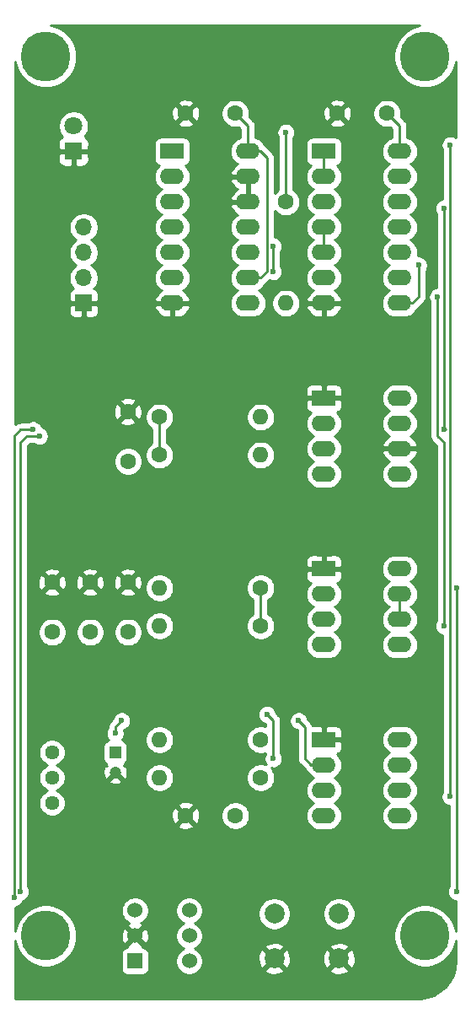
<source format=gbl>
%TF.GenerationSoftware,KiCad,Pcbnew,(5.1.8)-1*%
%TF.CreationDate,2021-11-30T19:51:55+01:00*%
%TF.ProjectId,BE6502 Clock,42453635-3032-4204-936c-6f636b2e6b69,rev?*%
%TF.SameCoordinates,Original*%
%TF.FileFunction,Copper,L2,Bot*%
%TF.FilePolarity,Positive*%
%FSLAX46Y46*%
G04 Gerber Fmt 4.6, Leading zero omitted, Abs format (unit mm)*
G04 Created by KiCad (PCBNEW (5.1.8)-1) date 2021-11-30 19:51:55*
%MOMM*%
%LPD*%
G01*
G04 APERTURE LIST*
%TA.AperFunction,ComponentPad*%
%ADD10C,5.000000*%
%TD*%
%TA.AperFunction,ComponentPad*%
%ADD11C,1.600000*%
%TD*%
%TA.AperFunction,ComponentPad*%
%ADD12O,1.600000X1.600000*%
%TD*%
%TA.AperFunction,ComponentPad*%
%ADD13R,1.800000X1.800000*%
%TD*%
%TA.AperFunction,ComponentPad*%
%ADD14C,1.800000*%
%TD*%
%TA.AperFunction,ComponentPad*%
%ADD15C,1.440000*%
%TD*%
%TA.AperFunction,ComponentPad*%
%ADD16C,2.000000*%
%TD*%
%TA.AperFunction,ComponentPad*%
%ADD17R,2.400000X1.600000*%
%TD*%
%TA.AperFunction,ComponentPad*%
%ADD18O,2.400000X1.600000*%
%TD*%
%TA.AperFunction,ComponentPad*%
%ADD19R,1.200000X1.200000*%
%TD*%
%TA.AperFunction,ComponentPad*%
%ADD20C,1.200000*%
%TD*%
%TA.AperFunction,ComponentPad*%
%ADD21R,1.700000X1.700000*%
%TD*%
%TA.AperFunction,ComponentPad*%
%ADD22O,1.700000X1.700000*%
%TD*%
%TA.AperFunction,ComponentPad*%
%ADD23C,1.524000*%
%TD*%
%TA.AperFunction,ComponentPad*%
%ADD24R,1.524000X1.524000*%
%TD*%
%TA.AperFunction,ViaPad*%
%ADD25C,0.600000*%
%TD*%
%TA.AperFunction,Conductor*%
%ADD26C,0.250000*%
%TD*%
%TA.AperFunction,Conductor*%
%ADD27C,0.254000*%
%TD*%
%TA.AperFunction,Conductor*%
%ADD28C,0.100000*%
%TD*%
G04 APERTURE END LIST*
D10*
%TO.P,M1,1*%
%TO.N,N/C*%
X167005000Y-149225000D03*
%TD*%
%TO.P,M2,1*%
%TO.N,N/C*%
X128905000Y-149225000D03*
%TD*%
%TO.P,M3,1*%
%TO.N,N/C*%
X128905000Y-60960000D03*
%TD*%
%TO.P,M4,1*%
%TO.N,N/C*%
X167005000Y-60960000D03*
%TD*%
D11*
%TO.P,C1,1*%
%TO.N,Net-(C1-Pad1)*%
X137160000Y-101600000D03*
%TO.P,C1,2*%
%TO.N,GND*%
X137160000Y-96600000D03*
%TD*%
%TO.P,C2,1*%
%TO.N,Net-(C2-Pad1)*%
X133350000Y-118745000D03*
%TO.P,C2,2*%
%TO.N,GND*%
X133350000Y-113745000D03*
%TD*%
%TO.P,C3,1*%
%TO.N,Net-(C3-Pad1)*%
X137160000Y-118745000D03*
%TO.P,C3,2*%
%TO.N,GND*%
X137160000Y-113745000D03*
%TD*%
%TO.P,C4,1*%
%TO.N,VCC*%
X147955000Y-66675000D03*
%TO.P,C4,2*%
%TO.N,GND*%
X142955000Y-66675000D03*
%TD*%
%TO.P,C5,1*%
%TO.N,Net-(C5-Pad1)*%
X147955000Y-137160000D03*
%TO.P,C5,2*%
%TO.N,GND*%
X142955000Y-137160000D03*
%TD*%
%TO.P,R1,1*%
%TO.N,VCC*%
X150495000Y-133350000D03*
D12*
%TO.P,R1,2*%
%TO.N,Net-(R1-Pad2)*%
X140335000Y-133350000D03*
%TD*%
D11*
%TO.P,R2,1*%
%TO.N,Net-(R1-Pad2)*%
X150495000Y-129540000D03*
D12*
%TO.P,R2,2*%
%TO.N,Net-(R2-Pad2)*%
X140335000Y-129540000D03*
%TD*%
D11*
%TO.P,R3,1*%
%TO.N,VCC*%
X150495000Y-114300000D03*
D12*
%TO.P,R3,2*%
%TO.N,Net-(C8-Pad1)*%
X140335000Y-114300000D03*
%TD*%
D11*
%TO.P,R6,1*%
%TO.N,VCC*%
X140335000Y-100965000D03*
D12*
%TO.P,R6,2*%
%TO.N,Net-(R6-Pad2)*%
X150495000Y-100965000D03*
%TD*%
D11*
%TO.P,R7,1*%
%TO.N,Net-(D1-Pad2)*%
X153035000Y-75565000D03*
D12*
%TO.P,R7,2*%
%TO.N,CLOCK_OUT*%
X153035000Y-85725000D03*
%TD*%
D13*
%TO.P,D1,1*%
%TO.N,GND*%
X131699000Y-70485000D03*
D14*
%TO.P,D1,2*%
%TO.N,Net-(D1-Pad2)*%
X131699000Y-67945000D03*
%TD*%
D11*
%TO.P,R4,1*%
%TO.N,VCC*%
X150495000Y-118110000D03*
D12*
%TO.P,R4,2*%
%TO.N,Net-(C3-Pad1)*%
X140335000Y-118110000D03*
%TD*%
D11*
%TO.P,R5,1*%
%TO.N,VCC*%
X140335000Y-97155000D03*
D12*
%TO.P,R5,2*%
%TO.N,Net-(R5-Pad2)*%
X150495000Y-97155000D03*
%TD*%
D15*
%TO.P,RV1,1*%
%TO.N,Net-(C6-Pad1)*%
X129540000Y-130810000D03*
%TO.P,RV1,2*%
%TO.N,Net-(R2-Pad2)*%
X129540000Y-133350000D03*
%TO.P,RV1,3*%
%TO.N,N/C*%
X129540000Y-135890000D03*
%TD*%
D16*
%TO.P,SW1,2*%
%TO.N,Net-(C8-Pad1)*%
X158369000Y-147011000D03*
%TO.P,SW1,1*%
%TO.N,GND*%
X158369000Y-151511000D03*
%TO.P,SW1,2*%
%TO.N,Net-(C8-Pad1)*%
X151869000Y-147011000D03*
%TO.P,SW1,1*%
%TO.N,GND*%
X151869000Y-151511000D03*
%TD*%
D17*
%TO.P,U5,1*%
%TO.N,Net-(U1-Pad3)*%
X141605000Y-70485000D03*
D18*
%TO.P,U5,8*%
%TO.N,CLOCK_OUT*%
X149225000Y-85725000D03*
%TO.P,U5,2*%
%TO.N,Net-(U3-Pad3)*%
X141605000Y-73025000D03*
%TO.P,U5,9*%
%TO.N,VCC*%
X149225000Y-83185000D03*
%TO.P,U5,3*%
%TO.N,Net-(U4-Pad1)*%
X141605000Y-75565000D03*
%TO.P,U5,10*%
%TO.N,Net-(U4-Pad8)*%
X149225000Y-80645000D03*
%TO.P,U5,4*%
%TO.N,Net-(U4-Pad11)*%
X141605000Y-78105000D03*
%TO.P,U5,11*%
%TO.N,N/C*%
X149225000Y-78105000D03*
%TO.P,U5,5*%
%TO.N,Net-(U2-Pad3)*%
X141605000Y-80645000D03*
%TO.P,U5,12*%
%TO.N,GND*%
X149225000Y-75565000D03*
%TO.P,U5,6*%
%TO.N,Net-(U4-Pad4)*%
X141605000Y-83185000D03*
%TO.P,U5,13*%
%TO.N,GND*%
X149225000Y-73025000D03*
%TO.P,U5,7*%
X141605000Y-85725000D03*
%TO.P,U5,14*%
%TO.N,VCC*%
X149225000Y-70485000D03*
%TD*%
D19*
%TO.P,C6,1*%
%TO.N,Net-(C6-Pad1)*%
X135890000Y-130810000D03*
D20*
%TO.P,C6,2*%
%TO.N,GND*%
X135890000Y-132810000D03*
%TD*%
D11*
%TO.P,C7,1*%
%TO.N,VCC*%
X163195000Y-66675000D03*
%TO.P,C7,2*%
%TO.N,GND*%
X158195000Y-66675000D03*
%TD*%
D21*
%TO.P,J1,1*%
%TO.N,GND*%
X132715000Y-85725000D03*
D22*
%TO.P,J1,2*%
%TO.N,CLOCK_OUT*%
X132715000Y-83185000D03*
%TO.P,J1,3*%
%TO.N,N/C*%
X132715000Y-80645000D03*
%TO.P,J1,4*%
%TO.N,VCC*%
X132715000Y-78105000D03*
%TD*%
D17*
%TO.P,U1,1*%
%TO.N,GND*%
X156845000Y-129540000D03*
D18*
%TO.P,U1,5*%
%TO.N,Net-(C5-Pad1)*%
X164465000Y-137160000D03*
%TO.P,U1,2*%
%TO.N,Net-(C6-Pad1)*%
X156845000Y-132080000D03*
%TO.P,U1,6*%
X164465000Y-134620000D03*
%TO.P,U1,3*%
%TO.N,Net-(U1-Pad3)*%
X156845000Y-134620000D03*
%TO.P,U1,7*%
%TO.N,Net-(R1-Pad2)*%
X164465000Y-132080000D03*
%TO.P,U1,4*%
%TO.N,VCC*%
X156845000Y-137160000D03*
%TO.P,U1,8*%
X164465000Y-129540000D03*
%TD*%
D17*
%TO.P,U2,1*%
%TO.N,GND*%
X156845000Y-112395000D03*
D18*
%TO.P,U2,5*%
%TO.N,Net-(C2-Pad1)*%
X164465000Y-120015000D03*
%TO.P,U2,2*%
%TO.N,Net-(C8-Pad1)*%
X156845000Y-114935000D03*
%TO.P,U2,6*%
%TO.N,Net-(C3-Pad1)*%
X164465000Y-117475000D03*
%TO.P,U2,3*%
%TO.N,Net-(U2-Pad3)*%
X156845000Y-117475000D03*
%TO.P,U2,7*%
%TO.N,Net-(C3-Pad1)*%
X164465000Y-114935000D03*
%TO.P,U2,4*%
%TO.N,VCC*%
X156845000Y-120015000D03*
%TO.P,U2,8*%
X164465000Y-112395000D03*
%TD*%
D17*
%TO.P,U3,1*%
%TO.N,GND*%
X156845000Y-95250000D03*
D18*
%TO.P,U3,5*%
%TO.N,Net-(C1-Pad1)*%
X164465000Y-102870000D03*
%TO.P,U3,2*%
%TO.N,Net-(R5-Pad2)*%
X156845000Y-97790000D03*
%TO.P,U3,6*%
%TO.N,GND*%
X164465000Y-100330000D03*
%TO.P,U3,3*%
%TO.N,Net-(U3-Pad3)*%
X156845000Y-100330000D03*
%TO.P,U3,7*%
%TO.N,N/C*%
X164465000Y-97790000D03*
%TO.P,U3,4*%
%TO.N,Net-(R6-Pad2)*%
X156845000Y-102870000D03*
%TO.P,U3,8*%
%TO.N,VCC*%
X164465000Y-95250000D03*
%TD*%
D17*
%TO.P,U4,1*%
%TO.N,Net-(U4-Pad1)*%
X156845000Y-70485000D03*
D18*
%TO.P,U4,8*%
%TO.N,Net-(U4-Pad8)*%
X164465000Y-85725000D03*
%TO.P,U4,2*%
%TO.N,Net-(U4-Pad1)*%
X156845000Y-73025000D03*
%TO.P,U4,9*%
%TO.N,Net-(U4-Pad3)*%
X164465000Y-83185000D03*
%TO.P,U4,3*%
X156845000Y-75565000D03*
%TO.P,U4,10*%
%TO.N,Net-(U4-Pad10)*%
X164465000Y-80645000D03*
%TO.P,U4,4*%
%TO.N,Net-(U4-Pad4)*%
X156845000Y-78105000D03*
%TO.P,U4,11*%
%TO.N,Net-(U4-Pad11)*%
X164465000Y-78105000D03*
%TO.P,U4,5*%
%TO.N,Net-(U4-Pad4)*%
X156845000Y-80645000D03*
%TO.P,U4,12*%
%TO.N,Net-(U3-Pad3)*%
X164465000Y-75565000D03*
%TO.P,U4,6*%
%TO.N,Net-(U4-Pad10)*%
X156845000Y-83185000D03*
%TO.P,U4,13*%
%TO.N,Net-(U3-Pad3)*%
X164465000Y-73025000D03*
%TO.P,U4,7*%
%TO.N,GND*%
X156845000Y-85725000D03*
%TO.P,U4,14*%
%TO.N,VCC*%
X164465000Y-70485000D03*
%TD*%
D23*
%TO.P,SW2,3*%
%TO.N,Net-(R6-Pad2)*%
X137864000Y-146685000D03*
%TO.P,SW2,2*%
%TO.N,GND*%
X137864000Y-149225000D03*
D24*
%TO.P,SW2,1*%
%TO.N,Net-(R5-Pad2)*%
X137864000Y-151765000D03*
D23*
%TO.P,SW2,4*%
%TO.N,N/C*%
X143314000Y-151765000D03*
%TO.P,SW2,5*%
X143314000Y-149225000D03*
%TO.P,SW2,6*%
X143314000Y-146685000D03*
%TD*%
D11*
%TO.P,C8,1*%
%TO.N,Net-(C8-Pad1)*%
X129540000Y-118745000D03*
%TO.P,C8,2*%
%TO.N,GND*%
X129540000Y-113745000D03*
%TD*%
D25*
%TO.N,VCC*%
X151130000Y-127000000D03*
X151765000Y-131445000D03*
%TO.N,Net-(D1-Pad2)*%
X153035000Y-68580000D03*
%TO.N,Net-(C6-Pad1)*%
X154305000Y-127635000D03*
X136525000Y-127635000D03*
X135890000Y-128905000D03*
%TO.N,Net-(R5-Pad2)*%
X125730000Y-145415000D03*
X127635000Y-98425000D03*
%TO.N,Net-(R6-Pad2)*%
X126365000Y-144780000D03*
X128270000Y-99060000D03*
%TO.N,Net-(U1-Pad3)*%
X169545000Y-69850000D03*
X169545000Y-135255000D03*
%TO.N,Net-(U2-Pad3)*%
X151765000Y-82550000D03*
X168910000Y-118110000D03*
X151765000Y-80010000D03*
X168275000Y-85090000D03*
%TO.N,Net-(U3-Pad3)*%
X168910000Y-76200000D03*
X168910000Y-98425000D03*
%TO.N,Net-(U4-Pad8)*%
X166370000Y-81915000D03*
%TO.N,Net-(C8-Pad1)*%
X170180000Y-144780000D03*
X170180000Y-114300000D03*
%TD*%
D26*
%TO.N,VCC*%
X149225000Y-83185000D02*
X150495000Y-83185000D01*
X150495000Y-70485000D02*
X149225000Y-70485000D01*
X151130000Y-71120000D02*
X150495000Y-70485000D01*
X151130000Y-82550000D02*
X151130000Y-71120000D01*
X150495000Y-83185000D02*
X151130000Y-82550000D01*
X140335000Y-100965000D02*
X140335000Y-97155000D01*
X150495000Y-118110000D02*
X150495000Y-114300000D01*
X151765000Y-127635000D02*
X151130000Y-127000000D01*
X151765000Y-131445000D02*
X151765000Y-127635000D01*
X149225000Y-70485000D02*
X149225000Y-67945000D01*
X149225000Y-67945000D02*
X147955000Y-66675000D01*
X164465000Y-70485000D02*
X164465000Y-67945000D01*
X164465000Y-67945000D02*
X163195000Y-66675000D01*
%TO.N,Net-(D1-Pad2)*%
X153035000Y-68580000D02*
X153035000Y-71120000D01*
X153035000Y-71120000D02*
X153035000Y-75565000D01*
%TO.N,Net-(C3-Pad1)*%
X164465000Y-117475000D02*
X164465000Y-114935000D01*
%TO.N,Net-(C6-Pad1)*%
X156845000Y-132080000D02*
X155575000Y-132080000D01*
X154940000Y-128270000D02*
X154305000Y-127635000D01*
X154940000Y-131445000D02*
X154940000Y-128270000D01*
X155575000Y-132080000D02*
X154940000Y-131445000D01*
X135890000Y-128270000D02*
X136525000Y-127635000D01*
X135890000Y-128905000D02*
X135890000Y-128270000D01*
%TO.N,Net-(R5-Pad2)*%
X125730000Y-145415000D02*
X125730000Y-99060000D01*
X126365000Y-98425000D02*
X125730000Y-99060000D01*
X127635000Y-98425000D02*
X126365000Y-98425000D01*
%TO.N,Net-(R6-Pad2)*%
X126365000Y-102870000D02*
X126365000Y-99695000D01*
X126365000Y-144780000D02*
X126365000Y-102870000D01*
X127000000Y-99060000D02*
X128270000Y-99060000D01*
X126365000Y-99695000D02*
X127000000Y-99060000D01*
%TO.N,Net-(U1-Pad3)*%
X169545000Y-69850000D02*
X169545000Y-70485000D01*
X169545000Y-135255000D02*
X169545000Y-70485000D01*
%TO.N,Net-(U2-Pad3)*%
X151765000Y-82550000D02*
X151765000Y-81915000D01*
X168275000Y-99060000D02*
X168910000Y-99695000D01*
X168910000Y-99695000D02*
X168910000Y-118110000D01*
X168275000Y-97155000D02*
X168275000Y-99060000D01*
X168275000Y-86995000D02*
X168275000Y-97155000D01*
X151765000Y-80010000D02*
X151765000Y-81915000D01*
X168275000Y-85090000D02*
X168275000Y-86995000D01*
%TO.N,Net-(U3-Pad3)*%
X168910000Y-98425000D02*
X168910000Y-76200000D01*
X168910000Y-98425000D02*
X169094998Y-98425000D01*
%TO.N,Net-(U4-Pad1)*%
X156845000Y-73025000D02*
X156845000Y-70485000D01*
%TO.N,Net-(U4-Pad8)*%
X165735000Y-85725000D02*
X164465000Y-85725000D01*
X166370000Y-85090000D02*
X165735000Y-85725000D01*
X166370000Y-81915000D02*
X166370000Y-85090000D01*
%TO.N,Net-(U4-Pad4)*%
X156845000Y-78105000D02*
X156845000Y-80645000D01*
%TO.N,Net-(C8-Pad1)*%
X170180000Y-144780000D02*
X170180000Y-114300000D01*
%TD*%
D27*
%TO.N,GND*%
X166460605Y-57871868D02*
X166090554Y-57945476D01*
X165520021Y-58181799D01*
X165006554Y-58524886D01*
X164569886Y-58961554D01*
X164226799Y-59475021D01*
X163990476Y-60045554D01*
X163870000Y-60651229D01*
X163870000Y-61268771D01*
X163990476Y-61874446D01*
X164226799Y-62444979D01*
X164569886Y-62958446D01*
X165006554Y-63395114D01*
X165520021Y-63738201D01*
X166090554Y-63974524D01*
X166696229Y-64095000D01*
X167313771Y-64095000D01*
X167919446Y-63974524D01*
X168489979Y-63738201D01*
X169003446Y-63395114D01*
X169440114Y-62958446D01*
X169783201Y-62444979D01*
X170019524Y-61874446D01*
X170101540Y-61462121D01*
X170105001Y-61603715D01*
X170105001Y-69099666D01*
X169987889Y-69021414D01*
X169817729Y-68950932D01*
X169637089Y-68915000D01*
X169452911Y-68915000D01*
X169272271Y-68950932D01*
X169102111Y-69021414D01*
X168948972Y-69123738D01*
X168818738Y-69253972D01*
X168716414Y-69407111D01*
X168645932Y-69577271D01*
X168610000Y-69757911D01*
X168610000Y-69942089D01*
X168645932Y-70122729D01*
X168716414Y-70292889D01*
X168785000Y-70395535D01*
X168785000Y-70522333D01*
X168785001Y-70522343D01*
X168785001Y-75271546D01*
X168637271Y-75300932D01*
X168467111Y-75371414D01*
X168313972Y-75473738D01*
X168183738Y-75603972D01*
X168081414Y-75757111D01*
X168010932Y-75927271D01*
X167975000Y-76107911D01*
X167975000Y-76292089D01*
X168010932Y-76472729D01*
X168081414Y-76642889D01*
X168150001Y-76745537D01*
X168150001Y-84161546D01*
X168002271Y-84190932D01*
X167832111Y-84261414D01*
X167678972Y-84363738D01*
X167548738Y-84493972D01*
X167446414Y-84647111D01*
X167375932Y-84817271D01*
X167340000Y-84997911D01*
X167340000Y-85182089D01*
X167375932Y-85362729D01*
X167446414Y-85532889D01*
X167515000Y-85635536D01*
X167515001Y-86957658D01*
X167515000Y-86957668D01*
X167515001Y-97117658D01*
X167515000Y-97117668D01*
X167515001Y-99022667D01*
X167511324Y-99060000D01*
X167515001Y-99097333D01*
X167522553Y-99174003D01*
X167525998Y-99208985D01*
X167569454Y-99352246D01*
X167640026Y-99484276D01*
X167711201Y-99571002D01*
X167735000Y-99600001D01*
X167763998Y-99623799D01*
X168150000Y-100009802D01*
X168150001Y-117564463D01*
X168081414Y-117667111D01*
X168010932Y-117837271D01*
X167975000Y-118017911D01*
X167975000Y-118202089D01*
X168010932Y-118382729D01*
X168081414Y-118552889D01*
X168183738Y-118706028D01*
X168313972Y-118836262D01*
X168467111Y-118938586D01*
X168637271Y-119009068D01*
X168785000Y-119038454D01*
X168785000Y-134709465D01*
X168716414Y-134812111D01*
X168645932Y-134982271D01*
X168610000Y-135162911D01*
X168610000Y-135347089D01*
X168645932Y-135527729D01*
X168716414Y-135697889D01*
X168818738Y-135851028D01*
X168948972Y-135981262D01*
X169102111Y-136083586D01*
X169272271Y-136154068D01*
X169420000Y-136183454D01*
X169420000Y-144234465D01*
X169351414Y-144337111D01*
X169280932Y-144507271D01*
X169245000Y-144687911D01*
X169245000Y-144872089D01*
X169280932Y-145052729D01*
X169351414Y-145222889D01*
X169453738Y-145376028D01*
X169583972Y-145506262D01*
X169737111Y-145608586D01*
X169907271Y-145679068D01*
X170087911Y-145715000D01*
X170105000Y-145715000D01*
X170105000Y-148740272D01*
X170019524Y-148310554D01*
X169783201Y-147740021D01*
X169440114Y-147226554D01*
X169003446Y-146789886D01*
X168489979Y-146446799D01*
X167919446Y-146210476D01*
X167313771Y-146090000D01*
X166696229Y-146090000D01*
X166090554Y-146210476D01*
X165520021Y-146446799D01*
X165006554Y-146789886D01*
X164569886Y-147226554D01*
X164226799Y-147740021D01*
X163990476Y-148310554D01*
X163870000Y-148916229D01*
X163870000Y-149533771D01*
X163990476Y-150139446D01*
X164226799Y-150709979D01*
X164569886Y-151223446D01*
X165006554Y-151660114D01*
X165520021Y-152003201D01*
X166090554Y-152239524D01*
X166696229Y-152360000D01*
X167313771Y-152360000D01*
X167919446Y-152239524D01*
X168489979Y-152003201D01*
X169003446Y-151660114D01*
X169440114Y-151223446D01*
X169783201Y-150709979D01*
X170019524Y-150139446D01*
X170105000Y-149709728D01*
X170105000Y-151731211D01*
X170034450Y-152470659D01*
X169834901Y-153150862D01*
X169510329Y-153781056D01*
X169072449Y-154338503D01*
X168537055Y-154803095D01*
X167923466Y-155158066D01*
X167253828Y-155390603D01*
X166527306Y-155495943D01*
X166361326Y-155500000D01*
X125805000Y-155500000D01*
X125805000Y-149709728D01*
X125890476Y-150139446D01*
X126126799Y-150709979D01*
X126469886Y-151223446D01*
X126906554Y-151660114D01*
X127420021Y-152003201D01*
X127990554Y-152239524D01*
X128596229Y-152360000D01*
X129213771Y-152360000D01*
X129819446Y-152239524D01*
X130389979Y-152003201D01*
X130903446Y-151660114D01*
X131340114Y-151223446D01*
X131487411Y-151003000D01*
X136463928Y-151003000D01*
X136463928Y-152527000D01*
X136476188Y-152651482D01*
X136512498Y-152771180D01*
X136571463Y-152881494D01*
X136650815Y-152978185D01*
X136747506Y-153057537D01*
X136857820Y-153116502D01*
X136977518Y-153152812D01*
X137102000Y-153165072D01*
X138626000Y-153165072D01*
X138750482Y-153152812D01*
X138870180Y-153116502D01*
X138980494Y-153057537D01*
X139077185Y-152978185D01*
X139156537Y-152881494D01*
X139215502Y-152771180D01*
X139251812Y-152651482D01*
X139264072Y-152527000D01*
X139264072Y-151003000D01*
X139251812Y-150878518D01*
X139215502Y-150758820D01*
X139156537Y-150648506D01*
X139077185Y-150551815D01*
X138980494Y-150472463D01*
X138870180Y-150413498D01*
X138750482Y-150377188D01*
X138626000Y-150364928D01*
X138601317Y-150364928D01*
X138649960Y-150190565D01*
X137864000Y-149404605D01*
X137078040Y-150190565D01*
X137126683Y-150364928D01*
X137102000Y-150364928D01*
X136977518Y-150377188D01*
X136857820Y-150413498D01*
X136747506Y-150472463D01*
X136650815Y-150551815D01*
X136571463Y-150648506D01*
X136512498Y-150758820D01*
X136476188Y-150878518D01*
X136463928Y-151003000D01*
X131487411Y-151003000D01*
X131683201Y-150709979D01*
X131919524Y-150139446D01*
X132040000Y-149533771D01*
X132040000Y-149297017D01*
X136462090Y-149297017D01*
X136503078Y-149569133D01*
X136596364Y-149828023D01*
X136658344Y-149943980D01*
X136898435Y-150010960D01*
X137684395Y-149225000D01*
X138043605Y-149225000D01*
X138829565Y-150010960D01*
X139069656Y-149943980D01*
X139186756Y-149694952D01*
X139253023Y-149427865D01*
X139265910Y-149152983D01*
X139224922Y-148880867D01*
X139131636Y-148621977D01*
X139069656Y-148506020D01*
X138829565Y-148439040D01*
X138043605Y-149225000D01*
X137684395Y-149225000D01*
X136898435Y-148439040D01*
X136658344Y-148506020D01*
X136541244Y-148755048D01*
X136474977Y-149022135D01*
X136462090Y-149297017D01*
X132040000Y-149297017D01*
X132040000Y-148916229D01*
X131919524Y-148310554D01*
X131683201Y-147740021D01*
X131340114Y-147226554D01*
X130903446Y-146789886D01*
X130540552Y-146547408D01*
X136467000Y-146547408D01*
X136467000Y-146822592D01*
X136520686Y-147092490D01*
X136625995Y-147346727D01*
X136778880Y-147575535D01*
X136973465Y-147770120D01*
X137202273Y-147923005D01*
X137273943Y-147952692D01*
X137260977Y-147957364D01*
X137145020Y-148019344D01*
X137078040Y-148259435D01*
X137864000Y-149045395D01*
X138649960Y-148259435D01*
X138582980Y-148019344D01*
X138447240Y-147955515D01*
X138525727Y-147923005D01*
X138754535Y-147770120D01*
X138949120Y-147575535D01*
X139102005Y-147346727D01*
X139207314Y-147092490D01*
X139261000Y-146822592D01*
X139261000Y-146547408D01*
X141917000Y-146547408D01*
X141917000Y-146822592D01*
X141970686Y-147092490D01*
X142075995Y-147346727D01*
X142228880Y-147575535D01*
X142423465Y-147770120D01*
X142652273Y-147923005D01*
X142729515Y-147955000D01*
X142652273Y-147986995D01*
X142423465Y-148139880D01*
X142228880Y-148334465D01*
X142075995Y-148563273D01*
X141970686Y-148817510D01*
X141917000Y-149087408D01*
X141917000Y-149362592D01*
X141970686Y-149632490D01*
X142075995Y-149886727D01*
X142228880Y-150115535D01*
X142423465Y-150310120D01*
X142652273Y-150463005D01*
X142729515Y-150495000D01*
X142652273Y-150526995D01*
X142423465Y-150679880D01*
X142228880Y-150874465D01*
X142075995Y-151103273D01*
X141970686Y-151357510D01*
X141917000Y-151627408D01*
X141917000Y-151902592D01*
X141970686Y-152172490D01*
X142075995Y-152426727D01*
X142228880Y-152655535D01*
X142423465Y-152850120D01*
X142652273Y-153003005D01*
X142906510Y-153108314D01*
X143176408Y-153162000D01*
X143451592Y-153162000D01*
X143721490Y-153108314D01*
X143975727Y-153003005D01*
X144204535Y-152850120D01*
X144399120Y-152655535D01*
X144405215Y-152646413D01*
X150913192Y-152646413D01*
X151008956Y-152910814D01*
X151298571Y-153051704D01*
X151610108Y-153133384D01*
X151931595Y-153152718D01*
X152250675Y-153108961D01*
X152555088Y-153003795D01*
X152729044Y-152910814D01*
X152824808Y-152646413D01*
X157413192Y-152646413D01*
X157508956Y-152910814D01*
X157798571Y-153051704D01*
X158110108Y-153133384D01*
X158431595Y-153152718D01*
X158750675Y-153108961D01*
X159055088Y-153003795D01*
X159229044Y-152910814D01*
X159324808Y-152646413D01*
X158369000Y-151690605D01*
X157413192Y-152646413D01*
X152824808Y-152646413D01*
X151869000Y-151690605D01*
X150913192Y-152646413D01*
X144405215Y-152646413D01*
X144552005Y-152426727D01*
X144657314Y-152172490D01*
X144711000Y-151902592D01*
X144711000Y-151627408D01*
X144700296Y-151573595D01*
X150227282Y-151573595D01*
X150271039Y-151892675D01*
X150376205Y-152197088D01*
X150469186Y-152371044D01*
X150733587Y-152466808D01*
X151689395Y-151511000D01*
X152048605Y-151511000D01*
X153004413Y-152466808D01*
X153268814Y-152371044D01*
X153409704Y-152081429D01*
X153491384Y-151769892D01*
X153503189Y-151573595D01*
X156727282Y-151573595D01*
X156771039Y-151892675D01*
X156876205Y-152197088D01*
X156969186Y-152371044D01*
X157233587Y-152466808D01*
X158189395Y-151511000D01*
X158548605Y-151511000D01*
X159504413Y-152466808D01*
X159768814Y-152371044D01*
X159909704Y-152081429D01*
X159991384Y-151769892D01*
X160010718Y-151448405D01*
X159966961Y-151129325D01*
X159861795Y-150824912D01*
X159768814Y-150650956D01*
X159504413Y-150555192D01*
X158548605Y-151511000D01*
X158189395Y-151511000D01*
X157233587Y-150555192D01*
X156969186Y-150650956D01*
X156828296Y-150940571D01*
X156746616Y-151252108D01*
X156727282Y-151573595D01*
X153503189Y-151573595D01*
X153510718Y-151448405D01*
X153466961Y-151129325D01*
X153361795Y-150824912D01*
X153268814Y-150650956D01*
X153004413Y-150555192D01*
X152048605Y-151511000D01*
X151689395Y-151511000D01*
X150733587Y-150555192D01*
X150469186Y-150650956D01*
X150328296Y-150940571D01*
X150246616Y-151252108D01*
X150227282Y-151573595D01*
X144700296Y-151573595D01*
X144657314Y-151357510D01*
X144552005Y-151103273D01*
X144399120Y-150874465D01*
X144204535Y-150679880D01*
X143975727Y-150526995D01*
X143898485Y-150495000D01*
X143975727Y-150463005D01*
X144106556Y-150375587D01*
X150913192Y-150375587D01*
X151869000Y-151331395D01*
X152824808Y-150375587D01*
X157413192Y-150375587D01*
X158369000Y-151331395D01*
X159324808Y-150375587D01*
X159229044Y-150111186D01*
X158939429Y-149970296D01*
X158627892Y-149888616D01*
X158306405Y-149869282D01*
X157987325Y-149913039D01*
X157682912Y-150018205D01*
X157508956Y-150111186D01*
X157413192Y-150375587D01*
X152824808Y-150375587D01*
X152729044Y-150111186D01*
X152439429Y-149970296D01*
X152127892Y-149888616D01*
X151806405Y-149869282D01*
X151487325Y-149913039D01*
X151182912Y-150018205D01*
X151008956Y-150111186D01*
X150913192Y-150375587D01*
X144106556Y-150375587D01*
X144204535Y-150310120D01*
X144399120Y-150115535D01*
X144552005Y-149886727D01*
X144657314Y-149632490D01*
X144711000Y-149362592D01*
X144711000Y-149087408D01*
X144657314Y-148817510D01*
X144552005Y-148563273D01*
X144399120Y-148334465D01*
X144204535Y-148139880D01*
X143975727Y-147986995D01*
X143898485Y-147955000D01*
X143975727Y-147923005D01*
X144204535Y-147770120D01*
X144399120Y-147575535D01*
X144552005Y-147346727D01*
X144657314Y-147092490D01*
X144705554Y-146849967D01*
X150234000Y-146849967D01*
X150234000Y-147172033D01*
X150296832Y-147487912D01*
X150420082Y-147785463D01*
X150599013Y-148053252D01*
X150826748Y-148280987D01*
X151094537Y-148459918D01*
X151392088Y-148583168D01*
X151707967Y-148646000D01*
X152030033Y-148646000D01*
X152345912Y-148583168D01*
X152643463Y-148459918D01*
X152911252Y-148280987D01*
X153138987Y-148053252D01*
X153317918Y-147785463D01*
X153441168Y-147487912D01*
X153504000Y-147172033D01*
X153504000Y-146849967D01*
X156734000Y-146849967D01*
X156734000Y-147172033D01*
X156796832Y-147487912D01*
X156920082Y-147785463D01*
X157099013Y-148053252D01*
X157326748Y-148280987D01*
X157594537Y-148459918D01*
X157892088Y-148583168D01*
X158207967Y-148646000D01*
X158530033Y-148646000D01*
X158845912Y-148583168D01*
X159143463Y-148459918D01*
X159411252Y-148280987D01*
X159638987Y-148053252D01*
X159817918Y-147785463D01*
X159941168Y-147487912D01*
X160004000Y-147172033D01*
X160004000Y-146849967D01*
X159941168Y-146534088D01*
X159817918Y-146236537D01*
X159638987Y-145968748D01*
X159411252Y-145741013D01*
X159143463Y-145562082D01*
X158845912Y-145438832D01*
X158530033Y-145376000D01*
X158207967Y-145376000D01*
X157892088Y-145438832D01*
X157594537Y-145562082D01*
X157326748Y-145741013D01*
X157099013Y-145968748D01*
X156920082Y-146236537D01*
X156796832Y-146534088D01*
X156734000Y-146849967D01*
X153504000Y-146849967D01*
X153441168Y-146534088D01*
X153317918Y-146236537D01*
X153138987Y-145968748D01*
X152911252Y-145741013D01*
X152643463Y-145562082D01*
X152345912Y-145438832D01*
X152030033Y-145376000D01*
X151707967Y-145376000D01*
X151392088Y-145438832D01*
X151094537Y-145562082D01*
X150826748Y-145741013D01*
X150599013Y-145968748D01*
X150420082Y-146236537D01*
X150296832Y-146534088D01*
X150234000Y-146849967D01*
X144705554Y-146849967D01*
X144711000Y-146822592D01*
X144711000Y-146547408D01*
X144657314Y-146277510D01*
X144552005Y-146023273D01*
X144399120Y-145794465D01*
X144204535Y-145599880D01*
X143975727Y-145446995D01*
X143721490Y-145341686D01*
X143451592Y-145288000D01*
X143176408Y-145288000D01*
X142906510Y-145341686D01*
X142652273Y-145446995D01*
X142423465Y-145599880D01*
X142228880Y-145794465D01*
X142075995Y-146023273D01*
X141970686Y-146277510D01*
X141917000Y-146547408D01*
X139261000Y-146547408D01*
X139207314Y-146277510D01*
X139102005Y-146023273D01*
X138949120Y-145794465D01*
X138754535Y-145599880D01*
X138525727Y-145446995D01*
X138271490Y-145341686D01*
X138001592Y-145288000D01*
X137726408Y-145288000D01*
X137456510Y-145341686D01*
X137202273Y-145446995D01*
X136973465Y-145599880D01*
X136778880Y-145794465D01*
X136625995Y-146023273D01*
X136520686Y-146277510D01*
X136467000Y-146547408D01*
X130540552Y-146547408D01*
X130389979Y-146446799D01*
X129819446Y-146210476D01*
X129213771Y-146090000D01*
X128596229Y-146090000D01*
X127990554Y-146210476D01*
X127420021Y-146446799D01*
X126906554Y-146789886D01*
X126469886Y-147226554D01*
X126126799Y-147740021D01*
X125890476Y-148310554D01*
X125805000Y-148740272D01*
X125805000Y-146350000D01*
X125822089Y-146350000D01*
X126002729Y-146314068D01*
X126172889Y-146243586D01*
X126326028Y-146141262D01*
X126456262Y-146011028D01*
X126558586Y-145857889D01*
X126629068Y-145687729D01*
X126630505Y-145680505D01*
X126637729Y-145679068D01*
X126807889Y-145608586D01*
X126961028Y-145506262D01*
X127091262Y-145376028D01*
X127193586Y-145222889D01*
X127264068Y-145052729D01*
X127300000Y-144872089D01*
X127300000Y-144687911D01*
X127264068Y-144507271D01*
X127193586Y-144337111D01*
X127125000Y-144234465D01*
X127125000Y-138152702D01*
X142141903Y-138152702D01*
X142213486Y-138396671D01*
X142468996Y-138517571D01*
X142743184Y-138586300D01*
X143025512Y-138600217D01*
X143305130Y-138558787D01*
X143571292Y-138463603D01*
X143696514Y-138396671D01*
X143768097Y-138152702D01*
X142955000Y-137339605D01*
X142141903Y-138152702D01*
X127125000Y-138152702D01*
X127125000Y-130676544D01*
X128185000Y-130676544D01*
X128185000Y-130943456D01*
X128237072Y-131205239D01*
X128339215Y-131451833D01*
X128487503Y-131673762D01*
X128676238Y-131862497D01*
X128898167Y-132010785D01*
X129065266Y-132080000D01*
X128898167Y-132149215D01*
X128676238Y-132297503D01*
X128487503Y-132486238D01*
X128339215Y-132708167D01*
X128237072Y-132954761D01*
X128185000Y-133216544D01*
X128185000Y-133483456D01*
X128237072Y-133745239D01*
X128339215Y-133991833D01*
X128487503Y-134213762D01*
X128676238Y-134402497D01*
X128898167Y-134550785D01*
X129065266Y-134620000D01*
X128898167Y-134689215D01*
X128676238Y-134837503D01*
X128487503Y-135026238D01*
X128339215Y-135248167D01*
X128237072Y-135494761D01*
X128185000Y-135756544D01*
X128185000Y-136023456D01*
X128237072Y-136285239D01*
X128339215Y-136531833D01*
X128487503Y-136753762D01*
X128676238Y-136942497D01*
X128898167Y-137090785D01*
X129144761Y-137192928D01*
X129406544Y-137245000D01*
X129673456Y-137245000D01*
X129746291Y-137230512D01*
X141514783Y-137230512D01*
X141556213Y-137510130D01*
X141651397Y-137776292D01*
X141718329Y-137901514D01*
X141962298Y-137973097D01*
X142775395Y-137160000D01*
X143134605Y-137160000D01*
X143947702Y-137973097D01*
X144191671Y-137901514D01*
X144312571Y-137646004D01*
X144381300Y-137371816D01*
X144395217Y-137089488D01*
X144384724Y-137018665D01*
X146520000Y-137018665D01*
X146520000Y-137301335D01*
X146575147Y-137578574D01*
X146683320Y-137839727D01*
X146840363Y-138074759D01*
X147040241Y-138274637D01*
X147275273Y-138431680D01*
X147536426Y-138539853D01*
X147813665Y-138595000D01*
X148096335Y-138595000D01*
X148373574Y-138539853D01*
X148634727Y-138431680D01*
X148869759Y-138274637D01*
X149069637Y-138074759D01*
X149226680Y-137839727D01*
X149334853Y-137578574D01*
X149390000Y-137301335D01*
X149390000Y-137018665D01*
X149334853Y-136741426D01*
X149226680Y-136480273D01*
X149069637Y-136245241D01*
X148869759Y-136045363D01*
X148634727Y-135888320D01*
X148373574Y-135780147D01*
X148096335Y-135725000D01*
X147813665Y-135725000D01*
X147536426Y-135780147D01*
X147275273Y-135888320D01*
X147040241Y-136045363D01*
X146840363Y-136245241D01*
X146683320Y-136480273D01*
X146575147Y-136741426D01*
X146520000Y-137018665D01*
X144384724Y-137018665D01*
X144353787Y-136809870D01*
X144258603Y-136543708D01*
X144191671Y-136418486D01*
X143947702Y-136346903D01*
X143134605Y-137160000D01*
X142775395Y-137160000D01*
X141962298Y-136346903D01*
X141718329Y-136418486D01*
X141597429Y-136673996D01*
X141528700Y-136948184D01*
X141514783Y-137230512D01*
X129746291Y-137230512D01*
X129935239Y-137192928D01*
X130181833Y-137090785D01*
X130403762Y-136942497D01*
X130592497Y-136753762D01*
X130740785Y-136531833D01*
X130842928Y-136285239D01*
X130866387Y-136167298D01*
X142141903Y-136167298D01*
X142955000Y-136980395D01*
X143768097Y-136167298D01*
X143696514Y-135923329D01*
X143441004Y-135802429D01*
X143166816Y-135733700D01*
X142884488Y-135719783D01*
X142604870Y-135761213D01*
X142338708Y-135856397D01*
X142213486Y-135923329D01*
X142141903Y-136167298D01*
X130866387Y-136167298D01*
X130895000Y-136023456D01*
X130895000Y-135756544D01*
X130842928Y-135494761D01*
X130740785Y-135248167D01*
X130592497Y-135026238D01*
X130403762Y-134837503D01*
X130181833Y-134689215D01*
X130014734Y-134620000D01*
X130181833Y-134550785D01*
X130403762Y-134402497D01*
X130592497Y-134213762D01*
X130740785Y-133991833D01*
X130842928Y-133745239D01*
X130859930Y-133659764D01*
X135219841Y-133659764D01*
X135267148Y-133883348D01*
X135488516Y-133984237D01*
X135725313Y-134040000D01*
X135968438Y-134048495D01*
X136208549Y-134009395D01*
X136436418Y-133924202D01*
X136512852Y-133883348D01*
X136560159Y-133659764D01*
X135890000Y-132989605D01*
X135219841Y-133659764D01*
X130859930Y-133659764D01*
X130895000Y-133483456D01*
X130895000Y-133216544D01*
X130842928Y-132954761D01*
X130815457Y-132888438D01*
X134651505Y-132888438D01*
X134690605Y-133128549D01*
X134775798Y-133356418D01*
X134816652Y-133432852D01*
X135040236Y-133480159D01*
X135710395Y-132810000D01*
X135696253Y-132795858D01*
X135875858Y-132616253D01*
X135890000Y-132630395D01*
X135904143Y-132616253D01*
X136083748Y-132795858D01*
X136069605Y-132810000D01*
X136739764Y-133480159D01*
X136963348Y-133432852D01*
X137064237Y-133211484D01*
X137064900Y-133208665D01*
X138900000Y-133208665D01*
X138900000Y-133491335D01*
X138955147Y-133768574D01*
X139063320Y-134029727D01*
X139220363Y-134264759D01*
X139420241Y-134464637D01*
X139655273Y-134621680D01*
X139916426Y-134729853D01*
X140193665Y-134785000D01*
X140476335Y-134785000D01*
X140753574Y-134729853D01*
X141014727Y-134621680D01*
X141249759Y-134464637D01*
X141449637Y-134264759D01*
X141606680Y-134029727D01*
X141714853Y-133768574D01*
X141770000Y-133491335D01*
X141770000Y-133208665D01*
X141714853Y-132931426D01*
X141606680Y-132670273D01*
X141449637Y-132435241D01*
X141249759Y-132235363D01*
X141014727Y-132078320D01*
X140753574Y-131970147D01*
X140476335Y-131915000D01*
X140193665Y-131915000D01*
X139916426Y-131970147D01*
X139655273Y-132078320D01*
X139420241Y-132235363D01*
X139220363Y-132435241D01*
X139063320Y-132670273D01*
X138955147Y-132931426D01*
X138900000Y-133208665D01*
X137064900Y-133208665D01*
X137120000Y-132974687D01*
X137128495Y-132731562D01*
X137089395Y-132491451D01*
X137004202Y-132263582D01*
X136963348Y-132187148D01*
X136739766Y-132139842D01*
X136856872Y-132022736D01*
X136798994Y-131964858D01*
X136844494Y-131940537D01*
X136941185Y-131861185D01*
X137020537Y-131764494D01*
X137079502Y-131654180D01*
X137115812Y-131534482D01*
X137128072Y-131410000D01*
X137128072Y-130210000D01*
X137115812Y-130085518D01*
X137079502Y-129965820D01*
X137020537Y-129855506D01*
X136941185Y-129758815D01*
X136844494Y-129679463D01*
X136734180Y-129620498D01*
X136614482Y-129584188D01*
X136540398Y-129576892D01*
X136616262Y-129501028D01*
X136684658Y-129398665D01*
X138900000Y-129398665D01*
X138900000Y-129681335D01*
X138955147Y-129958574D01*
X139063320Y-130219727D01*
X139220363Y-130454759D01*
X139420241Y-130654637D01*
X139655273Y-130811680D01*
X139916426Y-130919853D01*
X140193665Y-130975000D01*
X140476335Y-130975000D01*
X140753574Y-130919853D01*
X141014727Y-130811680D01*
X141249759Y-130654637D01*
X141449637Y-130454759D01*
X141606680Y-130219727D01*
X141714853Y-129958574D01*
X141770000Y-129681335D01*
X141770000Y-129398665D01*
X149060000Y-129398665D01*
X149060000Y-129681335D01*
X149115147Y-129958574D01*
X149223320Y-130219727D01*
X149380363Y-130454759D01*
X149580241Y-130654637D01*
X149815273Y-130811680D01*
X150076426Y-130919853D01*
X150353665Y-130975000D01*
X150636335Y-130975000D01*
X150913574Y-130919853D01*
X151005000Y-130881983D01*
X151005000Y-130899464D01*
X150936414Y-131002111D01*
X150865932Y-131172271D01*
X150830000Y-131352911D01*
X150830000Y-131537089D01*
X150865932Y-131717729D01*
X150936414Y-131887889D01*
X151021151Y-132014707D01*
X150913574Y-131970147D01*
X150636335Y-131915000D01*
X150353665Y-131915000D01*
X150076426Y-131970147D01*
X149815273Y-132078320D01*
X149580241Y-132235363D01*
X149380363Y-132435241D01*
X149223320Y-132670273D01*
X149115147Y-132931426D01*
X149060000Y-133208665D01*
X149060000Y-133491335D01*
X149115147Y-133768574D01*
X149223320Y-134029727D01*
X149380363Y-134264759D01*
X149580241Y-134464637D01*
X149815273Y-134621680D01*
X150076426Y-134729853D01*
X150353665Y-134785000D01*
X150636335Y-134785000D01*
X150913574Y-134729853D01*
X151174727Y-134621680D01*
X151409759Y-134464637D01*
X151609637Y-134264759D01*
X151766680Y-134029727D01*
X151874853Y-133768574D01*
X151930000Y-133491335D01*
X151930000Y-133208665D01*
X151874853Y-132931426D01*
X151766680Y-132670273D01*
X151609637Y-132435241D01*
X151524968Y-132350572D01*
X151672911Y-132380000D01*
X151857089Y-132380000D01*
X152037729Y-132344068D01*
X152207889Y-132273586D01*
X152361028Y-132171262D01*
X152491262Y-132041028D01*
X152593586Y-131887889D01*
X152664068Y-131717729D01*
X152700000Y-131537089D01*
X152700000Y-131352911D01*
X152664068Y-131172271D01*
X152593586Y-131002111D01*
X152525000Y-130899465D01*
X152525000Y-127672333D01*
X152528677Y-127635000D01*
X152519607Y-127542911D01*
X153370000Y-127542911D01*
X153370000Y-127727089D01*
X153405932Y-127907729D01*
X153476414Y-128077889D01*
X153578738Y-128231028D01*
X153708972Y-128361262D01*
X153862111Y-128463586D01*
X154032271Y-128534068D01*
X154153351Y-128558153D01*
X154180001Y-128584803D01*
X154180000Y-131407677D01*
X154176324Y-131445000D01*
X154180000Y-131482322D01*
X154180000Y-131482332D01*
X154190997Y-131593985D01*
X154215197Y-131673762D01*
X154234454Y-131737246D01*
X154305026Y-131869276D01*
X154342551Y-131915000D01*
X154399999Y-131985001D01*
X154429002Y-132008803D01*
X155011200Y-132591002D01*
X155034999Y-132620001D01*
X155063997Y-132643799D01*
X155150724Y-132714974D01*
X155159890Y-132719873D01*
X155246068Y-132881101D01*
X155425392Y-133099608D01*
X155643899Y-133278932D01*
X155776858Y-133350000D01*
X155643899Y-133421068D01*
X155425392Y-133600392D01*
X155246068Y-133818899D01*
X155112818Y-134068192D01*
X155030764Y-134338691D01*
X155003057Y-134620000D01*
X155030764Y-134901309D01*
X155112818Y-135171808D01*
X155246068Y-135421101D01*
X155425392Y-135639608D01*
X155643899Y-135818932D01*
X155776858Y-135890000D01*
X155643899Y-135961068D01*
X155425392Y-136140392D01*
X155246068Y-136358899D01*
X155112818Y-136608192D01*
X155030764Y-136878691D01*
X155003057Y-137160000D01*
X155030764Y-137441309D01*
X155112818Y-137711808D01*
X155246068Y-137961101D01*
X155425392Y-138179608D01*
X155643899Y-138358932D01*
X155893192Y-138492182D01*
X156163691Y-138574236D01*
X156374508Y-138595000D01*
X157315492Y-138595000D01*
X157526309Y-138574236D01*
X157796808Y-138492182D01*
X158046101Y-138358932D01*
X158264608Y-138179608D01*
X158443932Y-137961101D01*
X158577182Y-137711808D01*
X158659236Y-137441309D01*
X158686943Y-137160000D01*
X158659236Y-136878691D01*
X158577182Y-136608192D01*
X158443932Y-136358899D01*
X158264608Y-136140392D01*
X158046101Y-135961068D01*
X157913142Y-135890000D01*
X158046101Y-135818932D01*
X158264608Y-135639608D01*
X158443932Y-135421101D01*
X158577182Y-135171808D01*
X158659236Y-134901309D01*
X158686943Y-134620000D01*
X158659236Y-134338691D01*
X158577182Y-134068192D01*
X158443932Y-133818899D01*
X158264608Y-133600392D01*
X158046101Y-133421068D01*
X157913142Y-133350000D01*
X158046101Y-133278932D01*
X158264608Y-133099608D01*
X158443932Y-132881101D01*
X158577182Y-132631808D01*
X158659236Y-132361309D01*
X158686943Y-132080000D01*
X158659236Y-131798691D01*
X158577182Y-131528192D01*
X158443932Y-131278899D01*
X158264608Y-131060392D01*
X158151518Y-130967581D01*
X158169482Y-130965812D01*
X158289180Y-130929502D01*
X158399494Y-130870537D01*
X158496185Y-130791185D01*
X158575537Y-130694494D01*
X158634502Y-130584180D01*
X158670812Y-130464482D01*
X158683072Y-130340000D01*
X158680000Y-129825750D01*
X158521250Y-129667000D01*
X156972000Y-129667000D01*
X156972000Y-129687000D01*
X156718000Y-129687000D01*
X156718000Y-129667000D01*
X156698000Y-129667000D01*
X156698000Y-129540000D01*
X162623057Y-129540000D01*
X162650764Y-129821309D01*
X162732818Y-130091808D01*
X162866068Y-130341101D01*
X163045392Y-130559608D01*
X163263899Y-130738932D01*
X163396858Y-130810000D01*
X163263899Y-130881068D01*
X163045392Y-131060392D01*
X162866068Y-131278899D01*
X162732818Y-131528192D01*
X162650764Y-131798691D01*
X162623057Y-132080000D01*
X162650764Y-132361309D01*
X162732818Y-132631808D01*
X162866068Y-132881101D01*
X163045392Y-133099608D01*
X163263899Y-133278932D01*
X163396858Y-133350000D01*
X163263899Y-133421068D01*
X163045392Y-133600392D01*
X162866068Y-133818899D01*
X162732818Y-134068192D01*
X162650764Y-134338691D01*
X162623057Y-134620000D01*
X162650764Y-134901309D01*
X162732818Y-135171808D01*
X162866068Y-135421101D01*
X163045392Y-135639608D01*
X163263899Y-135818932D01*
X163396858Y-135890000D01*
X163263899Y-135961068D01*
X163045392Y-136140392D01*
X162866068Y-136358899D01*
X162732818Y-136608192D01*
X162650764Y-136878691D01*
X162623057Y-137160000D01*
X162650764Y-137441309D01*
X162732818Y-137711808D01*
X162866068Y-137961101D01*
X163045392Y-138179608D01*
X163263899Y-138358932D01*
X163513192Y-138492182D01*
X163783691Y-138574236D01*
X163994508Y-138595000D01*
X164935492Y-138595000D01*
X165146309Y-138574236D01*
X165416808Y-138492182D01*
X165666101Y-138358932D01*
X165884608Y-138179608D01*
X166063932Y-137961101D01*
X166197182Y-137711808D01*
X166279236Y-137441309D01*
X166306943Y-137160000D01*
X166279236Y-136878691D01*
X166197182Y-136608192D01*
X166063932Y-136358899D01*
X165884608Y-136140392D01*
X165666101Y-135961068D01*
X165533142Y-135890000D01*
X165666101Y-135818932D01*
X165884608Y-135639608D01*
X166063932Y-135421101D01*
X166197182Y-135171808D01*
X166279236Y-134901309D01*
X166306943Y-134620000D01*
X166279236Y-134338691D01*
X166197182Y-134068192D01*
X166063932Y-133818899D01*
X165884608Y-133600392D01*
X165666101Y-133421068D01*
X165533142Y-133350000D01*
X165666101Y-133278932D01*
X165884608Y-133099608D01*
X166063932Y-132881101D01*
X166197182Y-132631808D01*
X166279236Y-132361309D01*
X166306943Y-132080000D01*
X166279236Y-131798691D01*
X166197182Y-131528192D01*
X166063932Y-131278899D01*
X165884608Y-131060392D01*
X165666101Y-130881068D01*
X165533142Y-130810000D01*
X165666101Y-130738932D01*
X165884608Y-130559608D01*
X166063932Y-130341101D01*
X166197182Y-130091808D01*
X166279236Y-129821309D01*
X166306943Y-129540000D01*
X166279236Y-129258691D01*
X166197182Y-128988192D01*
X166063932Y-128738899D01*
X165884608Y-128520392D01*
X165666101Y-128341068D01*
X165416808Y-128207818D01*
X165146309Y-128125764D01*
X164935492Y-128105000D01*
X163994508Y-128105000D01*
X163783691Y-128125764D01*
X163513192Y-128207818D01*
X163263899Y-128341068D01*
X163045392Y-128520392D01*
X162866068Y-128738899D01*
X162732818Y-128988192D01*
X162650764Y-129258691D01*
X162623057Y-129540000D01*
X156698000Y-129540000D01*
X156698000Y-129413000D01*
X156718000Y-129413000D01*
X156718000Y-128263750D01*
X156972000Y-128263750D01*
X156972000Y-129413000D01*
X158521250Y-129413000D01*
X158680000Y-129254250D01*
X158683072Y-128740000D01*
X158670812Y-128615518D01*
X158634502Y-128495820D01*
X158575537Y-128385506D01*
X158496185Y-128288815D01*
X158399494Y-128209463D01*
X158289180Y-128150498D01*
X158169482Y-128114188D01*
X158045000Y-128101928D01*
X157130750Y-128105000D01*
X156972000Y-128263750D01*
X156718000Y-128263750D01*
X156559250Y-128105000D01*
X155683252Y-128102057D01*
X155645546Y-127977753D01*
X155574974Y-127845724D01*
X155503799Y-127758997D01*
X155480001Y-127729999D01*
X155451002Y-127706200D01*
X155228153Y-127483351D01*
X155204068Y-127362271D01*
X155133586Y-127192111D01*
X155031262Y-127038972D01*
X154901028Y-126908738D01*
X154747889Y-126806414D01*
X154577729Y-126735932D01*
X154397089Y-126700000D01*
X154212911Y-126700000D01*
X154032271Y-126735932D01*
X153862111Y-126806414D01*
X153708972Y-126908738D01*
X153578738Y-127038972D01*
X153476414Y-127192111D01*
X153405932Y-127362271D01*
X153370000Y-127542911D01*
X152519607Y-127542911D01*
X152514003Y-127486014D01*
X152470546Y-127342753D01*
X152399974Y-127210724D01*
X152328799Y-127123997D01*
X152305001Y-127094999D01*
X152276002Y-127071200D01*
X152053153Y-126848351D01*
X152029068Y-126727271D01*
X151958586Y-126557111D01*
X151856262Y-126403972D01*
X151726028Y-126273738D01*
X151572889Y-126171414D01*
X151402729Y-126100932D01*
X151222089Y-126065000D01*
X151037911Y-126065000D01*
X150857271Y-126100932D01*
X150687111Y-126171414D01*
X150533972Y-126273738D01*
X150403738Y-126403972D01*
X150301414Y-126557111D01*
X150230932Y-126727271D01*
X150195000Y-126907911D01*
X150195000Y-127092089D01*
X150230932Y-127272729D01*
X150301414Y-127442889D01*
X150403738Y-127596028D01*
X150533972Y-127726262D01*
X150687111Y-127828586D01*
X150857271Y-127899068D01*
X150978351Y-127923153D01*
X151005001Y-127949803D01*
X151005001Y-128198017D01*
X150913574Y-128160147D01*
X150636335Y-128105000D01*
X150353665Y-128105000D01*
X150076426Y-128160147D01*
X149815273Y-128268320D01*
X149580241Y-128425363D01*
X149380363Y-128625241D01*
X149223320Y-128860273D01*
X149115147Y-129121426D01*
X149060000Y-129398665D01*
X141770000Y-129398665D01*
X141714853Y-129121426D01*
X141606680Y-128860273D01*
X141449637Y-128625241D01*
X141249759Y-128425363D01*
X141014727Y-128268320D01*
X140753574Y-128160147D01*
X140476335Y-128105000D01*
X140193665Y-128105000D01*
X139916426Y-128160147D01*
X139655273Y-128268320D01*
X139420241Y-128425363D01*
X139220363Y-128625241D01*
X139063320Y-128860273D01*
X138955147Y-129121426D01*
X138900000Y-129398665D01*
X136684658Y-129398665D01*
X136718586Y-129347889D01*
X136789068Y-129177729D01*
X136825000Y-128997089D01*
X136825000Y-128812911D01*
X136789068Y-128632271D01*
X136752147Y-128543135D01*
X136797729Y-128534068D01*
X136967889Y-128463586D01*
X137121028Y-128361262D01*
X137251262Y-128231028D01*
X137353586Y-128077889D01*
X137424068Y-127907729D01*
X137460000Y-127727089D01*
X137460000Y-127542911D01*
X137424068Y-127362271D01*
X137353586Y-127192111D01*
X137251262Y-127038972D01*
X137121028Y-126908738D01*
X136967889Y-126806414D01*
X136797729Y-126735932D01*
X136617089Y-126700000D01*
X136432911Y-126700000D01*
X136252271Y-126735932D01*
X136082111Y-126806414D01*
X135928972Y-126908738D01*
X135798738Y-127038972D01*
X135696414Y-127192111D01*
X135625932Y-127362271D01*
X135601847Y-127483351D01*
X135378998Y-127706201D01*
X135350000Y-127729999D01*
X135326202Y-127758997D01*
X135326201Y-127758998D01*
X135255026Y-127845724D01*
X135211451Y-127927246D01*
X135184454Y-127977753D01*
X135140997Y-128121014D01*
X135130000Y-128232667D01*
X135130000Y-128232678D01*
X135126324Y-128270000D01*
X135130000Y-128307322D01*
X135130000Y-128359465D01*
X135061414Y-128462111D01*
X134990932Y-128632271D01*
X134955000Y-128812911D01*
X134955000Y-128997089D01*
X134990932Y-129177729D01*
X135061414Y-129347889D01*
X135163738Y-129501028D01*
X135239602Y-129576892D01*
X135165518Y-129584188D01*
X135045820Y-129620498D01*
X134935506Y-129679463D01*
X134838815Y-129758815D01*
X134759463Y-129855506D01*
X134700498Y-129965820D01*
X134664188Y-130085518D01*
X134651928Y-130210000D01*
X134651928Y-131410000D01*
X134664188Y-131534482D01*
X134700498Y-131654180D01*
X134759463Y-131764494D01*
X134838815Y-131861185D01*
X134935506Y-131940537D01*
X134981006Y-131964858D01*
X134923128Y-132022736D01*
X135040234Y-132139842D01*
X134816652Y-132187148D01*
X134715763Y-132408516D01*
X134660000Y-132645313D01*
X134651505Y-132888438D01*
X130815457Y-132888438D01*
X130740785Y-132708167D01*
X130592497Y-132486238D01*
X130403762Y-132297503D01*
X130181833Y-132149215D01*
X130014734Y-132080000D01*
X130181833Y-132010785D01*
X130403762Y-131862497D01*
X130592497Y-131673762D01*
X130740785Y-131451833D01*
X130842928Y-131205239D01*
X130895000Y-130943456D01*
X130895000Y-130676544D01*
X130842928Y-130414761D01*
X130740785Y-130168167D01*
X130592497Y-129946238D01*
X130403762Y-129757503D01*
X130181833Y-129609215D01*
X129935239Y-129507072D01*
X129673456Y-129455000D01*
X129406544Y-129455000D01*
X129144761Y-129507072D01*
X128898167Y-129609215D01*
X128676238Y-129757503D01*
X128487503Y-129946238D01*
X128339215Y-130168167D01*
X128237072Y-130414761D01*
X128185000Y-130676544D01*
X127125000Y-130676544D01*
X127125000Y-118603665D01*
X128105000Y-118603665D01*
X128105000Y-118886335D01*
X128160147Y-119163574D01*
X128268320Y-119424727D01*
X128425363Y-119659759D01*
X128625241Y-119859637D01*
X128860273Y-120016680D01*
X129121426Y-120124853D01*
X129398665Y-120180000D01*
X129681335Y-120180000D01*
X129958574Y-120124853D01*
X130219727Y-120016680D01*
X130454759Y-119859637D01*
X130654637Y-119659759D01*
X130811680Y-119424727D01*
X130919853Y-119163574D01*
X130975000Y-118886335D01*
X130975000Y-118603665D01*
X131915000Y-118603665D01*
X131915000Y-118886335D01*
X131970147Y-119163574D01*
X132078320Y-119424727D01*
X132235363Y-119659759D01*
X132435241Y-119859637D01*
X132670273Y-120016680D01*
X132931426Y-120124853D01*
X133208665Y-120180000D01*
X133491335Y-120180000D01*
X133768574Y-120124853D01*
X134029727Y-120016680D01*
X134264759Y-119859637D01*
X134464637Y-119659759D01*
X134621680Y-119424727D01*
X134729853Y-119163574D01*
X134785000Y-118886335D01*
X134785000Y-118603665D01*
X135725000Y-118603665D01*
X135725000Y-118886335D01*
X135780147Y-119163574D01*
X135888320Y-119424727D01*
X136045363Y-119659759D01*
X136245241Y-119859637D01*
X136480273Y-120016680D01*
X136741426Y-120124853D01*
X137018665Y-120180000D01*
X137301335Y-120180000D01*
X137578574Y-120124853D01*
X137839727Y-120016680D01*
X138074759Y-119859637D01*
X138274637Y-119659759D01*
X138431680Y-119424727D01*
X138539853Y-119163574D01*
X138595000Y-118886335D01*
X138595000Y-118603665D01*
X138539853Y-118326426D01*
X138431680Y-118065273D01*
X138367129Y-117968665D01*
X138900000Y-117968665D01*
X138900000Y-118251335D01*
X138955147Y-118528574D01*
X139063320Y-118789727D01*
X139220363Y-119024759D01*
X139420241Y-119224637D01*
X139655273Y-119381680D01*
X139916426Y-119489853D01*
X140193665Y-119545000D01*
X140476335Y-119545000D01*
X140753574Y-119489853D01*
X141014727Y-119381680D01*
X141249759Y-119224637D01*
X141449637Y-119024759D01*
X141606680Y-118789727D01*
X141714853Y-118528574D01*
X141770000Y-118251335D01*
X141770000Y-117968665D01*
X141714853Y-117691426D01*
X141606680Y-117430273D01*
X141449637Y-117195241D01*
X141249759Y-116995363D01*
X141014727Y-116838320D01*
X140753574Y-116730147D01*
X140476335Y-116675000D01*
X140193665Y-116675000D01*
X139916426Y-116730147D01*
X139655273Y-116838320D01*
X139420241Y-116995363D01*
X139220363Y-117195241D01*
X139063320Y-117430273D01*
X138955147Y-117691426D01*
X138900000Y-117968665D01*
X138367129Y-117968665D01*
X138274637Y-117830241D01*
X138074759Y-117630363D01*
X137839727Y-117473320D01*
X137578574Y-117365147D01*
X137301335Y-117310000D01*
X137018665Y-117310000D01*
X136741426Y-117365147D01*
X136480273Y-117473320D01*
X136245241Y-117630363D01*
X136045363Y-117830241D01*
X135888320Y-118065273D01*
X135780147Y-118326426D01*
X135725000Y-118603665D01*
X134785000Y-118603665D01*
X134729853Y-118326426D01*
X134621680Y-118065273D01*
X134464637Y-117830241D01*
X134264759Y-117630363D01*
X134029727Y-117473320D01*
X133768574Y-117365147D01*
X133491335Y-117310000D01*
X133208665Y-117310000D01*
X132931426Y-117365147D01*
X132670273Y-117473320D01*
X132435241Y-117630363D01*
X132235363Y-117830241D01*
X132078320Y-118065273D01*
X131970147Y-118326426D01*
X131915000Y-118603665D01*
X130975000Y-118603665D01*
X130919853Y-118326426D01*
X130811680Y-118065273D01*
X130654637Y-117830241D01*
X130454759Y-117630363D01*
X130219727Y-117473320D01*
X129958574Y-117365147D01*
X129681335Y-117310000D01*
X129398665Y-117310000D01*
X129121426Y-117365147D01*
X128860273Y-117473320D01*
X128625241Y-117630363D01*
X128425363Y-117830241D01*
X128268320Y-118065273D01*
X128160147Y-118326426D01*
X128105000Y-118603665D01*
X127125000Y-118603665D01*
X127125000Y-114737702D01*
X128726903Y-114737702D01*
X128798486Y-114981671D01*
X129053996Y-115102571D01*
X129328184Y-115171300D01*
X129610512Y-115185217D01*
X129890130Y-115143787D01*
X130156292Y-115048603D01*
X130281514Y-114981671D01*
X130353097Y-114737702D01*
X132536903Y-114737702D01*
X132608486Y-114981671D01*
X132863996Y-115102571D01*
X133138184Y-115171300D01*
X133420512Y-115185217D01*
X133700130Y-115143787D01*
X133966292Y-115048603D01*
X134091514Y-114981671D01*
X134163097Y-114737702D01*
X136346903Y-114737702D01*
X136418486Y-114981671D01*
X136673996Y-115102571D01*
X136948184Y-115171300D01*
X137230512Y-115185217D01*
X137510130Y-115143787D01*
X137776292Y-115048603D01*
X137901514Y-114981671D01*
X137973097Y-114737702D01*
X137160000Y-113924605D01*
X136346903Y-114737702D01*
X134163097Y-114737702D01*
X133350000Y-113924605D01*
X132536903Y-114737702D01*
X130353097Y-114737702D01*
X129540000Y-113924605D01*
X128726903Y-114737702D01*
X127125000Y-114737702D01*
X127125000Y-113815512D01*
X128099783Y-113815512D01*
X128141213Y-114095130D01*
X128236397Y-114361292D01*
X128303329Y-114486514D01*
X128547298Y-114558097D01*
X129360395Y-113745000D01*
X129719605Y-113745000D01*
X130532702Y-114558097D01*
X130776671Y-114486514D01*
X130897571Y-114231004D01*
X130966300Y-113956816D01*
X130973265Y-113815512D01*
X131909783Y-113815512D01*
X131951213Y-114095130D01*
X132046397Y-114361292D01*
X132113329Y-114486514D01*
X132357298Y-114558097D01*
X133170395Y-113745000D01*
X133529605Y-113745000D01*
X134342702Y-114558097D01*
X134586671Y-114486514D01*
X134707571Y-114231004D01*
X134776300Y-113956816D01*
X134783265Y-113815512D01*
X135719783Y-113815512D01*
X135761213Y-114095130D01*
X135856397Y-114361292D01*
X135923329Y-114486514D01*
X136167298Y-114558097D01*
X136980395Y-113745000D01*
X137339605Y-113745000D01*
X138152702Y-114558097D01*
X138396671Y-114486514D01*
X138517571Y-114231004D01*
X138535703Y-114158665D01*
X138900000Y-114158665D01*
X138900000Y-114441335D01*
X138955147Y-114718574D01*
X139063320Y-114979727D01*
X139220363Y-115214759D01*
X139420241Y-115414637D01*
X139655273Y-115571680D01*
X139916426Y-115679853D01*
X140193665Y-115735000D01*
X140476335Y-115735000D01*
X140753574Y-115679853D01*
X141014727Y-115571680D01*
X141249759Y-115414637D01*
X141449637Y-115214759D01*
X141606680Y-114979727D01*
X141714853Y-114718574D01*
X141770000Y-114441335D01*
X141770000Y-114158665D01*
X149060000Y-114158665D01*
X149060000Y-114441335D01*
X149115147Y-114718574D01*
X149223320Y-114979727D01*
X149380363Y-115214759D01*
X149580241Y-115414637D01*
X149735001Y-115518044D01*
X149735000Y-116891956D01*
X149580241Y-116995363D01*
X149380363Y-117195241D01*
X149223320Y-117430273D01*
X149115147Y-117691426D01*
X149060000Y-117968665D01*
X149060000Y-118251335D01*
X149115147Y-118528574D01*
X149223320Y-118789727D01*
X149380363Y-119024759D01*
X149580241Y-119224637D01*
X149815273Y-119381680D01*
X150076426Y-119489853D01*
X150353665Y-119545000D01*
X150636335Y-119545000D01*
X150913574Y-119489853D01*
X151174727Y-119381680D01*
X151409759Y-119224637D01*
X151609637Y-119024759D01*
X151766680Y-118789727D01*
X151874853Y-118528574D01*
X151930000Y-118251335D01*
X151930000Y-117968665D01*
X151874853Y-117691426D01*
X151766680Y-117430273D01*
X151609637Y-117195241D01*
X151409759Y-116995363D01*
X151255000Y-116891957D01*
X151255000Y-115518043D01*
X151409759Y-115414637D01*
X151609637Y-115214759D01*
X151766680Y-114979727D01*
X151785206Y-114935000D01*
X155003057Y-114935000D01*
X155030764Y-115216309D01*
X155112818Y-115486808D01*
X155246068Y-115736101D01*
X155425392Y-115954608D01*
X155643899Y-116133932D01*
X155776858Y-116205000D01*
X155643899Y-116276068D01*
X155425392Y-116455392D01*
X155246068Y-116673899D01*
X155112818Y-116923192D01*
X155030764Y-117193691D01*
X155003057Y-117475000D01*
X155030764Y-117756309D01*
X155112818Y-118026808D01*
X155246068Y-118276101D01*
X155425392Y-118494608D01*
X155643899Y-118673932D01*
X155776858Y-118745000D01*
X155643899Y-118816068D01*
X155425392Y-118995392D01*
X155246068Y-119213899D01*
X155112818Y-119463192D01*
X155030764Y-119733691D01*
X155003057Y-120015000D01*
X155030764Y-120296309D01*
X155112818Y-120566808D01*
X155246068Y-120816101D01*
X155425392Y-121034608D01*
X155643899Y-121213932D01*
X155893192Y-121347182D01*
X156163691Y-121429236D01*
X156374508Y-121450000D01*
X157315492Y-121450000D01*
X157526309Y-121429236D01*
X157796808Y-121347182D01*
X158046101Y-121213932D01*
X158264608Y-121034608D01*
X158443932Y-120816101D01*
X158577182Y-120566808D01*
X158659236Y-120296309D01*
X158686943Y-120015000D01*
X158659236Y-119733691D01*
X158577182Y-119463192D01*
X158443932Y-119213899D01*
X158264608Y-118995392D01*
X158046101Y-118816068D01*
X157913142Y-118745000D01*
X158046101Y-118673932D01*
X158264608Y-118494608D01*
X158443932Y-118276101D01*
X158577182Y-118026808D01*
X158659236Y-117756309D01*
X158686943Y-117475000D01*
X158659236Y-117193691D01*
X158577182Y-116923192D01*
X158443932Y-116673899D01*
X158264608Y-116455392D01*
X158046101Y-116276068D01*
X157913142Y-116205000D01*
X158046101Y-116133932D01*
X158264608Y-115954608D01*
X158443932Y-115736101D01*
X158577182Y-115486808D01*
X158659236Y-115216309D01*
X158686943Y-114935000D01*
X158659236Y-114653691D01*
X158577182Y-114383192D01*
X158443932Y-114133899D01*
X158264608Y-113915392D01*
X158151518Y-113822581D01*
X158169482Y-113820812D01*
X158289180Y-113784502D01*
X158399494Y-113725537D01*
X158496185Y-113646185D01*
X158575537Y-113549494D01*
X158634502Y-113439180D01*
X158670812Y-113319482D01*
X158683072Y-113195000D01*
X158680000Y-112680750D01*
X158521250Y-112522000D01*
X156972000Y-112522000D01*
X156972000Y-112542000D01*
X156718000Y-112542000D01*
X156718000Y-112522000D01*
X155168750Y-112522000D01*
X155010000Y-112680750D01*
X155006928Y-113195000D01*
X155019188Y-113319482D01*
X155055498Y-113439180D01*
X155114463Y-113549494D01*
X155193815Y-113646185D01*
X155290506Y-113725537D01*
X155400820Y-113784502D01*
X155520518Y-113820812D01*
X155538482Y-113822581D01*
X155425392Y-113915392D01*
X155246068Y-114133899D01*
X155112818Y-114383192D01*
X155030764Y-114653691D01*
X155003057Y-114935000D01*
X151785206Y-114935000D01*
X151874853Y-114718574D01*
X151930000Y-114441335D01*
X151930000Y-114158665D01*
X151874853Y-113881426D01*
X151766680Y-113620273D01*
X151609637Y-113385241D01*
X151409759Y-113185363D01*
X151174727Y-113028320D01*
X150913574Y-112920147D01*
X150636335Y-112865000D01*
X150353665Y-112865000D01*
X150076426Y-112920147D01*
X149815273Y-113028320D01*
X149580241Y-113185363D01*
X149380363Y-113385241D01*
X149223320Y-113620273D01*
X149115147Y-113881426D01*
X149060000Y-114158665D01*
X141770000Y-114158665D01*
X141714853Y-113881426D01*
X141606680Y-113620273D01*
X141449637Y-113385241D01*
X141249759Y-113185363D01*
X141014727Y-113028320D01*
X140753574Y-112920147D01*
X140476335Y-112865000D01*
X140193665Y-112865000D01*
X139916426Y-112920147D01*
X139655273Y-113028320D01*
X139420241Y-113185363D01*
X139220363Y-113385241D01*
X139063320Y-113620273D01*
X138955147Y-113881426D01*
X138900000Y-114158665D01*
X138535703Y-114158665D01*
X138586300Y-113956816D01*
X138600217Y-113674488D01*
X138558787Y-113394870D01*
X138463603Y-113128708D01*
X138396671Y-113003486D01*
X138152702Y-112931903D01*
X137339605Y-113745000D01*
X136980395Y-113745000D01*
X136167298Y-112931903D01*
X135923329Y-113003486D01*
X135802429Y-113258996D01*
X135733700Y-113533184D01*
X135719783Y-113815512D01*
X134783265Y-113815512D01*
X134790217Y-113674488D01*
X134748787Y-113394870D01*
X134653603Y-113128708D01*
X134586671Y-113003486D01*
X134342702Y-112931903D01*
X133529605Y-113745000D01*
X133170395Y-113745000D01*
X132357298Y-112931903D01*
X132113329Y-113003486D01*
X131992429Y-113258996D01*
X131923700Y-113533184D01*
X131909783Y-113815512D01*
X130973265Y-113815512D01*
X130980217Y-113674488D01*
X130938787Y-113394870D01*
X130843603Y-113128708D01*
X130776671Y-113003486D01*
X130532702Y-112931903D01*
X129719605Y-113745000D01*
X129360395Y-113745000D01*
X128547298Y-112931903D01*
X128303329Y-113003486D01*
X128182429Y-113258996D01*
X128113700Y-113533184D01*
X128099783Y-113815512D01*
X127125000Y-113815512D01*
X127125000Y-112752298D01*
X128726903Y-112752298D01*
X129540000Y-113565395D01*
X130353097Y-112752298D01*
X132536903Y-112752298D01*
X133350000Y-113565395D01*
X134163097Y-112752298D01*
X136346903Y-112752298D01*
X137160000Y-113565395D01*
X137973097Y-112752298D01*
X137901514Y-112508329D01*
X137662005Y-112395000D01*
X162623057Y-112395000D01*
X162650764Y-112676309D01*
X162732818Y-112946808D01*
X162866068Y-113196101D01*
X163045392Y-113414608D01*
X163263899Y-113593932D01*
X163396858Y-113665000D01*
X163263899Y-113736068D01*
X163045392Y-113915392D01*
X162866068Y-114133899D01*
X162732818Y-114383192D01*
X162650764Y-114653691D01*
X162623057Y-114935000D01*
X162650764Y-115216309D01*
X162732818Y-115486808D01*
X162866068Y-115736101D01*
X163045392Y-115954608D01*
X163263899Y-116133932D01*
X163396858Y-116205000D01*
X163263899Y-116276068D01*
X163045392Y-116455392D01*
X162866068Y-116673899D01*
X162732818Y-116923192D01*
X162650764Y-117193691D01*
X162623057Y-117475000D01*
X162650764Y-117756309D01*
X162732818Y-118026808D01*
X162866068Y-118276101D01*
X163045392Y-118494608D01*
X163263899Y-118673932D01*
X163396858Y-118745000D01*
X163263899Y-118816068D01*
X163045392Y-118995392D01*
X162866068Y-119213899D01*
X162732818Y-119463192D01*
X162650764Y-119733691D01*
X162623057Y-120015000D01*
X162650764Y-120296309D01*
X162732818Y-120566808D01*
X162866068Y-120816101D01*
X163045392Y-121034608D01*
X163263899Y-121213932D01*
X163513192Y-121347182D01*
X163783691Y-121429236D01*
X163994508Y-121450000D01*
X164935492Y-121450000D01*
X165146309Y-121429236D01*
X165416808Y-121347182D01*
X165666101Y-121213932D01*
X165884608Y-121034608D01*
X166063932Y-120816101D01*
X166197182Y-120566808D01*
X166279236Y-120296309D01*
X166306943Y-120015000D01*
X166279236Y-119733691D01*
X166197182Y-119463192D01*
X166063932Y-119213899D01*
X165884608Y-118995392D01*
X165666101Y-118816068D01*
X165533142Y-118745000D01*
X165666101Y-118673932D01*
X165884608Y-118494608D01*
X166063932Y-118276101D01*
X166197182Y-118026808D01*
X166279236Y-117756309D01*
X166306943Y-117475000D01*
X166279236Y-117193691D01*
X166197182Y-116923192D01*
X166063932Y-116673899D01*
X165884608Y-116455392D01*
X165666101Y-116276068D01*
X165533142Y-116205000D01*
X165666101Y-116133932D01*
X165884608Y-115954608D01*
X166063932Y-115736101D01*
X166197182Y-115486808D01*
X166279236Y-115216309D01*
X166306943Y-114935000D01*
X166279236Y-114653691D01*
X166197182Y-114383192D01*
X166063932Y-114133899D01*
X165884608Y-113915392D01*
X165666101Y-113736068D01*
X165533142Y-113665000D01*
X165666101Y-113593932D01*
X165884608Y-113414608D01*
X166063932Y-113196101D01*
X166197182Y-112946808D01*
X166279236Y-112676309D01*
X166306943Y-112395000D01*
X166279236Y-112113691D01*
X166197182Y-111843192D01*
X166063932Y-111593899D01*
X165884608Y-111375392D01*
X165666101Y-111196068D01*
X165416808Y-111062818D01*
X165146309Y-110980764D01*
X164935492Y-110960000D01*
X163994508Y-110960000D01*
X163783691Y-110980764D01*
X163513192Y-111062818D01*
X163263899Y-111196068D01*
X163045392Y-111375392D01*
X162866068Y-111593899D01*
X162732818Y-111843192D01*
X162650764Y-112113691D01*
X162623057Y-112395000D01*
X137662005Y-112395000D01*
X137646004Y-112387429D01*
X137371816Y-112318700D01*
X137089488Y-112304783D01*
X136809870Y-112346213D01*
X136543708Y-112441397D01*
X136418486Y-112508329D01*
X136346903Y-112752298D01*
X134163097Y-112752298D01*
X134091514Y-112508329D01*
X133836004Y-112387429D01*
X133561816Y-112318700D01*
X133279488Y-112304783D01*
X132999870Y-112346213D01*
X132733708Y-112441397D01*
X132608486Y-112508329D01*
X132536903Y-112752298D01*
X130353097Y-112752298D01*
X130281514Y-112508329D01*
X130026004Y-112387429D01*
X129751816Y-112318700D01*
X129469488Y-112304783D01*
X129189870Y-112346213D01*
X128923708Y-112441397D01*
X128798486Y-112508329D01*
X128726903Y-112752298D01*
X127125000Y-112752298D01*
X127125000Y-111595000D01*
X155006928Y-111595000D01*
X155010000Y-112109250D01*
X155168750Y-112268000D01*
X156718000Y-112268000D01*
X156718000Y-111118750D01*
X156972000Y-111118750D01*
X156972000Y-112268000D01*
X158521250Y-112268000D01*
X158680000Y-112109250D01*
X158683072Y-111595000D01*
X158670812Y-111470518D01*
X158634502Y-111350820D01*
X158575537Y-111240506D01*
X158496185Y-111143815D01*
X158399494Y-111064463D01*
X158289180Y-111005498D01*
X158169482Y-110969188D01*
X158045000Y-110956928D01*
X157130750Y-110960000D01*
X156972000Y-111118750D01*
X156718000Y-111118750D01*
X156559250Y-110960000D01*
X155645000Y-110956928D01*
X155520518Y-110969188D01*
X155400820Y-111005498D01*
X155290506Y-111064463D01*
X155193815Y-111143815D01*
X155114463Y-111240506D01*
X155055498Y-111350820D01*
X155019188Y-111470518D01*
X155006928Y-111595000D01*
X127125000Y-111595000D01*
X127125000Y-101458665D01*
X135725000Y-101458665D01*
X135725000Y-101741335D01*
X135780147Y-102018574D01*
X135888320Y-102279727D01*
X136045363Y-102514759D01*
X136245241Y-102714637D01*
X136480273Y-102871680D01*
X136741426Y-102979853D01*
X137018665Y-103035000D01*
X137301335Y-103035000D01*
X137578574Y-102979853D01*
X137839727Y-102871680D01*
X138074759Y-102714637D01*
X138274637Y-102514759D01*
X138431680Y-102279727D01*
X138539853Y-102018574D01*
X138595000Y-101741335D01*
X138595000Y-101458665D01*
X138539853Y-101181426D01*
X138431680Y-100920273D01*
X138274637Y-100685241D01*
X138074759Y-100485363D01*
X137839727Y-100328320D01*
X137578574Y-100220147D01*
X137301335Y-100165000D01*
X137018665Y-100165000D01*
X136741426Y-100220147D01*
X136480273Y-100328320D01*
X136245241Y-100485363D01*
X136045363Y-100685241D01*
X135888320Y-100920273D01*
X135780147Y-101181426D01*
X135725000Y-101458665D01*
X127125000Y-101458665D01*
X127125000Y-100009801D01*
X127314802Y-99820000D01*
X127724465Y-99820000D01*
X127827111Y-99888586D01*
X127997271Y-99959068D01*
X128177911Y-99995000D01*
X128362089Y-99995000D01*
X128542729Y-99959068D01*
X128712889Y-99888586D01*
X128866028Y-99786262D01*
X128996262Y-99656028D01*
X129098586Y-99502889D01*
X129169068Y-99332729D01*
X129205000Y-99152089D01*
X129205000Y-98967911D01*
X129169068Y-98787271D01*
X129098586Y-98617111D01*
X128996262Y-98463972D01*
X128866028Y-98333738D01*
X128712889Y-98231414D01*
X128542729Y-98160932D01*
X128535505Y-98159495D01*
X128534068Y-98152271D01*
X128463586Y-97982111D01*
X128361262Y-97828972D01*
X128231028Y-97698738D01*
X128077889Y-97596414D01*
X128068928Y-97592702D01*
X136346903Y-97592702D01*
X136418486Y-97836671D01*
X136673996Y-97957571D01*
X136948184Y-98026300D01*
X137230512Y-98040217D01*
X137510130Y-97998787D01*
X137776292Y-97903603D01*
X137901514Y-97836671D01*
X137973097Y-97592702D01*
X137160000Y-96779605D01*
X136346903Y-97592702D01*
X128068928Y-97592702D01*
X127907729Y-97525932D01*
X127727089Y-97490000D01*
X127542911Y-97490000D01*
X127362271Y-97525932D01*
X127192111Y-97596414D01*
X127089465Y-97665000D01*
X126402333Y-97665000D01*
X126365000Y-97661323D01*
X126327667Y-97665000D01*
X126216014Y-97675997D01*
X126072753Y-97719454D01*
X125940724Y-97790026D01*
X125824999Y-97884999D01*
X125805000Y-97909368D01*
X125805000Y-96670512D01*
X135719783Y-96670512D01*
X135761213Y-96950130D01*
X135856397Y-97216292D01*
X135923329Y-97341514D01*
X136167298Y-97413097D01*
X136980395Y-96600000D01*
X137339605Y-96600000D01*
X138152702Y-97413097D01*
X138396671Y-97341514D01*
X138517571Y-97086004D01*
X138535703Y-97013665D01*
X138900000Y-97013665D01*
X138900000Y-97296335D01*
X138955147Y-97573574D01*
X139063320Y-97834727D01*
X139220363Y-98069759D01*
X139420241Y-98269637D01*
X139575001Y-98373044D01*
X139575000Y-99746956D01*
X139420241Y-99850363D01*
X139220363Y-100050241D01*
X139063320Y-100285273D01*
X138955147Y-100546426D01*
X138900000Y-100823665D01*
X138900000Y-101106335D01*
X138955147Y-101383574D01*
X139063320Y-101644727D01*
X139220363Y-101879759D01*
X139420241Y-102079637D01*
X139655273Y-102236680D01*
X139916426Y-102344853D01*
X140193665Y-102400000D01*
X140476335Y-102400000D01*
X140753574Y-102344853D01*
X141014727Y-102236680D01*
X141249759Y-102079637D01*
X141449637Y-101879759D01*
X141606680Y-101644727D01*
X141714853Y-101383574D01*
X141770000Y-101106335D01*
X141770000Y-100823665D01*
X149060000Y-100823665D01*
X149060000Y-101106335D01*
X149115147Y-101383574D01*
X149223320Y-101644727D01*
X149380363Y-101879759D01*
X149580241Y-102079637D01*
X149815273Y-102236680D01*
X150076426Y-102344853D01*
X150353665Y-102400000D01*
X150636335Y-102400000D01*
X150913574Y-102344853D01*
X151174727Y-102236680D01*
X151409759Y-102079637D01*
X151609637Y-101879759D01*
X151766680Y-101644727D01*
X151874853Y-101383574D01*
X151930000Y-101106335D01*
X151930000Y-100823665D01*
X151874853Y-100546426D01*
X151766680Y-100285273D01*
X151609637Y-100050241D01*
X151409759Y-99850363D01*
X151174727Y-99693320D01*
X150913574Y-99585147D01*
X150636335Y-99530000D01*
X150353665Y-99530000D01*
X150076426Y-99585147D01*
X149815273Y-99693320D01*
X149580241Y-99850363D01*
X149380363Y-100050241D01*
X149223320Y-100285273D01*
X149115147Y-100546426D01*
X149060000Y-100823665D01*
X141770000Y-100823665D01*
X141714853Y-100546426D01*
X141606680Y-100285273D01*
X141449637Y-100050241D01*
X141249759Y-99850363D01*
X141095000Y-99746957D01*
X141095000Y-98373043D01*
X141249759Y-98269637D01*
X141449637Y-98069759D01*
X141606680Y-97834727D01*
X141714853Y-97573574D01*
X141770000Y-97296335D01*
X141770000Y-97013665D01*
X149060000Y-97013665D01*
X149060000Y-97296335D01*
X149115147Y-97573574D01*
X149223320Y-97834727D01*
X149380363Y-98069759D01*
X149580241Y-98269637D01*
X149815273Y-98426680D01*
X150076426Y-98534853D01*
X150353665Y-98590000D01*
X150636335Y-98590000D01*
X150913574Y-98534853D01*
X151174727Y-98426680D01*
X151409759Y-98269637D01*
X151609637Y-98069759D01*
X151766680Y-97834727D01*
X151785206Y-97790000D01*
X155003057Y-97790000D01*
X155030764Y-98071309D01*
X155112818Y-98341808D01*
X155246068Y-98591101D01*
X155425392Y-98809608D01*
X155643899Y-98988932D01*
X155776858Y-99060000D01*
X155643899Y-99131068D01*
X155425392Y-99310392D01*
X155246068Y-99528899D01*
X155112818Y-99778192D01*
X155030764Y-100048691D01*
X155003057Y-100330000D01*
X155030764Y-100611309D01*
X155112818Y-100881808D01*
X155246068Y-101131101D01*
X155425392Y-101349608D01*
X155643899Y-101528932D01*
X155776858Y-101600000D01*
X155643899Y-101671068D01*
X155425392Y-101850392D01*
X155246068Y-102068899D01*
X155112818Y-102318192D01*
X155030764Y-102588691D01*
X155003057Y-102870000D01*
X155030764Y-103151309D01*
X155112818Y-103421808D01*
X155246068Y-103671101D01*
X155425392Y-103889608D01*
X155643899Y-104068932D01*
X155893192Y-104202182D01*
X156163691Y-104284236D01*
X156374508Y-104305000D01*
X157315492Y-104305000D01*
X157526309Y-104284236D01*
X157796808Y-104202182D01*
X158046101Y-104068932D01*
X158264608Y-103889608D01*
X158443932Y-103671101D01*
X158577182Y-103421808D01*
X158659236Y-103151309D01*
X158686943Y-102870000D01*
X162623057Y-102870000D01*
X162650764Y-103151309D01*
X162732818Y-103421808D01*
X162866068Y-103671101D01*
X163045392Y-103889608D01*
X163263899Y-104068932D01*
X163513192Y-104202182D01*
X163783691Y-104284236D01*
X163994508Y-104305000D01*
X164935492Y-104305000D01*
X165146309Y-104284236D01*
X165416808Y-104202182D01*
X165666101Y-104068932D01*
X165884608Y-103889608D01*
X166063932Y-103671101D01*
X166197182Y-103421808D01*
X166279236Y-103151309D01*
X166306943Y-102870000D01*
X166279236Y-102588691D01*
X166197182Y-102318192D01*
X166063932Y-102068899D01*
X165884608Y-101850392D01*
X165666101Y-101671068D01*
X165538259Y-101602735D01*
X165767839Y-101452601D01*
X165969500Y-101254895D01*
X166128715Y-101021646D01*
X166239367Y-100761818D01*
X166256904Y-100679039D01*
X166134915Y-100457000D01*
X164592000Y-100457000D01*
X164592000Y-100477000D01*
X164338000Y-100477000D01*
X164338000Y-100457000D01*
X162795085Y-100457000D01*
X162673096Y-100679039D01*
X162690633Y-100761818D01*
X162801285Y-101021646D01*
X162960500Y-101254895D01*
X163162161Y-101452601D01*
X163391741Y-101602735D01*
X163263899Y-101671068D01*
X163045392Y-101850392D01*
X162866068Y-102068899D01*
X162732818Y-102318192D01*
X162650764Y-102588691D01*
X162623057Y-102870000D01*
X158686943Y-102870000D01*
X158659236Y-102588691D01*
X158577182Y-102318192D01*
X158443932Y-102068899D01*
X158264608Y-101850392D01*
X158046101Y-101671068D01*
X157913142Y-101600000D01*
X158046101Y-101528932D01*
X158264608Y-101349608D01*
X158443932Y-101131101D01*
X158577182Y-100881808D01*
X158659236Y-100611309D01*
X158686943Y-100330000D01*
X158659236Y-100048691D01*
X158577182Y-99778192D01*
X158443932Y-99528899D01*
X158264608Y-99310392D01*
X158046101Y-99131068D01*
X157913142Y-99060000D01*
X158046101Y-98988932D01*
X158264608Y-98809608D01*
X158443932Y-98591101D01*
X158577182Y-98341808D01*
X158659236Y-98071309D01*
X158686943Y-97790000D01*
X158659236Y-97508691D01*
X158577182Y-97238192D01*
X158443932Y-96988899D01*
X158264608Y-96770392D01*
X158151518Y-96677581D01*
X158169482Y-96675812D01*
X158289180Y-96639502D01*
X158399494Y-96580537D01*
X158496185Y-96501185D01*
X158575537Y-96404494D01*
X158634502Y-96294180D01*
X158670812Y-96174482D01*
X158683072Y-96050000D01*
X158680000Y-95535750D01*
X158521250Y-95377000D01*
X156972000Y-95377000D01*
X156972000Y-95397000D01*
X156718000Y-95397000D01*
X156718000Y-95377000D01*
X155168750Y-95377000D01*
X155010000Y-95535750D01*
X155006928Y-96050000D01*
X155019188Y-96174482D01*
X155055498Y-96294180D01*
X155114463Y-96404494D01*
X155193815Y-96501185D01*
X155290506Y-96580537D01*
X155400820Y-96639502D01*
X155520518Y-96675812D01*
X155538482Y-96677581D01*
X155425392Y-96770392D01*
X155246068Y-96988899D01*
X155112818Y-97238192D01*
X155030764Y-97508691D01*
X155003057Y-97790000D01*
X151785206Y-97790000D01*
X151874853Y-97573574D01*
X151930000Y-97296335D01*
X151930000Y-97013665D01*
X151874853Y-96736426D01*
X151766680Y-96475273D01*
X151609637Y-96240241D01*
X151409759Y-96040363D01*
X151174727Y-95883320D01*
X150913574Y-95775147D01*
X150636335Y-95720000D01*
X150353665Y-95720000D01*
X150076426Y-95775147D01*
X149815273Y-95883320D01*
X149580241Y-96040363D01*
X149380363Y-96240241D01*
X149223320Y-96475273D01*
X149115147Y-96736426D01*
X149060000Y-97013665D01*
X141770000Y-97013665D01*
X141714853Y-96736426D01*
X141606680Y-96475273D01*
X141449637Y-96240241D01*
X141249759Y-96040363D01*
X141014727Y-95883320D01*
X140753574Y-95775147D01*
X140476335Y-95720000D01*
X140193665Y-95720000D01*
X139916426Y-95775147D01*
X139655273Y-95883320D01*
X139420241Y-96040363D01*
X139220363Y-96240241D01*
X139063320Y-96475273D01*
X138955147Y-96736426D01*
X138900000Y-97013665D01*
X138535703Y-97013665D01*
X138586300Y-96811816D01*
X138600217Y-96529488D01*
X138558787Y-96249870D01*
X138463603Y-95983708D01*
X138396671Y-95858486D01*
X138152702Y-95786903D01*
X137339605Y-96600000D01*
X136980395Y-96600000D01*
X136167298Y-95786903D01*
X135923329Y-95858486D01*
X135802429Y-96113996D01*
X135733700Y-96388184D01*
X135719783Y-96670512D01*
X125805000Y-96670512D01*
X125805000Y-95607298D01*
X136346903Y-95607298D01*
X137160000Y-96420395D01*
X137973097Y-95607298D01*
X137901514Y-95363329D01*
X137662005Y-95250000D01*
X162623057Y-95250000D01*
X162650764Y-95531309D01*
X162732818Y-95801808D01*
X162866068Y-96051101D01*
X163045392Y-96269608D01*
X163263899Y-96448932D01*
X163396858Y-96520000D01*
X163263899Y-96591068D01*
X163045392Y-96770392D01*
X162866068Y-96988899D01*
X162732818Y-97238192D01*
X162650764Y-97508691D01*
X162623057Y-97790000D01*
X162650764Y-98071309D01*
X162732818Y-98341808D01*
X162866068Y-98591101D01*
X163045392Y-98809608D01*
X163263899Y-98988932D01*
X163391741Y-99057265D01*
X163162161Y-99207399D01*
X162960500Y-99405105D01*
X162801285Y-99638354D01*
X162690633Y-99898182D01*
X162673096Y-99980961D01*
X162795085Y-100203000D01*
X164338000Y-100203000D01*
X164338000Y-100183000D01*
X164592000Y-100183000D01*
X164592000Y-100203000D01*
X166134915Y-100203000D01*
X166256904Y-99980961D01*
X166239367Y-99898182D01*
X166128715Y-99638354D01*
X165969500Y-99405105D01*
X165767839Y-99207399D01*
X165538259Y-99057265D01*
X165666101Y-98988932D01*
X165884608Y-98809608D01*
X166063932Y-98591101D01*
X166197182Y-98341808D01*
X166279236Y-98071309D01*
X166306943Y-97790000D01*
X166279236Y-97508691D01*
X166197182Y-97238192D01*
X166063932Y-96988899D01*
X165884608Y-96770392D01*
X165666101Y-96591068D01*
X165533142Y-96520000D01*
X165666101Y-96448932D01*
X165884608Y-96269608D01*
X166063932Y-96051101D01*
X166197182Y-95801808D01*
X166279236Y-95531309D01*
X166306943Y-95250000D01*
X166279236Y-94968691D01*
X166197182Y-94698192D01*
X166063932Y-94448899D01*
X165884608Y-94230392D01*
X165666101Y-94051068D01*
X165416808Y-93917818D01*
X165146309Y-93835764D01*
X164935492Y-93815000D01*
X163994508Y-93815000D01*
X163783691Y-93835764D01*
X163513192Y-93917818D01*
X163263899Y-94051068D01*
X163045392Y-94230392D01*
X162866068Y-94448899D01*
X162732818Y-94698192D01*
X162650764Y-94968691D01*
X162623057Y-95250000D01*
X137662005Y-95250000D01*
X137646004Y-95242429D01*
X137371816Y-95173700D01*
X137089488Y-95159783D01*
X136809870Y-95201213D01*
X136543708Y-95296397D01*
X136418486Y-95363329D01*
X136346903Y-95607298D01*
X125805000Y-95607298D01*
X125805000Y-94450000D01*
X155006928Y-94450000D01*
X155010000Y-94964250D01*
X155168750Y-95123000D01*
X156718000Y-95123000D01*
X156718000Y-93973750D01*
X156972000Y-93973750D01*
X156972000Y-95123000D01*
X158521250Y-95123000D01*
X158680000Y-94964250D01*
X158683072Y-94450000D01*
X158670812Y-94325518D01*
X158634502Y-94205820D01*
X158575537Y-94095506D01*
X158496185Y-93998815D01*
X158399494Y-93919463D01*
X158289180Y-93860498D01*
X158169482Y-93824188D01*
X158045000Y-93811928D01*
X157130750Y-93815000D01*
X156972000Y-93973750D01*
X156718000Y-93973750D01*
X156559250Y-93815000D01*
X155645000Y-93811928D01*
X155520518Y-93824188D01*
X155400820Y-93860498D01*
X155290506Y-93919463D01*
X155193815Y-93998815D01*
X155114463Y-94095506D01*
X155055498Y-94205820D01*
X155019188Y-94325518D01*
X155006928Y-94450000D01*
X125805000Y-94450000D01*
X125805000Y-86575000D01*
X131226928Y-86575000D01*
X131239188Y-86699482D01*
X131275498Y-86819180D01*
X131334463Y-86929494D01*
X131413815Y-87026185D01*
X131510506Y-87105537D01*
X131620820Y-87164502D01*
X131740518Y-87200812D01*
X131865000Y-87213072D01*
X132429250Y-87210000D01*
X132588000Y-87051250D01*
X132588000Y-85852000D01*
X132842000Y-85852000D01*
X132842000Y-87051250D01*
X133000750Y-87210000D01*
X133565000Y-87213072D01*
X133689482Y-87200812D01*
X133809180Y-87164502D01*
X133919494Y-87105537D01*
X134016185Y-87026185D01*
X134095537Y-86929494D01*
X134154502Y-86819180D01*
X134190812Y-86699482D01*
X134203072Y-86575000D01*
X134200345Y-86074039D01*
X139813096Y-86074039D01*
X139830633Y-86156818D01*
X139941285Y-86416646D01*
X140100500Y-86649895D01*
X140302161Y-86847601D01*
X140538517Y-87002166D01*
X140800486Y-87107650D01*
X141078000Y-87160000D01*
X141478000Y-87160000D01*
X141478000Y-85852000D01*
X141732000Y-85852000D01*
X141732000Y-87160000D01*
X142132000Y-87160000D01*
X142409514Y-87107650D01*
X142671483Y-87002166D01*
X142907839Y-86847601D01*
X143109500Y-86649895D01*
X143268715Y-86416646D01*
X143379367Y-86156818D01*
X143396904Y-86074039D01*
X143274915Y-85852000D01*
X141732000Y-85852000D01*
X141478000Y-85852000D01*
X139935085Y-85852000D01*
X139813096Y-86074039D01*
X134200345Y-86074039D01*
X134200000Y-86010750D01*
X134041250Y-85852000D01*
X132842000Y-85852000D01*
X132588000Y-85852000D01*
X131388750Y-85852000D01*
X131230000Y-86010750D01*
X131226928Y-86575000D01*
X125805000Y-86575000D01*
X125805000Y-84875000D01*
X131226928Y-84875000D01*
X131230000Y-85439250D01*
X131388750Y-85598000D01*
X132588000Y-85598000D01*
X132588000Y-85578000D01*
X132842000Y-85578000D01*
X132842000Y-85598000D01*
X134041250Y-85598000D01*
X134200000Y-85439250D01*
X134203072Y-84875000D01*
X134190812Y-84750518D01*
X134154502Y-84630820D01*
X134095537Y-84520506D01*
X134016185Y-84423815D01*
X133919494Y-84344463D01*
X133809180Y-84285498D01*
X133736620Y-84263487D01*
X133868475Y-84131632D01*
X134030990Y-83888411D01*
X134142932Y-83618158D01*
X134200000Y-83331260D01*
X134200000Y-83038740D01*
X134142932Y-82751842D01*
X134030990Y-82481589D01*
X133868475Y-82238368D01*
X133661632Y-82031525D01*
X133487240Y-81915000D01*
X133661632Y-81798475D01*
X133868475Y-81591632D01*
X134030990Y-81348411D01*
X134142932Y-81078158D01*
X134200000Y-80791260D01*
X134200000Y-80498740D01*
X134142932Y-80211842D01*
X134030990Y-79941589D01*
X133868475Y-79698368D01*
X133661632Y-79491525D01*
X133487240Y-79375000D01*
X133661632Y-79258475D01*
X133868475Y-79051632D01*
X134030990Y-78808411D01*
X134142932Y-78538158D01*
X134200000Y-78251260D01*
X134200000Y-77958740D01*
X134142932Y-77671842D01*
X134030990Y-77401589D01*
X133868475Y-77158368D01*
X133661632Y-76951525D01*
X133418411Y-76789010D01*
X133148158Y-76677068D01*
X132861260Y-76620000D01*
X132568740Y-76620000D01*
X132281842Y-76677068D01*
X132011589Y-76789010D01*
X131768368Y-76951525D01*
X131561525Y-77158368D01*
X131399010Y-77401589D01*
X131287068Y-77671842D01*
X131230000Y-77958740D01*
X131230000Y-78251260D01*
X131287068Y-78538158D01*
X131399010Y-78808411D01*
X131561525Y-79051632D01*
X131768368Y-79258475D01*
X131942760Y-79375000D01*
X131768368Y-79491525D01*
X131561525Y-79698368D01*
X131399010Y-79941589D01*
X131287068Y-80211842D01*
X131230000Y-80498740D01*
X131230000Y-80791260D01*
X131287068Y-81078158D01*
X131399010Y-81348411D01*
X131561525Y-81591632D01*
X131768368Y-81798475D01*
X131942760Y-81915000D01*
X131768368Y-82031525D01*
X131561525Y-82238368D01*
X131399010Y-82481589D01*
X131287068Y-82751842D01*
X131230000Y-83038740D01*
X131230000Y-83331260D01*
X131287068Y-83618158D01*
X131399010Y-83888411D01*
X131561525Y-84131632D01*
X131693380Y-84263487D01*
X131620820Y-84285498D01*
X131510506Y-84344463D01*
X131413815Y-84423815D01*
X131334463Y-84520506D01*
X131275498Y-84630820D01*
X131239188Y-84750518D01*
X131226928Y-84875000D01*
X125805000Y-84875000D01*
X125805000Y-73025000D01*
X139763057Y-73025000D01*
X139790764Y-73306309D01*
X139872818Y-73576808D01*
X140006068Y-73826101D01*
X140185392Y-74044608D01*
X140403899Y-74223932D01*
X140536858Y-74295000D01*
X140403899Y-74366068D01*
X140185392Y-74545392D01*
X140006068Y-74763899D01*
X139872818Y-75013192D01*
X139790764Y-75283691D01*
X139763057Y-75565000D01*
X139790764Y-75846309D01*
X139872818Y-76116808D01*
X140006068Y-76366101D01*
X140185392Y-76584608D01*
X140403899Y-76763932D01*
X140536858Y-76835000D01*
X140403899Y-76906068D01*
X140185392Y-77085392D01*
X140006068Y-77303899D01*
X139872818Y-77553192D01*
X139790764Y-77823691D01*
X139763057Y-78105000D01*
X139790764Y-78386309D01*
X139872818Y-78656808D01*
X140006068Y-78906101D01*
X140185392Y-79124608D01*
X140403899Y-79303932D01*
X140536858Y-79375000D01*
X140403899Y-79446068D01*
X140185392Y-79625392D01*
X140006068Y-79843899D01*
X139872818Y-80093192D01*
X139790764Y-80363691D01*
X139763057Y-80645000D01*
X139790764Y-80926309D01*
X139872818Y-81196808D01*
X140006068Y-81446101D01*
X140185392Y-81664608D01*
X140403899Y-81843932D01*
X140536858Y-81915000D01*
X140403899Y-81986068D01*
X140185392Y-82165392D01*
X140006068Y-82383899D01*
X139872818Y-82633192D01*
X139790764Y-82903691D01*
X139763057Y-83185000D01*
X139790764Y-83466309D01*
X139872818Y-83736808D01*
X140006068Y-83986101D01*
X140185392Y-84204608D01*
X140403899Y-84383932D01*
X140531741Y-84452265D01*
X140302161Y-84602399D01*
X140100500Y-84800105D01*
X139941285Y-85033354D01*
X139830633Y-85293182D01*
X139813096Y-85375961D01*
X139935085Y-85598000D01*
X141478000Y-85598000D01*
X141478000Y-85578000D01*
X141732000Y-85578000D01*
X141732000Y-85598000D01*
X143274915Y-85598000D01*
X143396904Y-85375961D01*
X143379367Y-85293182D01*
X143268715Y-85033354D01*
X143109500Y-84800105D01*
X142907839Y-84602399D01*
X142678259Y-84452265D01*
X142806101Y-84383932D01*
X143024608Y-84204608D01*
X143203932Y-83986101D01*
X143337182Y-83736808D01*
X143419236Y-83466309D01*
X143446943Y-83185000D01*
X143419236Y-82903691D01*
X143337182Y-82633192D01*
X143203932Y-82383899D01*
X143024608Y-82165392D01*
X142806101Y-81986068D01*
X142673142Y-81915000D01*
X142806101Y-81843932D01*
X143024608Y-81664608D01*
X143203932Y-81446101D01*
X143337182Y-81196808D01*
X143419236Y-80926309D01*
X143446943Y-80645000D01*
X143419236Y-80363691D01*
X143337182Y-80093192D01*
X143203932Y-79843899D01*
X143024608Y-79625392D01*
X142806101Y-79446068D01*
X142673142Y-79375000D01*
X142806101Y-79303932D01*
X143024608Y-79124608D01*
X143203932Y-78906101D01*
X143337182Y-78656808D01*
X143419236Y-78386309D01*
X143446943Y-78105000D01*
X143419236Y-77823691D01*
X143337182Y-77553192D01*
X143203932Y-77303899D01*
X143024608Y-77085392D01*
X142806101Y-76906068D01*
X142673142Y-76835000D01*
X142806101Y-76763932D01*
X143024608Y-76584608D01*
X143203932Y-76366101D01*
X143337182Y-76116808D01*
X143419236Y-75846309D01*
X143446943Y-75565000D01*
X143419236Y-75283691D01*
X143337182Y-75013192D01*
X143203932Y-74763899D01*
X143024608Y-74545392D01*
X142806101Y-74366068D01*
X142673142Y-74295000D01*
X142806101Y-74223932D01*
X143024608Y-74044608D01*
X143203932Y-73826101D01*
X143337182Y-73576808D01*
X143398690Y-73374039D01*
X147433096Y-73374039D01*
X147450633Y-73456818D01*
X147561285Y-73716646D01*
X147720500Y-73949895D01*
X147922161Y-74147601D01*
X148147559Y-74295000D01*
X147922161Y-74442399D01*
X147720500Y-74640105D01*
X147561285Y-74873354D01*
X147450633Y-75133182D01*
X147433096Y-75215961D01*
X147555085Y-75438000D01*
X149098000Y-75438000D01*
X149098000Y-73152000D01*
X147555085Y-73152000D01*
X147433096Y-73374039D01*
X143398690Y-73374039D01*
X143419236Y-73306309D01*
X143446943Y-73025000D01*
X143419236Y-72743691D01*
X143337182Y-72473192D01*
X143203932Y-72223899D01*
X143024608Y-72005392D01*
X142911518Y-71912581D01*
X142929482Y-71910812D01*
X143049180Y-71874502D01*
X143159494Y-71815537D01*
X143256185Y-71736185D01*
X143335537Y-71639494D01*
X143394502Y-71529180D01*
X143430812Y-71409482D01*
X143443072Y-71285000D01*
X143443072Y-69685000D01*
X143430812Y-69560518D01*
X143394502Y-69440820D01*
X143335537Y-69330506D01*
X143256185Y-69233815D01*
X143159494Y-69154463D01*
X143049180Y-69095498D01*
X142929482Y-69059188D01*
X142805000Y-69046928D01*
X140405000Y-69046928D01*
X140280518Y-69059188D01*
X140160820Y-69095498D01*
X140050506Y-69154463D01*
X139953815Y-69233815D01*
X139874463Y-69330506D01*
X139815498Y-69440820D01*
X139779188Y-69560518D01*
X139766928Y-69685000D01*
X139766928Y-71285000D01*
X139779188Y-71409482D01*
X139815498Y-71529180D01*
X139874463Y-71639494D01*
X139953815Y-71736185D01*
X140050506Y-71815537D01*
X140160820Y-71874502D01*
X140280518Y-71910812D01*
X140298482Y-71912581D01*
X140185392Y-72005392D01*
X140006068Y-72223899D01*
X139872818Y-72473192D01*
X139790764Y-72743691D01*
X139763057Y-73025000D01*
X125805000Y-73025000D01*
X125805000Y-71385000D01*
X130160928Y-71385000D01*
X130173188Y-71509482D01*
X130209498Y-71629180D01*
X130268463Y-71739494D01*
X130347815Y-71836185D01*
X130444506Y-71915537D01*
X130554820Y-71974502D01*
X130674518Y-72010812D01*
X130799000Y-72023072D01*
X131413250Y-72020000D01*
X131572000Y-71861250D01*
X131572000Y-70612000D01*
X131826000Y-70612000D01*
X131826000Y-71861250D01*
X131984750Y-72020000D01*
X132599000Y-72023072D01*
X132723482Y-72010812D01*
X132843180Y-71974502D01*
X132953494Y-71915537D01*
X133050185Y-71836185D01*
X133129537Y-71739494D01*
X133188502Y-71629180D01*
X133224812Y-71509482D01*
X133237072Y-71385000D01*
X133234000Y-70770750D01*
X133075250Y-70612000D01*
X131826000Y-70612000D01*
X131572000Y-70612000D01*
X130322750Y-70612000D01*
X130164000Y-70770750D01*
X130160928Y-71385000D01*
X125805000Y-71385000D01*
X125805000Y-69585000D01*
X130160928Y-69585000D01*
X130164000Y-70199250D01*
X130322750Y-70358000D01*
X131572000Y-70358000D01*
X131572000Y-70338000D01*
X131826000Y-70338000D01*
X131826000Y-70358000D01*
X133075250Y-70358000D01*
X133234000Y-70199250D01*
X133237072Y-69585000D01*
X133224812Y-69460518D01*
X133188502Y-69340820D01*
X133129537Y-69230506D01*
X133050185Y-69133815D01*
X132953494Y-69054463D01*
X132843180Y-68995498D01*
X132824873Y-68989944D01*
X132891312Y-68923505D01*
X133059299Y-68672095D01*
X133175011Y-68392743D01*
X133234000Y-68096184D01*
X133234000Y-67793816D01*
X133208915Y-67667702D01*
X142141903Y-67667702D01*
X142213486Y-67911671D01*
X142468996Y-68032571D01*
X142743184Y-68101300D01*
X143025512Y-68115217D01*
X143305130Y-68073787D01*
X143571292Y-67978603D01*
X143696514Y-67911671D01*
X143768097Y-67667702D01*
X142955000Y-66854605D01*
X142141903Y-67667702D01*
X133208915Y-67667702D01*
X133175011Y-67497257D01*
X133059299Y-67217905D01*
X132891312Y-66966495D01*
X132677505Y-66752688D01*
X132666766Y-66745512D01*
X141514783Y-66745512D01*
X141556213Y-67025130D01*
X141651397Y-67291292D01*
X141718329Y-67416514D01*
X141962298Y-67488097D01*
X142775395Y-66675000D01*
X143134605Y-66675000D01*
X143947702Y-67488097D01*
X144191671Y-67416514D01*
X144312571Y-67161004D01*
X144381300Y-66886816D01*
X144395217Y-66604488D01*
X144384724Y-66533665D01*
X146520000Y-66533665D01*
X146520000Y-66816335D01*
X146575147Y-67093574D01*
X146683320Y-67354727D01*
X146840363Y-67589759D01*
X147040241Y-67789637D01*
X147275273Y-67946680D01*
X147536426Y-68054853D01*
X147813665Y-68110000D01*
X148096335Y-68110000D01*
X148278886Y-68073688D01*
X148465001Y-68259803D01*
X148465001Y-69094634D01*
X148273192Y-69152818D01*
X148023899Y-69286068D01*
X147805392Y-69465392D01*
X147626068Y-69683899D01*
X147492818Y-69933192D01*
X147410764Y-70203691D01*
X147383057Y-70485000D01*
X147410764Y-70766309D01*
X147492818Y-71036808D01*
X147626068Y-71286101D01*
X147805392Y-71504608D01*
X148023899Y-71683932D01*
X148151741Y-71752265D01*
X147922161Y-71902399D01*
X147720500Y-72100105D01*
X147561285Y-72333354D01*
X147450633Y-72593182D01*
X147433096Y-72675961D01*
X147555085Y-72898000D01*
X149098000Y-72898000D01*
X149098000Y-72878000D01*
X149352000Y-72878000D01*
X149352000Y-72898000D01*
X149372000Y-72898000D01*
X149372000Y-73152000D01*
X149352000Y-73152000D01*
X149352000Y-75438000D01*
X149372000Y-75438000D01*
X149372000Y-75692000D01*
X149352000Y-75692000D01*
X149352000Y-75712000D01*
X149098000Y-75712000D01*
X149098000Y-75692000D01*
X147555085Y-75692000D01*
X147433096Y-75914039D01*
X147450633Y-75996818D01*
X147561285Y-76256646D01*
X147720500Y-76489895D01*
X147922161Y-76687601D01*
X148151741Y-76837735D01*
X148023899Y-76906068D01*
X147805392Y-77085392D01*
X147626068Y-77303899D01*
X147492818Y-77553192D01*
X147410764Y-77823691D01*
X147383057Y-78105000D01*
X147410764Y-78386309D01*
X147492818Y-78656808D01*
X147626068Y-78906101D01*
X147805392Y-79124608D01*
X148023899Y-79303932D01*
X148156858Y-79375000D01*
X148023899Y-79446068D01*
X147805392Y-79625392D01*
X147626068Y-79843899D01*
X147492818Y-80093192D01*
X147410764Y-80363691D01*
X147383057Y-80645000D01*
X147410764Y-80926309D01*
X147492818Y-81196808D01*
X147626068Y-81446101D01*
X147805392Y-81664608D01*
X148023899Y-81843932D01*
X148156858Y-81915000D01*
X148023899Y-81986068D01*
X147805392Y-82165392D01*
X147626068Y-82383899D01*
X147492818Y-82633192D01*
X147410764Y-82903691D01*
X147383057Y-83185000D01*
X147410764Y-83466309D01*
X147492818Y-83736808D01*
X147626068Y-83986101D01*
X147805392Y-84204608D01*
X148023899Y-84383932D01*
X148156858Y-84455000D01*
X148023899Y-84526068D01*
X147805392Y-84705392D01*
X147626068Y-84923899D01*
X147492818Y-85173192D01*
X147410764Y-85443691D01*
X147383057Y-85725000D01*
X147410764Y-86006309D01*
X147492818Y-86276808D01*
X147626068Y-86526101D01*
X147805392Y-86744608D01*
X148023899Y-86923932D01*
X148273192Y-87057182D01*
X148543691Y-87139236D01*
X148754508Y-87160000D01*
X149695492Y-87160000D01*
X149906309Y-87139236D01*
X150176808Y-87057182D01*
X150426101Y-86923932D01*
X150644608Y-86744608D01*
X150823932Y-86526101D01*
X150957182Y-86276808D01*
X151039236Y-86006309D01*
X151066943Y-85725000D01*
X151053023Y-85583665D01*
X151600000Y-85583665D01*
X151600000Y-85866335D01*
X151655147Y-86143574D01*
X151763320Y-86404727D01*
X151920363Y-86639759D01*
X152120241Y-86839637D01*
X152355273Y-86996680D01*
X152616426Y-87104853D01*
X152893665Y-87160000D01*
X153176335Y-87160000D01*
X153453574Y-87104853D01*
X153714727Y-86996680D01*
X153949759Y-86839637D01*
X154149637Y-86639759D01*
X154306680Y-86404727D01*
X154414853Y-86143574D01*
X154428684Y-86074039D01*
X155053096Y-86074039D01*
X155070633Y-86156818D01*
X155181285Y-86416646D01*
X155340500Y-86649895D01*
X155542161Y-86847601D01*
X155778517Y-87002166D01*
X156040486Y-87107650D01*
X156318000Y-87160000D01*
X156718000Y-87160000D01*
X156718000Y-85852000D01*
X156972000Y-85852000D01*
X156972000Y-87160000D01*
X157372000Y-87160000D01*
X157649514Y-87107650D01*
X157911483Y-87002166D01*
X158147839Y-86847601D01*
X158349500Y-86649895D01*
X158508715Y-86416646D01*
X158619367Y-86156818D01*
X158636904Y-86074039D01*
X158514915Y-85852000D01*
X156972000Y-85852000D01*
X156718000Y-85852000D01*
X155175085Y-85852000D01*
X155053096Y-86074039D01*
X154428684Y-86074039D01*
X154470000Y-85866335D01*
X154470000Y-85583665D01*
X154414853Y-85306426D01*
X154306680Y-85045273D01*
X154149637Y-84810241D01*
X153949759Y-84610363D01*
X153714727Y-84453320D01*
X153453574Y-84345147D01*
X153176335Y-84290000D01*
X152893665Y-84290000D01*
X152616426Y-84345147D01*
X152355273Y-84453320D01*
X152120241Y-84610363D01*
X151920363Y-84810241D01*
X151763320Y-85045273D01*
X151655147Y-85306426D01*
X151600000Y-85583665D01*
X151053023Y-85583665D01*
X151039236Y-85443691D01*
X150957182Y-85173192D01*
X150823932Y-84923899D01*
X150644608Y-84705392D01*
X150426101Y-84526068D01*
X150293142Y-84455000D01*
X150426101Y-84383932D01*
X150644608Y-84204608D01*
X150823932Y-83986101D01*
X150910110Y-83824873D01*
X150919276Y-83819974D01*
X151035001Y-83725001D01*
X151058803Y-83695998D01*
X151360369Y-83394433D01*
X151492271Y-83449068D01*
X151672911Y-83485000D01*
X151857089Y-83485000D01*
X152037729Y-83449068D01*
X152207889Y-83378586D01*
X152361028Y-83276262D01*
X152491262Y-83146028D01*
X152593586Y-82992889D01*
X152664068Y-82822729D01*
X152700000Y-82642089D01*
X152700000Y-82457911D01*
X152664068Y-82277271D01*
X152593586Y-82107111D01*
X152525000Y-82004465D01*
X152525000Y-80555535D01*
X152593586Y-80452889D01*
X152664068Y-80282729D01*
X152700000Y-80102089D01*
X152700000Y-79917911D01*
X152664068Y-79737271D01*
X152593586Y-79567111D01*
X152491262Y-79413972D01*
X152361028Y-79283738D01*
X152207889Y-79181414D01*
X152037729Y-79110932D01*
X151890000Y-79081546D01*
X151890000Y-76434317D01*
X151920363Y-76479759D01*
X152120241Y-76679637D01*
X152355273Y-76836680D01*
X152616426Y-76944853D01*
X152893665Y-77000000D01*
X153176335Y-77000000D01*
X153453574Y-76944853D01*
X153714727Y-76836680D01*
X153949759Y-76679637D01*
X154149637Y-76479759D01*
X154306680Y-76244727D01*
X154414853Y-75983574D01*
X154470000Y-75706335D01*
X154470000Y-75423665D01*
X154414853Y-75146426D01*
X154306680Y-74885273D01*
X154149637Y-74650241D01*
X153949759Y-74450363D01*
X153795000Y-74346957D01*
X153795000Y-73025000D01*
X155003057Y-73025000D01*
X155030764Y-73306309D01*
X155112818Y-73576808D01*
X155246068Y-73826101D01*
X155425392Y-74044608D01*
X155643899Y-74223932D01*
X155776858Y-74295000D01*
X155643899Y-74366068D01*
X155425392Y-74545392D01*
X155246068Y-74763899D01*
X155112818Y-75013192D01*
X155030764Y-75283691D01*
X155003057Y-75565000D01*
X155030764Y-75846309D01*
X155112818Y-76116808D01*
X155246068Y-76366101D01*
X155425392Y-76584608D01*
X155643899Y-76763932D01*
X155776858Y-76835000D01*
X155643899Y-76906068D01*
X155425392Y-77085392D01*
X155246068Y-77303899D01*
X155112818Y-77553192D01*
X155030764Y-77823691D01*
X155003057Y-78105000D01*
X155030764Y-78386309D01*
X155112818Y-78656808D01*
X155246068Y-78906101D01*
X155425392Y-79124608D01*
X155643899Y-79303932D01*
X155776858Y-79375000D01*
X155643899Y-79446068D01*
X155425392Y-79625392D01*
X155246068Y-79843899D01*
X155112818Y-80093192D01*
X155030764Y-80363691D01*
X155003057Y-80645000D01*
X155030764Y-80926309D01*
X155112818Y-81196808D01*
X155246068Y-81446101D01*
X155425392Y-81664608D01*
X155643899Y-81843932D01*
X155776858Y-81915000D01*
X155643899Y-81986068D01*
X155425392Y-82165392D01*
X155246068Y-82383899D01*
X155112818Y-82633192D01*
X155030764Y-82903691D01*
X155003057Y-83185000D01*
X155030764Y-83466309D01*
X155112818Y-83736808D01*
X155246068Y-83986101D01*
X155425392Y-84204608D01*
X155643899Y-84383932D01*
X155771741Y-84452265D01*
X155542161Y-84602399D01*
X155340500Y-84800105D01*
X155181285Y-85033354D01*
X155070633Y-85293182D01*
X155053096Y-85375961D01*
X155175085Y-85598000D01*
X156718000Y-85598000D01*
X156718000Y-85578000D01*
X156972000Y-85578000D01*
X156972000Y-85598000D01*
X158514915Y-85598000D01*
X158636904Y-85375961D01*
X158619367Y-85293182D01*
X158508715Y-85033354D01*
X158349500Y-84800105D01*
X158147839Y-84602399D01*
X157918259Y-84452265D01*
X158046101Y-84383932D01*
X158264608Y-84204608D01*
X158443932Y-83986101D01*
X158577182Y-83736808D01*
X158659236Y-83466309D01*
X158686943Y-83185000D01*
X158659236Y-82903691D01*
X158577182Y-82633192D01*
X158443932Y-82383899D01*
X158264608Y-82165392D01*
X158046101Y-81986068D01*
X157913142Y-81915000D01*
X158046101Y-81843932D01*
X158264608Y-81664608D01*
X158443932Y-81446101D01*
X158577182Y-81196808D01*
X158659236Y-80926309D01*
X158686943Y-80645000D01*
X158659236Y-80363691D01*
X158577182Y-80093192D01*
X158443932Y-79843899D01*
X158264608Y-79625392D01*
X158046101Y-79446068D01*
X157913142Y-79375000D01*
X158046101Y-79303932D01*
X158264608Y-79124608D01*
X158443932Y-78906101D01*
X158577182Y-78656808D01*
X158659236Y-78386309D01*
X158686943Y-78105000D01*
X158659236Y-77823691D01*
X158577182Y-77553192D01*
X158443932Y-77303899D01*
X158264608Y-77085392D01*
X158046101Y-76906068D01*
X157913142Y-76835000D01*
X158046101Y-76763932D01*
X158264608Y-76584608D01*
X158443932Y-76366101D01*
X158577182Y-76116808D01*
X158659236Y-75846309D01*
X158686943Y-75565000D01*
X158659236Y-75283691D01*
X158577182Y-75013192D01*
X158443932Y-74763899D01*
X158264608Y-74545392D01*
X158046101Y-74366068D01*
X157913142Y-74295000D01*
X158046101Y-74223932D01*
X158264608Y-74044608D01*
X158443932Y-73826101D01*
X158577182Y-73576808D01*
X158659236Y-73306309D01*
X158686943Y-73025000D01*
X158659236Y-72743691D01*
X158577182Y-72473192D01*
X158443932Y-72223899D01*
X158264608Y-72005392D01*
X158151518Y-71912581D01*
X158169482Y-71910812D01*
X158289180Y-71874502D01*
X158399494Y-71815537D01*
X158496185Y-71736185D01*
X158575537Y-71639494D01*
X158634502Y-71529180D01*
X158670812Y-71409482D01*
X158683072Y-71285000D01*
X158683072Y-69685000D01*
X158670812Y-69560518D01*
X158634502Y-69440820D01*
X158575537Y-69330506D01*
X158496185Y-69233815D01*
X158399494Y-69154463D01*
X158289180Y-69095498D01*
X158169482Y-69059188D01*
X158045000Y-69046928D01*
X155645000Y-69046928D01*
X155520518Y-69059188D01*
X155400820Y-69095498D01*
X155290506Y-69154463D01*
X155193815Y-69233815D01*
X155114463Y-69330506D01*
X155055498Y-69440820D01*
X155019188Y-69560518D01*
X155006928Y-69685000D01*
X155006928Y-71285000D01*
X155019188Y-71409482D01*
X155055498Y-71529180D01*
X155114463Y-71639494D01*
X155193815Y-71736185D01*
X155290506Y-71815537D01*
X155400820Y-71874502D01*
X155520518Y-71910812D01*
X155538482Y-71912581D01*
X155425392Y-72005392D01*
X155246068Y-72223899D01*
X155112818Y-72473192D01*
X155030764Y-72743691D01*
X155003057Y-73025000D01*
X153795000Y-73025000D01*
X153795000Y-69125535D01*
X153863586Y-69022889D01*
X153934068Y-68852729D01*
X153970000Y-68672089D01*
X153970000Y-68487911D01*
X153934068Y-68307271D01*
X153863586Y-68137111D01*
X153761262Y-67983972D01*
X153631028Y-67853738D01*
X153477889Y-67751414D01*
X153307729Y-67680932D01*
X153241219Y-67667702D01*
X157381903Y-67667702D01*
X157453486Y-67911671D01*
X157708996Y-68032571D01*
X157983184Y-68101300D01*
X158265512Y-68115217D01*
X158545130Y-68073787D01*
X158811292Y-67978603D01*
X158936514Y-67911671D01*
X159008097Y-67667702D01*
X158195000Y-66854605D01*
X157381903Y-67667702D01*
X153241219Y-67667702D01*
X153127089Y-67645000D01*
X152942911Y-67645000D01*
X152762271Y-67680932D01*
X152592111Y-67751414D01*
X152438972Y-67853738D01*
X152308738Y-67983972D01*
X152206414Y-68137111D01*
X152135932Y-68307271D01*
X152100000Y-68487911D01*
X152100000Y-68672089D01*
X152135932Y-68852729D01*
X152206414Y-69022889D01*
X152275000Y-69125536D01*
X152275001Y-71082658D01*
X152275000Y-71082668D01*
X152275001Y-74346956D01*
X152120241Y-74450363D01*
X151920363Y-74650241D01*
X151890000Y-74695683D01*
X151890000Y-71157333D01*
X151893677Y-71120000D01*
X151879003Y-70971014D01*
X151835546Y-70827753D01*
X151764974Y-70695724D01*
X151714306Y-70633985D01*
X151670001Y-70579999D01*
X151641002Y-70556200D01*
X151058803Y-69974002D01*
X151035001Y-69944999D01*
X150919276Y-69850026D01*
X150910110Y-69845127D01*
X150823932Y-69683899D01*
X150644608Y-69465392D01*
X150426101Y-69286068D01*
X150176808Y-69152818D01*
X149985000Y-69094634D01*
X149985000Y-67982322D01*
X149988676Y-67944999D01*
X149985000Y-67907676D01*
X149985000Y-67907667D01*
X149974003Y-67796014D01*
X149930546Y-67652753D01*
X149859974Y-67520724D01*
X149765001Y-67404999D01*
X149736003Y-67381201D01*
X149353688Y-66998886D01*
X149390000Y-66816335D01*
X149390000Y-66745512D01*
X156754783Y-66745512D01*
X156796213Y-67025130D01*
X156891397Y-67291292D01*
X156958329Y-67416514D01*
X157202298Y-67488097D01*
X158015395Y-66675000D01*
X158374605Y-66675000D01*
X159187702Y-67488097D01*
X159431671Y-67416514D01*
X159552571Y-67161004D01*
X159621300Y-66886816D01*
X159635217Y-66604488D01*
X159624724Y-66533665D01*
X161760000Y-66533665D01*
X161760000Y-66816335D01*
X161815147Y-67093574D01*
X161923320Y-67354727D01*
X162080363Y-67589759D01*
X162280241Y-67789637D01*
X162515273Y-67946680D01*
X162776426Y-68054853D01*
X163053665Y-68110000D01*
X163336335Y-68110000D01*
X163518886Y-68073688D01*
X163705001Y-68259803D01*
X163705001Y-69094634D01*
X163513192Y-69152818D01*
X163263899Y-69286068D01*
X163045392Y-69465392D01*
X162866068Y-69683899D01*
X162732818Y-69933192D01*
X162650764Y-70203691D01*
X162623057Y-70485000D01*
X162650764Y-70766309D01*
X162732818Y-71036808D01*
X162866068Y-71286101D01*
X163045392Y-71504608D01*
X163263899Y-71683932D01*
X163396858Y-71755000D01*
X163263899Y-71826068D01*
X163045392Y-72005392D01*
X162866068Y-72223899D01*
X162732818Y-72473192D01*
X162650764Y-72743691D01*
X162623057Y-73025000D01*
X162650764Y-73306309D01*
X162732818Y-73576808D01*
X162866068Y-73826101D01*
X163045392Y-74044608D01*
X163263899Y-74223932D01*
X163396858Y-74295000D01*
X163263899Y-74366068D01*
X163045392Y-74545392D01*
X162866068Y-74763899D01*
X162732818Y-75013192D01*
X162650764Y-75283691D01*
X162623057Y-75565000D01*
X162650764Y-75846309D01*
X162732818Y-76116808D01*
X162866068Y-76366101D01*
X163045392Y-76584608D01*
X163263899Y-76763932D01*
X163396858Y-76835000D01*
X163263899Y-76906068D01*
X163045392Y-77085392D01*
X162866068Y-77303899D01*
X162732818Y-77553192D01*
X162650764Y-77823691D01*
X162623057Y-78105000D01*
X162650764Y-78386309D01*
X162732818Y-78656808D01*
X162866068Y-78906101D01*
X163045392Y-79124608D01*
X163263899Y-79303932D01*
X163396858Y-79375000D01*
X163263899Y-79446068D01*
X163045392Y-79625392D01*
X162866068Y-79843899D01*
X162732818Y-80093192D01*
X162650764Y-80363691D01*
X162623057Y-80645000D01*
X162650764Y-80926309D01*
X162732818Y-81196808D01*
X162866068Y-81446101D01*
X163045392Y-81664608D01*
X163263899Y-81843932D01*
X163396858Y-81915000D01*
X163263899Y-81986068D01*
X163045392Y-82165392D01*
X162866068Y-82383899D01*
X162732818Y-82633192D01*
X162650764Y-82903691D01*
X162623057Y-83185000D01*
X162650764Y-83466309D01*
X162732818Y-83736808D01*
X162866068Y-83986101D01*
X163045392Y-84204608D01*
X163263899Y-84383932D01*
X163396858Y-84455000D01*
X163263899Y-84526068D01*
X163045392Y-84705392D01*
X162866068Y-84923899D01*
X162732818Y-85173192D01*
X162650764Y-85443691D01*
X162623057Y-85725000D01*
X162650764Y-86006309D01*
X162732818Y-86276808D01*
X162866068Y-86526101D01*
X163045392Y-86744608D01*
X163263899Y-86923932D01*
X163513192Y-87057182D01*
X163783691Y-87139236D01*
X163994508Y-87160000D01*
X164935492Y-87160000D01*
X165146309Y-87139236D01*
X165416808Y-87057182D01*
X165666101Y-86923932D01*
X165884608Y-86744608D01*
X166063932Y-86526101D01*
X166150110Y-86364873D01*
X166159276Y-86359974D01*
X166275001Y-86265001D01*
X166298803Y-86235998D01*
X166881002Y-85653800D01*
X166910001Y-85630001D01*
X167004974Y-85514276D01*
X167075546Y-85382247D01*
X167119003Y-85238986D01*
X167130000Y-85127333D01*
X167133677Y-85090000D01*
X167130000Y-85052667D01*
X167130000Y-82460535D01*
X167198586Y-82357889D01*
X167269068Y-82187729D01*
X167305000Y-82007089D01*
X167305000Y-81822911D01*
X167269068Y-81642271D01*
X167198586Y-81472111D01*
X167096262Y-81318972D01*
X166966028Y-81188738D01*
X166812889Y-81086414D01*
X166642729Y-81015932D01*
X166462089Y-80980000D01*
X166277911Y-80980000D01*
X166261988Y-80983167D01*
X166279236Y-80926309D01*
X166306943Y-80645000D01*
X166279236Y-80363691D01*
X166197182Y-80093192D01*
X166063932Y-79843899D01*
X165884608Y-79625392D01*
X165666101Y-79446068D01*
X165533142Y-79375000D01*
X165666101Y-79303932D01*
X165884608Y-79124608D01*
X166063932Y-78906101D01*
X166197182Y-78656808D01*
X166279236Y-78386309D01*
X166306943Y-78105000D01*
X166279236Y-77823691D01*
X166197182Y-77553192D01*
X166063932Y-77303899D01*
X165884608Y-77085392D01*
X165666101Y-76906068D01*
X165533142Y-76835000D01*
X165666101Y-76763932D01*
X165884608Y-76584608D01*
X166063932Y-76366101D01*
X166197182Y-76116808D01*
X166279236Y-75846309D01*
X166306943Y-75565000D01*
X166279236Y-75283691D01*
X166197182Y-75013192D01*
X166063932Y-74763899D01*
X165884608Y-74545392D01*
X165666101Y-74366068D01*
X165533142Y-74295000D01*
X165666101Y-74223932D01*
X165884608Y-74044608D01*
X166063932Y-73826101D01*
X166197182Y-73576808D01*
X166279236Y-73306309D01*
X166306943Y-73025000D01*
X166279236Y-72743691D01*
X166197182Y-72473192D01*
X166063932Y-72223899D01*
X165884608Y-72005392D01*
X165666101Y-71826068D01*
X165533142Y-71755000D01*
X165666101Y-71683932D01*
X165884608Y-71504608D01*
X166063932Y-71286101D01*
X166197182Y-71036808D01*
X166279236Y-70766309D01*
X166306943Y-70485000D01*
X166279236Y-70203691D01*
X166197182Y-69933192D01*
X166063932Y-69683899D01*
X165884608Y-69465392D01*
X165666101Y-69286068D01*
X165416808Y-69152818D01*
X165225000Y-69094634D01*
X165225000Y-67982322D01*
X165228676Y-67944999D01*
X165225000Y-67907676D01*
X165225000Y-67907667D01*
X165214003Y-67796014D01*
X165170546Y-67652753D01*
X165099974Y-67520724D01*
X165005001Y-67404999D01*
X164976003Y-67381201D01*
X164593688Y-66998886D01*
X164630000Y-66816335D01*
X164630000Y-66533665D01*
X164574853Y-66256426D01*
X164466680Y-65995273D01*
X164309637Y-65760241D01*
X164109759Y-65560363D01*
X163874727Y-65403320D01*
X163613574Y-65295147D01*
X163336335Y-65240000D01*
X163053665Y-65240000D01*
X162776426Y-65295147D01*
X162515273Y-65403320D01*
X162280241Y-65560363D01*
X162080363Y-65760241D01*
X161923320Y-65995273D01*
X161815147Y-66256426D01*
X161760000Y-66533665D01*
X159624724Y-66533665D01*
X159593787Y-66324870D01*
X159498603Y-66058708D01*
X159431671Y-65933486D01*
X159187702Y-65861903D01*
X158374605Y-66675000D01*
X158015395Y-66675000D01*
X157202298Y-65861903D01*
X156958329Y-65933486D01*
X156837429Y-66188996D01*
X156768700Y-66463184D01*
X156754783Y-66745512D01*
X149390000Y-66745512D01*
X149390000Y-66533665D01*
X149334853Y-66256426D01*
X149226680Y-65995273D01*
X149069637Y-65760241D01*
X148991694Y-65682298D01*
X157381903Y-65682298D01*
X158195000Y-66495395D01*
X159008097Y-65682298D01*
X158936514Y-65438329D01*
X158681004Y-65317429D01*
X158406816Y-65248700D01*
X158124488Y-65234783D01*
X157844870Y-65276213D01*
X157578708Y-65371397D01*
X157453486Y-65438329D01*
X157381903Y-65682298D01*
X148991694Y-65682298D01*
X148869759Y-65560363D01*
X148634727Y-65403320D01*
X148373574Y-65295147D01*
X148096335Y-65240000D01*
X147813665Y-65240000D01*
X147536426Y-65295147D01*
X147275273Y-65403320D01*
X147040241Y-65560363D01*
X146840363Y-65760241D01*
X146683320Y-65995273D01*
X146575147Y-66256426D01*
X146520000Y-66533665D01*
X144384724Y-66533665D01*
X144353787Y-66324870D01*
X144258603Y-66058708D01*
X144191671Y-65933486D01*
X143947702Y-65861903D01*
X143134605Y-66675000D01*
X142775395Y-66675000D01*
X141962298Y-65861903D01*
X141718329Y-65933486D01*
X141597429Y-66188996D01*
X141528700Y-66463184D01*
X141514783Y-66745512D01*
X132666766Y-66745512D01*
X132426095Y-66584701D01*
X132146743Y-66468989D01*
X131850184Y-66410000D01*
X131547816Y-66410000D01*
X131251257Y-66468989D01*
X130971905Y-66584701D01*
X130720495Y-66752688D01*
X130506688Y-66966495D01*
X130338701Y-67217905D01*
X130222989Y-67497257D01*
X130164000Y-67793816D01*
X130164000Y-68096184D01*
X130222989Y-68392743D01*
X130338701Y-68672095D01*
X130506688Y-68923505D01*
X130573127Y-68989944D01*
X130554820Y-68995498D01*
X130444506Y-69054463D01*
X130347815Y-69133815D01*
X130268463Y-69230506D01*
X130209498Y-69340820D01*
X130173188Y-69460518D01*
X130160928Y-69585000D01*
X125805000Y-69585000D01*
X125805000Y-65682298D01*
X142141903Y-65682298D01*
X142955000Y-66495395D01*
X143768097Y-65682298D01*
X143696514Y-65438329D01*
X143441004Y-65317429D01*
X143166816Y-65248700D01*
X142884488Y-65234783D01*
X142604870Y-65276213D01*
X142338708Y-65371397D01*
X142213486Y-65438329D01*
X142141903Y-65682298D01*
X125805000Y-65682298D01*
X125805000Y-61444728D01*
X125890476Y-61874446D01*
X126126799Y-62444979D01*
X126469886Y-62958446D01*
X126906554Y-63395114D01*
X127420021Y-63738201D01*
X127990554Y-63974524D01*
X128596229Y-64095000D01*
X129213771Y-64095000D01*
X129819446Y-63974524D01*
X130389979Y-63738201D01*
X130903446Y-63395114D01*
X131340114Y-62958446D01*
X131683201Y-62444979D01*
X131919524Y-61874446D01*
X132040000Y-61268771D01*
X132040000Y-60651229D01*
X131919524Y-60045554D01*
X131683201Y-59475021D01*
X131340114Y-58961554D01*
X130903446Y-58524886D01*
X130389979Y-58181799D01*
X129819446Y-57945476D01*
X129389728Y-57860000D01*
X166336211Y-57860000D01*
X166460605Y-57871868D01*
%TA.AperFunction,Conductor*%
D28*
G36*
X166460605Y-57871868D02*
G01*
X166090554Y-57945476D01*
X165520021Y-58181799D01*
X165006554Y-58524886D01*
X164569886Y-58961554D01*
X164226799Y-59475021D01*
X163990476Y-60045554D01*
X163870000Y-60651229D01*
X163870000Y-61268771D01*
X163990476Y-61874446D01*
X164226799Y-62444979D01*
X164569886Y-62958446D01*
X165006554Y-63395114D01*
X165520021Y-63738201D01*
X166090554Y-63974524D01*
X166696229Y-64095000D01*
X167313771Y-64095000D01*
X167919446Y-63974524D01*
X168489979Y-63738201D01*
X169003446Y-63395114D01*
X169440114Y-62958446D01*
X169783201Y-62444979D01*
X170019524Y-61874446D01*
X170101540Y-61462121D01*
X170105001Y-61603715D01*
X170105001Y-69099666D01*
X169987889Y-69021414D01*
X169817729Y-68950932D01*
X169637089Y-68915000D01*
X169452911Y-68915000D01*
X169272271Y-68950932D01*
X169102111Y-69021414D01*
X168948972Y-69123738D01*
X168818738Y-69253972D01*
X168716414Y-69407111D01*
X168645932Y-69577271D01*
X168610000Y-69757911D01*
X168610000Y-69942089D01*
X168645932Y-70122729D01*
X168716414Y-70292889D01*
X168785000Y-70395535D01*
X168785000Y-70522333D01*
X168785001Y-70522343D01*
X168785001Y-75271546D01*
X168637271Y-75300932D01*
X168467111Y-75371414D01*
X168313972Y-75473738D01*
X168183738Y-75603972D01*
X168081414Y-75757111D01*
X168010932Y-75927271D01*
X167975000Y-76107911D01*
X167975000Y-76292089D01*
X168010932Y-76472729D01*
X168081414Y-76642889D01*
X168150001Y-76745537D01*
X168150001Y-84161546D01*
X168002271Y-84190932D01*
X167832111Y-84261414D01*
X167678972Y-84363738D01*
X167548738Y-84493972D01*
X167446414Y-84647111D01*
X167375932Y-84817271D01*
X167340000Y-84997911D01*
X167340000Y-85182089D01*
X167375932Y-85362729D01*
X167446414Y-85532889D01*
X167515000Y-85635536D01*
X167515001Y-86957658D01*
X167515000Y-86957668D01*
X167515001Y-97117658D01*
X167515000Y-97117668D01*
X167515001Y-99022667D01*
X167511324Y-99060000D01*
X167515001Y-99097333D01*
X167522553Y-99174003D01*
X167525998Y-99208985D01*
X167569454Y-99352246D01*
X167640026Y-99484276D01*
X167711201Y-99571002D01*
X167735000Y-99600001D01*
X167763998Y-99623799D01*
X168150000Y-100009802D01*
X168150001Y-117564463D01*
X168081414Y-117667111D01*
X168010932Y-117837271D01*
X167975000Y-118017911D01*
X167975000Y-118202089D01*
X168010932Y-118382729D01*
X168081414Y-118552889D01*
X168183738Y-118706028D01*
X168313972Y-118836262D01*
X168467111Y-118938586D01*
X168637271Y-119009068D01*
X168785000Y-119038454D01*
X168785000Y-134709465D01*
X168716414Y-134812111D01*
X168645932Y-134982271D01*
X168610000Y-135162911D01*
X168610000Y-135347089D01*
X168645932Y-135527729D01*
X168716414Y-135697889D01*
X168818738Y-135851028D01*
X168948972Y-135981262D01*
X169102111Y-136083586D01*
X169272271Y-136154068D01*
X169420000Y-136183454D01*
X169420000Y-144234465D01*
X169351414Y-144337111D01*
X169280932Y-144507271D01*
X169245000Y-144687911D01*
X169245000Y-144872089D01*
X169280932Y-145052729D01*
X169351414Y-145222889D01*
X169453738Y-145376028D01*
X169583972Y-145506262D01*
X169737111Y-145608586D01*
X169907271Y-145679068D01*
X170087911Y-145715000D01*
X170105000Y-145715000D01*
X170105000Y-148740272D01*
X170019524Y-148310554D01*
X169783201Y-147740021D01*
X169440114Y-147226554D01*
X169003446Y-146789886D01*
X168489979Y-146446799D01*
X167919446Y-146210476D01*
X167313771Y-146090000D01*
X166696229Y-146090000D01*
X166090554Y-146210476D01*
X165520021Y-146446799D01*
X165006554Y-146789886D01*
X164569886Y-147226554D01*
X164226799Y-147740021D01*
X163990476Y-148310554D01*
X163870000Y-148916229D01*
X163870000Y-149533771D01*
X163990476Y-150139446D01*
X164226799Y-150709979D01*
X164569886Y-151223446D01*
X165006554Y-151660114D01*
X165520021Y-152003201D01*
X166090554Y-152239524D01*
X166696229Y-152360000D01*
X167313771Y-152360000D01*
X167919446Y-152239524D01*
X168489979Y-152003201D01*
X169003446Y-151660114D01*
X169440114Y-151223446D01*
X169783201Y-150709979D01*
X170019524Y-150139446D01*
X170105000Y-149709728D01*
X170105000Y-151731211D01*
X170034450Y-152470659D01*
X169834901Y-153150862D01*
X169510329Y-153781056D01*
X169072449Y-154338503D01*
X168537055Y-154803095D01*
X167923466Y-155158066D01*
X167253828Y-155390603D01*
X166527306Y-155495943D01*
X166361326Y-155500000D01*
X125805000Y-155500000D01*
X125805000Y-149709728D01*
X125890476Y-150139446D01*
X126126799Y-150709979D01*
X126469886Y-151223446D01*
X126906554Y-151660114D01*
X127420021Y-152003201D01*
X127990554Y-152239524D01*
X128596229Y-152360000D01*
X129213771Y-152360000D01*
X129819446Y-152239524D01*
X130389979Y-152003201D01*
X130903446Y-151660114D01*
X131340114Y-151223446D01*
X131487411Y-151003000D01*
X136463928Y-151003000D01*
X136463928Y-152527000D01*
X136476188Y-152651482D01*
X136512498Y-152771180D01*
X136571463Y-152881494D01*
X136650815Y-152978185D01*
X136747506Y-153057537D01*
X136857820Y-153116502D01*
X136977518Y-153152812D01*
X137102000Y-153165072D01*
X138626000Y-153165072D01*
X138750482Y-153152812D01*
X138870180Y-153116502D01*
X138980494Y-153057537D01*
X139077185Y-152978185D01*
X139156537Y-152881494D01*
X139215502Y-152771180D01*
X139251812Y-152651482D01*
X139264072Y-152527000D01*
X139264072Y-151003000D01*
X139251812Y-150878518D01*
X139215502Y-150758820D01*
X139156537Y-150648506D01*
X139077185Y-150551815D01*
X138980494Y-150472463D01*
X138870180Y-150413498D01*
X138750482Y-150377188D01*
X138626000Y-150364928D01*
X138601317Y-150364928D01*
X138649960Y-150190565D01*
X137864000Y-149404605D01*
X137078040Y-150190565D01*
X137126683Y-150364928D01*
X137102000Y-150364928D01*
X136977518Y-150377188D01*
X136857820Y-150413498D01*
X136747506Y-150472463D01*
X136650815Y-150551815D01*
X136571463Y-150648506D01*
X136512498Y-150758820D01*
X136476188Y-150878518D01*
X136463928Y-151003000D01*
X131487411Y-151003000D01*
X131683201Y-150709979D01*
X131919524Y-150139446D01*
X132040000Y-149533771D01*
X132040000Y-149297017D01*
X136462090Y-149297017D01*
X136503078Y-149569133D01*
X136596364Y-149828023D01*
X136658344Y-149943980D01*
X136898435Y-150010960D01*
X137684395Y-149225000D01*
X138043605Y-149225000D01*
X138829565Y-150010960D01*
X139069656Y-149943980D01*
X139186756Y-149694952D01*
X139253023Y-149427865D01*
X139265910Y-149152983D01*
X139224922Y-148880867D01*
X139131636Y-148621977D01*
X139069656Y-148506020D01*
X138829565Y-148439040D01*
X138043605Y-149225000D01*
X137684395Y-149225000D01*
X136898435Y-148439040D01*
X136658344Y-148506020D01*
X136541244Y-148755048D01*
X136474977Y-149022135D01*
X136462090Y-149297017D01*
X132040000Y-149297017D01*
X132040000Y-148916229D01*
X131919524Y-148310554D01*
X131683201Y-147740021D01*
X131340114Y-147226554D01*
X130903446Y-146789886D01*
X130540552Y-146547408D01*
X136467000Y-146547408D01*
X136467000Y-146822592D01*
X136520686Y-147092490D01*
X136625995Y-147346727D01*
X136778880Y-147575535D01*
X136973465Y-147770120D01*
X137202273Y-147923005D01*
X137273943Y-147952692D01*
X137260977Y-147957364D01*
X137145020Y-148019344D01*
X137078040Y-148259435D01*
X137864000Y-149045395D01*
X138649960Y-148259435D01*
X138582980Y-148019344D01*
X138447240Y-147955515D01*
X138525727Y-147923005D01*
X138754535Y-147770120D01*
X138949120Y-147575535D01*
X139102005Y-147346727D01*
X139207314Y-147092490D01*
X139261000Y-146822592D01*
X139261000Y-146547408D01*
X141917000Y-146547408D01*
X141917000Y-146822592D01*
X141970686Y-147092490D01*
X142075995Y-147346727D01*
X142228880Y-147575535D01*
X142423465Y-147770120D01*
X142652273Y-147923005D01*
X142729515Y-147955000D01*
X142652273Y-147986995D01*
X142423465Y-148139880D01*
X142228880Y-148334465D01*
X142075995Y-148563273D01*
X141970686Y-148817510D01*
X141917000Y-149087408D01*
X141917000Y-149362592D01*
X141970686Y-149632490D01*
X142075995Y-149886727D01*
X142228880Y-150115535D01*
X142423465Y-150310120D01*
X142652273Y-150463005D01*
X142729515Y-150495000D01*
X142652273Y-150526995D01*
X142423465Y-150679880D01*
X142228880Y-150874465D01*
X142075995Y-151103273D01*
X141970686Y-151357510D01*
X141917000Y-151627408D01*
X141917000Y-151902592D01*
X141970686Y-152172490D01*
X142075995Y-152426727D01*
X142228880Y-152655535D01*
X142423465Y-152850120D01*
X142652273Y-153003005D01*
X142906510Y-153108314D01*
X143176408Y-153162000D01*
X143451592Y-153162000D01*
X143721490Y-153108314D01*
X143975727Y-153003005D01*
X144204535Y-152850120D01*
X144399120Y-152655535D01*
X144405215Y-152646413D01*
X150913192Y-152646413D01*
X151008956Y-152910814D01*
X151298571Y-153051704D01*
X151610108Y-153133384D01*
X151931595Y-153152718D01*
X152250675Y-153108961D01*
X152555088Y-153003795D01*
X152729044Y-152910814D01*
X152824808Y-152646413D01*
X157413192Y-152646413D01*
X157508956Y-152910814D01*
X157798571Y-153051704D01*
X158110108Y-153133384D01*
X158431595Y-153152718D01*
X158750675Y-153108961D01*
X159055088Y-153003795D01*
X159229044Y-152910814D01*
X159324808Y-152646413D01*
X158369000Y-151690605D01*
X157413192Y-152646413D01*
X152824808Y-152646413D01*
X151869000Y-151690605D01*
X150913192Y-152646413D01*
X144405215Y-152646413D01*
X144552005Y-152426727D01*
X144657314Y-152172490D01*
X144711000Y-151902592D01*
X144711000Y-151627408D01*
X144700296Y-151573595D01*
X150227282Y-151573595D01*
X150271039Y-151892675D01*
X150376205Y-152197088D01*
X150469186Y-152371044D01*
X150733587Y-152466808D01*
X151689395Y-151511000D01*
X152048605Y-151511000D01*
X153004413Y-152466808D01*
X153268814Y-152371044D01*
X153409704Y-152081429D01*
X153491384Y-151769892D01*
X153503189Y-151573595D01*
X156727282Y-151573595D01*
X156771039Y-151892675D01*
X156876205Y-152197088D01*
X156969186Y-152371044D01*
X157233587Y-152466808D01*
X158189395Y-151511000D01*
X158548605Y-151511000D01*
X159504413Y-152466808D01*
X159768814Y-152371044D01*
X159909704Y-152081429D01*
X159991384Y-151769892D01*
X160010718Y-151448405D01*
X159966961Y-151129325D01*
X159861795Y-150824912D01*
X159768814Y-150650956D01*
X159504413Y-150555192D01*
X158548605Y-151511000D01*
X158189395Y-151511000D01*
X157233587Y-150555192D01*
X156969186Y-150650956D01*
X156828296Y-150940571D01*
X156746616Y-151252108D01*
X156727282Y-151573595D01*
X153503189Y-151573595D01*
X153510718Y-151448405D01*
X153466961Y-151129325D01*
X153361795Y-150824912D01*
X153268814Y-150650956D01*
X153004413Y-150555192D01*
X152048605Y-151511000D01*
X151689395Y-151511000D01*
X150733587Y-150555192D01*
X150469186Y-150650956D01*
X150328296Y-150940571D01*
X150246616Y-151252108D01*
X150227282Y-151573595D01*
X144700296Y-151573595D01*
X144657314Y-151357510D01*
X144552005Y-151103273D01*
X144399120Y-150874465D01*
X144204535Y-150679880D01*
X143975727Y-150526995D01*
X143898485Y-150495000D01*
X143975727Y-150463005D01*
X144106556Y-150375587D01*
X150913192Y-150375587D01*
X151869000Y-151331395D01*
X152824808Y-150375587D01*
X157413192Y-150375587D01*
X158369000Y-151331395D01*
X159324808Y-150375587D01*
X159229044Y-150111186D01*
X158939429Y-149970296D01*
X158627892Y-149888616D01*
X158306405Y-149869282D01*
X157987325Y-149913039D01*
X157682912Y-150018205D01*
X157508956Y-150111186D01*
X157413192Y-150375587D01*
X152824808Y-150375587D01*
X152729044Y-150111186D01*
X152439429Y-149970296D01*
X152127892Y-149888616D01*
X151806405Y-149869282D01*
X151487325Y-149913039D01*
X151182912Y-150018205D01*
X151008956Y-150111186D01*
X150913192Y-150375587D01*
X144106556Y-150375587D01*
X144204535Y-150310120D01*
X144399120Y-150115535D01*
X144552005Y-149886727D01*
X144657314Y-149632490D01*
X144711000Y-149362592D01*
X144711000Y-149087408D01*
X144657314Y-148817510D01*
X144552005Y-148563273D01*
X144399120Y-148334465D01*
X144204535Y-148139880D01*
X143975727Y-147986995D01*
X143898485Y-147955000D01*
X143975727Y-147923005D01*
X144204535Y-147770120D01*
X144399120Y-147575535D01*
X144552005Y-147346727D01*
X144657314Y-147092490D01*
X144705554Y-146849967D01*
X150234000Y-146849967D01*
X150234000Y-147172033D01*
X150296832Y-147487912D01*
X150420082Y-147785463D01*
X150599013Y-148053252D01*
X150826748Y-148280987D01*
X151094537Y-148459918D01*
X151392088Y-148583168D01*
X151707967Y-148646000D01*
X152030033Y-148646000D01*
X152345912Y-148583168D01*
X152643463Y-148459918D01*
X152911252Y-148280987D01*
X153138987Y-148053252D01*
X153317918Y-147785463D01*
X153441168Y-147487912D01*
X153504000Y-147172033D01*
X153504000Y-146849967D01*
X156734000Y-146849967D01*
X156734000Y-147172033D01*
X156796832Y-147487912D01*
X156920082Y-147785463D01*
X157099013Y-148053252D01*
X157326748Y-148280987D01*
X157594537Y-148459918D01*
X157892088Y-148583168D01*
X158207967Y-148646000D01*
X158530033Y-148646000D01*
X158845912Y-148583168D01*
X159143463Y-148459918D01*
X159411252Y-148280987D01*
X159638987Y-148053252D01*
X159817918Y-147785463D01*
X159941168Y-147487912D01*
X160004000Y-147172033D01*
X160004000Y-146849967D01*
X159941168Y-146534088D01*
X159817918Y-146236537D01*
X159638987Y-145968748D01*
X159411252Y-145741013D01*
X159143463Y-145562082D01*
X158845912Y-145438832D01*
X158530033Y-145376000D01*
X158207967Y-145376000D01*
X157892088Y-145438832D01*
X157594537Y-145562082D01*
X157326748Y-145741013D01*
X157099013Y-145968748D01*
X156920082Y-146236537D01*
X156796832Y-146534088D01*
X156734000Y-146849967D01*
X153504000Y-146849967D01*
X153441168Y-146534088D01*
X153317918Y-146236537D01*
X153138987Y-145968748D01*
X152911252Y-145741013D01*
X152643463Y-145562082D01*
X152345912Y-145438832D01*
X152030033Y-145376000D01*
X151707967Y-145376000D01*
X151392088Y-145438832D01*
X151094537Y-145562082D01*
X150826748Y-145741013D01*
X150599013Y-145968748D01*
X150420082Y-146236537D01*
X150296832Y-146534088D01*
X150234000Y-146849967D01*
X144705554Y-146849967D01*
X144711000Y-146822592D01*
X144711000Y-146547408D01*
X144657314Y-146277510D01*
X144552005Y-146023273D01*
X144399120Y-145794465D01*
X144204535Y-145599880D01*
X143975727Y-145446995D01*
X143721490Y-145341686D01*
X143451592Y-145288000D01*
X143176408Y-145288000D01*
X142906510Y-145341686D01*
X142652273Y-145446995D01*
X142423465Y-145599880D01*
X142228880Y-145794465D01*
X142075995Y-146023273D01*
X141970686Y-146277510D01*
X141917000Y-146547408D01*
X139261000Y-146547408D01*
X139207314Y-146277510D01*
X139102005Y-146023273D01*
X138949120Y-145794465D01*
X138754535Y-145599880D01*
X138525727Y-145446995D01*
X138271490Y-145341686D01*
X138001592Y-145288000D01*
X137726408Y-145288000D01*
X137456510Y-145341686D01*
X137202273Y-145446995D01*
X136973465Y-145599880D01*
X136778880Y-145794465D01*
X136625995Y-146023273D01*
X136520686Y-146277510D01*
X136467000Y-146547408D01*
X130540552Y-146547408D01*
X130389979Y-146446799D01*
X129819446Y-146210476D01*
X129213771Y-146090000D01*
X128596229Y-146090000D01*
X127990554Y-146210476D01*
X127420021Y-146446799D01*
X126906554Y-146789886D01*
X126469886Y-147226554D01*
X126126799Y-147740021D01*
X125890476Y-148310554D01*
X125805000Y-148740272D01*
X125805000Y-146350000D01*
X125822089Y-146350000D01*
X126002729Y-146314068D01*
X126172889Y-146243586D01*
X126326028Y-146141262D01*
X126456262Y-146011028D01*
X126558586Y-145857889D01*
X126629068Y-145687729D01*
X126630505Y-145680505D01*
X126637729Y-145679068D01*
X126807889Y-145608586D01*
X126961028Y-145506262D01*
X127091262Y-145376028D01*
X127193586Y-145222889D01*
X127264068Y-145052729D01*
X127300000Y-144872089D01*
X127300000Y-144687911D01*
X127264068Y-144507271D01*
X127193586Y-144337111D01*
X127125000Y-144234465D01*
X127125000Y-138152702D01*
X142141903Y-138152702D01*
X142213486Y-138396671D01*
X142468996Y-138517571D01*
X142743184Y-138586300D01*
X143025512Y-138600217D01*
X143305130Y-138558787D01*
X143571292Y-138463603D01*
X143696514Y-138396671D01*
X143768097Y-138152702D01*
X142955000Y-137339605D01*
X142141903Y-138152702D01*
X127125000Y-138152702D01*
X127125000Y-130676544D01*
X128185000Y-130676544D01*
X128185000Y-130943456D01*
X128237072Y-131205239D01*
X128339215Y-131451833D01*
X128487503Y-131673762D01*
X128676238Y-131862497D01*
X128898167Y-132010785D01*
X129065266Y-132080000D01*
X128898167Y-132149215D01*
X128676238Y-132297503D01*
X128487503Y-132486238D01*
X128339215Y-132708167D01*
X128237072Y-132954761D01*
X128185000Y-133216544D01*
X128185000Y-133483456D01*
X128237072Y-133745239D01*
X128339215Y-133991833D01*
X128487503Y-134213762D01*
X128676238Y-134402497D01*
X128898167Y-134550785D01*
X129065266Y-134620000D01*
X128898167Y-134689215D01*
X128676238Y-134837503D01*
X128487503Y-135026238D01*
X128339215Y-135248167D01*
X128237072Y-135494761D01*
X128185000Y-135756544D01*
X128185000Y-136023456D01*
X128237072Y-136285239D01*
X128339215Y-136531833D01*
X128487503Y-136753762D01*
X128676238Y-136942497D01*
X128898167Y-137090785D01*
X129144761Y-137192928D01*
X129406544Y-137245000D01*
X129673456Y-137245000D01*
X129746291Y-137230512D01*
X141514783Y-137230512D01*
X141556213Y-137510130D01*
X141651397Y-137776292D01*
X141718329Y-137901514D01*
X141962298Y-137973097D01*
X142775395Y-137160000D01*
X143134605Y-137160000D01*
X143947702Y-137973097D01*
X144191671Y-137901514D01*
X144312571Y-137646004D01*
X144381300Y-137371816D01*
X144395217Y-137089488D01*
X144384724Y-137018665D01*
X146520000Y-137018665D01*
X146520000Y-137301335D01*
X146575147Y-137578574D01*
X146683320Y-137839727D01*
X146840363Y-138074759D01*
X147040241Y-138274637D01*
X147275273Y-138431680D01*
X147536426Y-138539853D01*
X147813665Y-138595000D01*
X148096335Y-138595000D01*
X148373574Y-138539853D01*
X148634727Y-138431680D01*
X148869759Y-138274637D01*
X149069637Y-138074759D01*
X149226680Y-137839727D01*
X149334853Y-137578574D01*
X149390000Y-137301335D01*
X149390000Y-137018665D01*
X149334853Y-136741426D01*
X149226680Y-136480273D01*
X149069637Y-136245241D01*
X148869759Y-136045363D01*
X148634727Y-135888320D01*
X148373574Y-135780147D01*
X148096335Y-135725000D01*
X147813665Y-135725000D01*
X147536426Y-135780147D01*
X147275273Y-135888320D01*
X147040241Y-136045363D01*
X146840363Y-136245241D01*
X146683320Y-136480273D01*
X146575147Y-136741426D01*
X146520000Y-137018665D01*
X144384724Y-137018665D01*
X144353787Y-136809870D01*
X144258603Y-136543708D01*
X144191671Y-136418486D01*
X143947702Y-136346903D01*
X143134605Y-137160000D01*
X142775395Y-137160000D01*
X141962298Y-136346903D01*
X141718329Y-136418486D01*
X141597429Y-136673996D01*
X141528700Y-136948184D01*
X141514783Y-137230512D01*
X129746291Y-137230512D01*
X129935239Y-137192928D01*
X130181833Y-137090785D01*
X130403762Y-136942497D01*
X130592497Y-136753762D01*
X130740785Y-136531833D01*
X130842928Y-136285239D01*
X130866387Y-136167298D01*
X142141903Y-136167298D01*
X142955000Y-136980395D01*
X143768097Y-136167298D01*
X143696514Y-135923329D01*
X143441004Y-135802429D01*
X143166816Y-135733700D01*
X142884488Y-135719783D01*
X142604870Y-135761213D01*
X142338708Y-135856397D01*
X142213486Y-135923329D01*
X142141903Y-136167298D01*
X130866387Y-136167298D01*
X130895000Y-136023456D01*
X130895000Y-135756544D01*
X130842928Y-135494761D01*
X130740785Y-135248167D01*
X130592497Y-135026238D01*
X130403762Y-134837503D01*
X130181833Y-134689215D01*
X130014734Y-134620000D01*
X130181833Y-134550785D01*
X130403762Y-134402497D01*
X130592497Y-134213762D01*
X130740785Y-133991833D01*
X130842928Y-133745239D01*
X130859930Y-133659764D01*
X135219841Y-133659764D01*
X135267148Y-133883348D01*
X135488516Y-133984237D01*
X135725313Y-134040000D01*
X135968438Y-134048495D01*
X136208549Y-134009395D01*
X136436418Y-133924202D01*
X136512852Y-133883348D01*
X136560159Y-133659764D01*
X135890000Y-132989605D01*
X135219841Y-133659764D01*
X130859930Y-133659764D01*
X130895000Y-133483456D01*
X130895000Y-133216544D01*
X130842928Y-132954761D01*
X130815457Y-132888438D01*
X134651505Y-132888438D01*
X134690605Y-133128549D01*
X134775798Y-133356418D01*
X134816652Y-133432852D01*
X135040236Y-133480159D01*
X135710395Y-132810000D01*
X135696253Y-132795858D01*
X135875858Y-132616253D01*
X135890000Y-132630395D01*
X135904143Y-132616253D01*
X136083748Y-132795858D01*
X136069605Y-132810000D01*
X136739764Y-133480159D01*
X136963348Y-133432852D01*
X137064237Y-133211484D01*
X137064900Y-133208665D01*
X138900000Y-133208665D01*
X138900000Y-133491335D01*
X138955147Y-133768574D01*
X139063320Y-134029727D01*
X139220363Y-134264759D01*
X139420241Y-134464637D01*
X139655273Y-134621680D01*
X139916426Y-134729853D01*
X140193665Y-134785000D01*
X140476335Y-134785000D01*
X140753574Y-134729853D01*
X141014727Y-134621680D01*
X141249759Y-134464637D01*
X141449637Y-134264759D01*
X141606680Y-134029727D01*
X141714853Y-133768574D01*
X141770000Y-133491335D01*
X141770000Y-133208665D01*
X141714853Y-132931426D01*
X141606680Y-132670273D01*
X141449637Y-132435241D01*
X141249759Y-132235363D01*
X141014727Y-132078320D01*
X140753574Y-131970147D01*
X140476335Y-131915000D01*
X140193665Y-131915000D01*
X139916426Y-131970147D01*
X139655273Y-132078320D01*
X139420241Y-132235363D01*
X139220363Y-132435241D01*
X139063320Y-132670273D01*
X138955147Y-132931426D01*
X138900000Y-133208665D01*
X137064900Y-133208665D01*
X137120000Y-132974687D01*
X137128495Y-132731562D01*
X137089395Y-132491451D01*
X137004202Y-132263582D01*
X136963348Y-132187148D01*
X136739766Y-132139842D01*
X136856872Y-132022736D01*
X136798994Y-131964858D01*
X136844494Y-131940537D01*
X136941185Y-131861185D01*
X137020537Y-131764494D01*
X137079502Y-131654180D01*
X137115812Y-131534482D01*
X137128072Y-131410000D01*
X137128072Y-130210000D01*
X137115812Y-130085518D01*
X137079502Y-129965820D01*
X137020537Y-129855506D01*
X136941185Y-129758815D01*
X136844494Y-129679463D01*
X136734180Y-129620498D01*
X136614482Y-129584188D01*
X136540398Y-129576892D01*
X136616262Y-129501028D01*
X136684658Y-129398665D01*
X138900000Y-129398665D01*
X138900000Y-129681335D01*
X138955147Y-129958574D01*
X139063320Y-130219727D01*
X139220363Y-130454759D01*
X139420241Y-130654637D01*
X139655273Y-130811680D01*
X139916426Y-130919853D01*
X140193665Y-130975000D01*
X140476335Y-130975000D01*
X140753574Y-130919853D01*
X141014727Y-130811680D01*
X141249759Y-130654637D01*
X141449637Y-130454759D01*
X141606680Y-130219727D01*
X141714853Y-129958574D01*
X141770000Y-129681335D01*
X141770000Y-129398665D01*
X149060000Y-129398665D01*
X149060000Y-129681335D01*
X149115147Y-129958574D01*
X149223320Y-130219727D01*
X149380363Y-130454759D01*
X149580241Y-130654637D01*
X149815273Y-130811680D01*
X150076426Y-130919853D01*
X150353665Y-130975000D01*
X150636335Y-130975000D01*
X150913574Y-130919853D01*
X151005000Y-130881983D01*
X151005000Y-130899464D01*
X150936414Y-131002111D01*
X150865932Y-131172271D01*
X150830000Y-131352911D01*
X150830000Y-131537089D01*
X150865932Y-131717729D01*
X150936414Y-131887889D01*
X151021151Y-132014707D01*
X150913574Y-131970147D01*
X150636335Y-131915000D01*
X150353665Y-131915000D01*
X150076426Y-131970147D01*
X149815273Y-132078320D01*
X149580241Y-132235363D01*
X149380363Y-132435241D01*
X149223320Y-132670273D01*
X149115147Y-132931426D01*
X149060000Y-133208665D01*
X149060000Y-133491335D01*
X149115147Y-133768574D01*
X149223320Y-134029727D01*
X149380363Y-134264759D01*
X149580241Y-134464637D01*
X149815273Y-134621680D01*
X150076426Y-134729853D01*
X150353665Y-134785000D01*
X150636335Y-134785000D01*
X150913574Y-134729853D01*
X151174727Y-134621680D01*
X151409759Y-134464637D01*
X151609637Y-134264759D01*
X151766680Y-134029727D01*
X151874853Y-133768574D01*
X151930000Y-133491335D01*
X151930000Y-133208665D01*
X151874853Y-132931426D01*
X151766680Y-132670273D01*
X151609637Y-132435241D01*
X151524968Y-132350572D01*
X151672911Y-132380000D01*
X151857089Y-132380000D01*
X152037729Y-132344068D01*
X152207889Y-132273586D01*
X152361028Y-132171262D01*
X152491262Y-132041028D01*
X152593586Y-131887889D01*
X152664068Y-131717729D01*
X152700000Y-131537089D01*
X152700000Y-131352911D01*
X152664068Y-131172271D01*
X152593586Y-131002111D01*
X152525000Y-130899465D01*
X152525000Y-127672333D01*
X152528677Y-127635000D01*
X152519607Y-127542911D01*
X153370000Y-127542911D01*
X153370000Y-127727089D01*
X153405932Y-127907729D01*
X153476414Y-128077889D01*
X153578738Y-128231028D01*
X153708972Y-128361262D01*
X153862111Y-128463586D01*
X154032271Y-128534068D01*
X154153351Y-128558153D01*
X154180001Y-128584803D01*
X154180000Y-131407677D01*
X154176324Y-131445000D01*
X154180000Y-131482322D01*
X154180000Y-131482332D01*
X154190997Y-131593985D01*
X154215197Y-131673762D01*
X154234454Y-131737246D01*
X154305026Y-131869276D01*
X154342551Y-131915000D01*
X154399999Y-131985001D01*
X154429002Y-132008803D01*
X155011200Y-132591002D01*
X155034999Y-132620001D01*
X155063997Y-132643799D01*
X155150724Y-132714974D01*
X155159890Y-132719873D01*
X155246068Y-132881101D01*
X155425392Y-133099608D01*
X155643899Y-133278932D01*
X155776858Y-133350000D01*
X155643899Y-133421068D01*
X155425392Y-133600392D01*
X155246068Y-133818899D01*
X155112818Y-134068192D01*
X155030764Y-134338691D01*
X155003057Y-134620000D01*
X155030764Y-134901309D01*
X155112818Y-135171808D01*
X155246068Y-135421101D01*
X155425392Y-135639608D01*
X155643899Y-135818932D01*
X155776858Y-135890000D01*
X155643899Y-135961068D01*
X155425392Y-136140392D01*
X155246068Y-136358899D01*
X155112818Y-136608192D01*
X155030764Y-136878691D01*
X155003057Y-137160000D01*
X155030764Y-137441309D01*
X155112818Y-137711808D01*
X155246068Y-137961101D01*
X155425392Y-138179608D01*
X155643899Y-138358932D01*
X155893192Y-138492182D01*
X156163691Y-138574236D01*
X156374508Y-138595000D01*
X157315492Y-138595000D01*
X157526309Y-138574236D01*
X157796808Y-138492182D01*
X158046101Y-138358932D01*
X158264608Y-138179608D01*
X158443932Y-137961101D01*
X158577182Y-137711808D01*
X158659236Y-137441309D01*
X158686943Y-137160000D01*
X158659236Y-136878691D01*
X158577182Y-136608192D01*
X158443932Y-136358899D01*
X158264608Y-136140392D01*
X158046101Y-135961068D01*
X157913142Y-135890000D01*
X158046101Y-135818932D01*
X158264608Y-135639608D01*
X158443932Y-135421101D01*
X158577182Y-135171808D01*
X158659236Y-134901309D01*
X158686943Y-134620000D01*
X158659236Y-134338691D01*
X158577182Y-134068192D01*
X158443932Y-133818899D01*
X158264608Y-133600392D01*
X158046101Y-133421068D01*
X157913142Y-133350000D01*
X158046101Y-133278932D01*
X158264608Y-133099608D01*
X158443932Y-132881101D01*
X158577182Y-132631808D01*
X158659236Y-132361309D01*
X158686943Y-132080000D01*
X158659236Y-131798691D01*
X158577182Y-131528192D01*
X158443932Y-131278899D01*
X158264608Y-131060392D01*
X158151518Y-130967581D01*
X158169482Y-130965812D01*
X158289180Y-130929502D01*
X158399494Y-130870537D01*
X158496185Y-130791185D01*
X158575537Y-130694494D01*
X158634502Y-130584180D01*
X158670812Y-130464482D01*
X158683072Y-130340000D01*
X158680000Y-129825750D01*
X158521250Y-129667000D01*
X156972000Y-129667000D01*
X156972000Y-129687000D01*
X156718000Y-129687000D01*
X156718000Y-129667000D01*
X156698000Y-129667000D01*
X156698000Y-129540000D01*
X162623057Y-129540000D01*
X162650764Y-129821309D01*
X162732818Y-130091808D01*
X162866068Y-130341101D01*
X163045392Y-130559608D01*
X163263899Y-130738932D01*
X163396858Y-130810000D01*
X163263899Y-130881068D01*
X163045392Y-131060392D01*
X162866068Y-131278899D01*
X162732818Y-131528192D01*
X162650764Y-131798691D01*
X162623057Y-132080000D01*
X162650764Y-132361309D01*
X162732818Y-132631808D01*
X162866068Y-132881101D01*
X163045392Y-133099608D01*
X163263899Y-133278932D01*
X163396858Y-133350000D01*
X163263899Y-133421068D01*
X163045392Y-133600392D01*
X162866068Y-133818899D01*
X162732818Y-134068192D01*
X162650764Y-134338691D01*
X162623057Y-134620000D01*
X162650764Y-134901309D01*
X162732818Y-135171808D01*
X162866068Y-135421101D01*
X163045392Y-135639608D01*
X163263899Y-135818932D01*
X163396858Y-135890000D01*
X163263899Y-135961068D01*
X163045392Y-136140392D01*
X162866068Y-136358899D01*
X162732818Y-136608192D01*
X162650764Y-136878691D01*
X162623057Y-137160000D01*
X162650764Y-137441309D01*
X162732818Y-137711808D01*
X162866068Y-137961101D01*
X163045392Y-138179608D01*
X163263899Y-138358932D01*
X163513192Y-138492182D01*
X163783691Y-138574236D01*
X163994508Y-138595000D01*
X164935492Y-138595000D01*
X165146309Y-138574236D01*
X165416808Y-138492182D01*
X165666101Y-138358932D01*
X165884608Y-138179608D01*
X166063932Y-137961101D01*
X166197182Y-137711808D01*
X166279236Y-137441309D01*
X166306943Y-137160000D01*
X166279236Y-136878691D01*
X166197182Y-136608192D01*
X166063932Y-136358899D01*
X165884608Y-136140392D01*
X165666101Y-135961068D01*
X165533142Y-135890000D01*
X165666101Y-135818932D01*
X165884608Y-135639608D01*
X166063932Y-135421101D01*
X166197182Y-135171808D01*
X166279236Y-134901309D01*
X166306943Y-134620000D01*
X166279236Y-134338691D01*
X166197182Y-134068192D01*
X166063932Y-133818899D01*
X165884608Y-133600392D01*
X165666101Y-133421068D01*
X165533142Y-133350000D01*
X165666101Y-133278932D01*
X165884608Y-133099608D01*
X166063932Y-132881101D01*
X166197182Y-132631808D01*
X166279236Y-132361309D01*
X166306943Y-132080000D01*
X166279236Y-131798691D01*
X166197182Y-131528192D01*
X166063932Y-131278899D01*
X165884608Y-131060392D01*
X165666101Y-130881068D01*
X165533142Y-130810000D01*
X165666101Y-130738932D01*
X165884608Y-130559608D01*
X166063932Y-130341101D01*
X166197182Y-130091808D01*
X166279236Y-129821309D01*
X166306943Y-129540000D01*
X166279236Y-129258691D01*
X166197182Y-128988192D01*
X166063932Y-128738899D01*
X165884608Y-128520392D01*
X165666101Y-128341068D01*
X165416808Y-128207818D01*
X165146309Y-128125764D01*
X164935492Y-128105000D01*
X163994508Y-128105000D01*
X163783691Y-128125764D01*
X163513192Y-128207818D01*
X163263899Y-128341068D01*
X163045392Y-128520392D01*
X162866068Y-128738899D01*
X162732818Y-128988192D01*
X162650764Y-129258691D01*
X162623057Y-129540000D01*
X156698000Y-129540000D01*
X156698000Y-129413000D01*
X156718000Y-129413000D01*
X156718000Y-128263750D01*
X156972000Y-128263750D01*
X156972000Y-129413000D01*
X158521250Y-129413000D01*
X158680000Y-129254250D01*
X158683072Y-128740000D01*
X158670812Y-128615518D01*
X158634502Y-128495820D01*
X158575537Y-128385506D01*
X158496185Y-128288815D01*
X158399494Y-128209463D01*
X158289180Y-128150498D01*
X158169482Y-128114188D01*
X158045000Y-128101928D01*
X157130750Y-128105000D01*
X156972000Y-128263750D01*
X156718000Y-128263750D01*
X156559250Y-128105000D01*
X155683252Y-128102057D01*
X155645546Y-127977753D01*
X155574974Y-127845724D01*
X155503799Y-127758997D01*
X155480001Y-127729999D01*
X155451002Y-127706200D01*
X155228153Y-127483351D01*
X155204068Y-127362271D01*
X155133586Y-127192111D01*
X155031262Y-127038972D01*
X154901028Y-126908738D01*
X154747889Y-126806414D01*
X154577729Y-126735932D01*
X154397089Y-126700000D01*
X154212911Y-126700000D01*
X154032271Y-126735932D01*
X153862111Y-126806414D01*
X153708972Y-126908738D01*
X153578738Y-127038972D01*
X153476414Y-127192111D01*
X153405932Y-127362271D01*
X153370000Y-127542911D01*
X152519607Y-127542911D01*
X152514003Y-127486014D01*
X152470546Y-127342753D01*
X152399974Y-127210724D01*
X152328799Y-127123997D01*
X152305001Y-127094999D01*
X152276002Y-127071200D01*
X152053153Y-126848351D01*
X152029068Y-126727271D01*
X151958586Y-126557111D01*
X151856262Y-126403972D01*
X151726028Y-126273738D01*
X151572889Y-126171414D01*
X151402729Y-126100932D01*
X151222089Y-126065000D01*
X151037911Y-126065000D01*
X150857271Y-126100932D01*
X150687111Y-126171414D01*
X150533972Y-126273738D01*
X150403738Y-126403972D01*
X150301414Y-126557111D01*
X150230932Y-126727271D01*
X150195000Y-126907911D01*
X150195000Y-127092089D01*
X150230932Y-127272729D01*
X150301414Y-127442889D01*
X150403738Y-127596028D01*
X150533972Y-127726262D01*
X150687111Y-127828586D01*
X150857271Y-127899068D01*
X150978351Y-127923153D01*
X151005001Y-127949803D01*
X151005001Y-128198017D01*
X150913574Y-128160147D01*
X150636335Y-128105000D01*
X150353665Y-128105000D01*
X150076426Y-128160147D01*
X149815273Y-128268320D01*
X149580241Y-128425363D01*
X149380363Y-128625241D01*
X149223320Y-128860273D01*
X149115147Y-129121426D01*
X149060000Y-129398665D01*
X141770000Y-129398665D01*
X141714853Y-129121426D01*
X141606680Y-128860273D01*
X141449637Y-128625241D01*
X141249759Y-128425363D01*
X141014727Y-128268320D01*
X140753574Y-128160147D01*
X140476335Y-128105000D01*
X140193665Y-128105000D01*
X139916426Y-128160147D01*
X139655273Y-128268320D01*
X139420241Y-128425363D01*
X139220363Y-128625241D01*
X139063320Y-128860273D01*
X138955147Y-129121426D01*
X138900000Y-129398665D01*
X136684658Y-129398665D01*
X136718586Y-129347889D01*
X136789068Y-129177729D01*
X136825000Y-128997089D01*
X136825000Y-128812911D01*
X136789068Y-128632271D01*
X136752147Y-128543135D01*
X136797729Y-128534068D01*
X136967889Y-128463586D01*
X137121028Y-128361262D01*
X137251262Y-128231028D01*
X137353586Y-128077889D01*
X137424068Y-127907729D01*
X137460000Y-127727089D01*
X137460000Y-127542911D01*
X137424068Y-127362271D01*
X137353586Y-127192111D01*
X137251262Y-127038972D01*
X137121028Y-126908738D01*
X136967889Y-126806414D01*
X136797729Y-126735932D01*
X136617089Y-126700000D01*
X136432911Y-126700000D01*
X136252271Y-126735932D01*
X136082111Y-126806414D01*
X135928972Y-126908738D01*
X135798738Y-127038972D01*
X135696414Y-127192111D01*
X135625932Y-127362271D01*
X135601847Y-127483351D01*
X135378998Y-127706201D01*
X135350000Y-127729999D01*
X135326202Y-127758997D01*
X135326201Y-127758998D01*
X135255026Y-127845724D01*
X135211451Y-127927246D01*
X135184454Y-127977753D01*
X135140997Y-128121014D01*
X135130000Y-128232667D01*
X135130000Y-128232678D01*
X135126324Y-128270000D01*
X135130000Y-128307322D01*
X135130000Y-128359465D01*
X135061414Y-128462111D01*
X134990932Y-128632271D01*
X134955000Y-128812911D01*
X134955000Y-128997089D01*
X134990932Y-129177729D01*
X135061414Y-129347889D01*
X135163738Y-129501028D01*
X135239602Y-129576892D01*
X135165518Y-129584188D01*
X135045820Y-129620498D01*
X134935506Y-129679463D01*
X134838815Y-129758815D01*
X134759463Y-129855506D01*
X134700498Y-129965820D01*
X134664188Y-130085518D01*
X134651928Y-130210000D01*
X134651928Y-131410000D01*
X134664188Y-131534482D01*
X134700498Y-131654180D01*
X134759463Y-131764494D01*
X134838815Y-131861185D01*
X134935506Y-131940537D01*
X134981006Y-131964858D01*
X134923128Y-132022736D01*
X135040234Y-132139842D01*
X134816652Y-132187148D01*
X134715763Y-132408516D01*
X134660000Y-132645313D01*
X134651505Y-132888438D01*
X130815457Y-132888438D01*
X130740785Y-132708167D01*
X130592497Y-132486238D01*
X130403762Y-132297503D01*
X130181833Y-132149215D01*
X130014734Y-132080000D01*
X130181833Y-132010785D01*
X130403762Y-131862497D01*
X130592497Y-131673762D01*
X130740785Y-131451833D01*
X130842928Y-131205239D01*
X130895000Y-130943456D01*
X130895000Y-130676544D01*
X130842928Y-130414761D01*
X130740785Y-130168167D01*
X130592497Y-129946238D01*
X130403762Y-129757503D01*
X130181833Y-129609215D01*
X129935239Y-129507072D01*
X129673456Y-129455000D01*
X129406544Y-129455000D01*
X129144761Y-129507072D01*
X128898167Y-129609215D01*
X128676238Y-129757503D01*
X128487503Y-129946238D01*
X128339215Y-130168167D01*
X128237072Y-130414761D01*
X128185000Y-130676544D01*
X127125000Y-130676544D01*
X127125000Y-118603665D01*
X128105000Y-118603665D01*
X128105000Y-118886335D01*
X128160147Y-119163574D01*
X128268320Y-119424727D01*
X128425363Y-119659759D01*
X128625241Y-119859637D01*
X128860273Y-120016680D01*
X129121426Y-120124853D01*
X129398665Y-120180000D01*
X129681335Y-120180000D01*
X129958574Y-120124853D01*
X130219727Y-120016680D01*
X130454759Y-119859637D01*
X130654637Y-119659759D01*
X130811680Y-119424727D01*
X130919853Y-119163574D01*
X130975000Y-118886335D01*
X130975000Y-118603665D01*
X131915000Y-118603665D01*
X131915000Y-118886335D01*
X131970147Y-119163574D01*
X132078320Y-119424727D01*
X132235363Y-119659759D01*
X132435241Y-119859637D01*
X132670273Y-120016680D01*
X132931426Y-120124853D01*
X133208665Y-120180000D01*
X133491335Y-120180000D01*
X133768574Y-120124853D01*
X134029727Y-120016680D01*
X134264759Y-119859637D01*
X134464637Y-119659759D01*
X134621680Y-119424727D01*
X134729853Y-119163574D01*
X134785000Y-118886335D01*
X134785000Y-118603665D01*
X135725000Y-118603665D01*
X135725000Y-118886335D01*
X135780147Y-119163574D01*
X135888320Y-119424727D01*
X136045363Y-119659759D01*
X136245241Y-119859637D01*
X136480273Y-120016680D01*
X136741426Y-120124853D01*
X137018665Y-120180000D01*
X137301335Y-120180000D01*
X137578574Y-120124853D01*
X137839727Y-120016680D01*
X138074759Y-119859637D01*
X138274637Y-119659759D01*
X138431680Y-119424727D01*
X138539853Y-119163574D01*
X138595000Y-118886335D01*
X138595000Y-118603665D01*
X138539853Y-118326426D01*
X138431680Y-118065273D01*
X138367129Y-117968665D01*
X138900000Y-117968665D01*
X138900000Y-118251335D01*
X138955147Y-118528574D01*
X139063320Y-118789727D01*
X139220363Y-119024759D01*
X139420241Y-119224637D01*
X139655273Y-119381680D01*
X139916426Y-119489853D01*
X140193665Y-119545000D01*
X140476335Y-119545000D01*
X140753574Y-119489853D01*
X141014727Y-119381680D01*
X141249759Y-119224637D01*
X141449637Y-119024759D01*
X141606680Y-118789727D01*
X141714853Y-118528574D01*
X141770000Y-118251335D01*
X141770000Y-117968665D01*
X141714853Y-117691426D01*
X141606680Y-117430273D01*
X141449637Y-117195241D01*
X141249759Y-116995363D01*
X141014727Y-116838320D01*
X140753574Y-116730147D01*
X140476335Y-116675000D01*
X140193665Y-116675000D01*
X139916426Y-116730147D01*
X139655273Y-116838320D01*
X139420241Y-116995363D01*
X139220363Y-117195241D01*
X139063320Y-117430273D01*
X138955147Y-117691426D01*
X138900000Y-117968665D01*
X138367129Y-117968665D01*
X138274637Y-117830241D01*
X138074759Y-117630363D01*
X137839727Y-117473320D01*
X137578574Y-117365147D01*
X137301335Y-117310000D01*
X137018665Y-117310000D01*
X136741426Y-117365147D01*
X136480273Y-117473320D01*
X136245241Y-117630363D01*
X136045363Y-117830241D01*
X135888320Y-118065273D01*
X135780147Y-118326426D01*
X135725000Y-118603665D01*
X134785000Y-118603665D01*
X134729853Y-118326426D01*
X134621680Y-118065273D01*
X134464637Y-117830241D01*
X134264759Y-117630363D01*
X134029727Y-117473320D01*
X133768574Y-117365147D01*
X133491335Y-117310000D01*
X133208665Y-117310000D01*
X132931426Y-117365147D01*
X132670273Y-117473320D01*
X132435241Y-117630363D01*
X132235363Y-117830241D01*
X132078320Y-118065273D01*
X131970147Y-118326426D01*
X131915000Y-118603665D01*
X130975000Y-118603665D01*
X130919853Y-118326426D01*
X130811680Y-118065273D01*
X130654637Y-117830241D01*
X130454759Y-117630363D01*
X130219727Y-117473320D01*
X129958574Y-117365147D01*
X129681335Y-117310000D01*
X129398665Y-117310000D01*
X129121426Y-117365147D01*
X128860273Y-117473320D01*
X128625241Y-117630363D01*
X128425363Y-117830241D01*
X128268320Y-118065273D01*
X128160147Y-118326426D01*
X128105000Y-118603665D01*
X127125000Y-118603665D01*
X127125000Y-114737702D01*
X128726903Y-114737702D01*
X128798486Y-114981671D01*
X129053996Y-115102571D01*
X129328184Y-115171300D01*
X129610512Y-115185217D01*
X129890130Y-115143787D01*
X130156292Y-115048603D01*
X130281514Y-114981671D01*
X130353097Y-114737702D01*
X132536903Y-114737702D01*
X132608486Y-114981671D01*
X132863996Y-115102571D01*
X133138184Y-115171300D01*
X133420512Y-115185217D01*
X133700130Y-115143787D01*
X133966292Y-115048603D01*
X134091514Y-114981671D01*
X134163097Y-114737702D01*
X136346903Y-114737702D01*
X136418486Y-114981671D01*
X136673996Y-115102571D01*
X136948184Y-115171300D01*
X137230512Y-115185217D01*
X137510130Y-115143787D01*
X137776292Y-115048603D01*
X137901514Y-114981671D01*
X137973097Y-114737702D01*
X137160000Y-113924605D01*
X136346903Y-114737702D01*
X134163097Y-114737702D01*
X133350000Y-113924605D01*
X132536903Y-114737702D01*
X130353097Y-114737702D01*
X129540000Y-113924605D01*
X128726903Y-114737702D01*
X127125000Y-114737702D01*
X127125000Y-113815512D01*
X128099783Y-113815512D01*
X128141213Y-114095130D01*
X128236397Y-114361292D01*
X128303329Y-114486514D01*
X128547298Y-114558097D01*
X129360395Y-113745000D01*
X129719605Y-113745000D01*
X130532702Y-114558097D01*
X130776671Y-114486514D01*
X130897571Y-114231004D01*
X130966300Y-113956816D01*
X130973265Y-113815512D01*
X131909783Y-113815512D01*
X131951213Y-114095130D01*
X132046397Y-114361292D01*
X132113329Y-114486514D01*
X132357298Y-114558097D01*
X133170395Y-113745000D01*
X133529605Y-113745000D01*
X134342702Y-114558097D01*
X134586671Y-114486514D01*
X134707571Y-114231004D01*
X134776300Y-113956816D01*
X134783265Y-113815512D01*
X135719783Y-113815512D01*
X135761213Y-114095130D01*
X135856397Y-114361292D01*
X135923329Y-114486514D01*
X136167298Y-114558097D01*
X136980395Y-113745000D01*
X137339605Y-113745000D01*
X138152702Y-114558097D01*
X138396671Y-114486514D01*
X138517571Y-114231004D01*
X138535703Y-114158665D01*
X138900000Y-114158665D01*
X138900000Y-114441335D01*
X138955147Y-114718574D01*
X139063320Y-114979727D01*
X139220363Y-115214759D01*
X139420241Y-115414637D01*
X139655273Y-115571680D01*
X139916426Y-115679853D01*
X140193665Y-115735000D01*
X140476335Y-115735000D01*
X140753574Y-115679853D01*
X141014727Y-115571680D01*
X141249759Y-115414637D01*
X141449637Y-115214759D01*
X141606680Y-114979727D01*
X141714853Y-114718574D01*
X141770000Y-114441335D01*
X141770000Y-114158665D01*
X149060000Y-114158665D01*
X149060000Y-114441335D01*
X149115147Y-114718574D01*
X149223320Y-114979727D01*
X149380363Y-115214759D01*
X149580241Y-115414637D01*
X149735001Y-115518044D01*
X149735000Y-116891956D01*
X149580241Y-116995363D01*
X149380363Y-117195241D01*
X149223320Y-117430273D01*
X149115147Y-117691426D01*
X149060000Y-117968665D01*
X149060000Y-118251335D01*
X149115147Y-118528574D01*
X149223320Y-118789727D01*
X149380363Y-119024759D01*
X149580241Y-119224637D01*
X149815273Y-119381680D01*
X150076426Y-119489853D01*
X150353665Y-119545000D01*
X150636335Y-119545000D01*
X150913574Y-119489853D01*
X151174727Y-119381680D01*
X151409759Y-119224637D01*
X151609637Y-119024759D01*
X151766680Y-118789727D01*
X151874853Y-118528574D01*
X151930000Y-118251335D01*
X151930000Y-117968665D01*
X151874853Y-117691426D01*
X151766680Y-117430273D01*
X151609637Y-117195241D01*
X151409759Y-116995363D01*
X151255000Y-116891957D01*
X151255000Y-115518043D01*
X151409759Y-115414637D01*
X151609637Y-115214759D01*
X151766680Y-114979727D01*
X151785206Y-114935000D01*
X155003057Y-114935000D01*
X155030764Y-115216309D01*
X155112818Y-115486808D01*
X155246068Y-115736101D01*
X155425392Y-115954608D01*
X155643899Y-116133932D01*
X155776858Y-116205000D01*
X155643899Y-116276068D01*
X155425392Y-116455392D01*
X155246068Y-116673899D01*
X155112818Y-116923192D01*
X155030764Y-117193691D01*
X155003057Y-117475000D01*
X155030764Y-117756309D01*
X155112818Y-118026808D01*
X155246068Y-118276101D01*
X155425392Y-118494608D01*
X155643899Y-118673932D01*
X155776858Y-118745000D01*
X155643899Y-118816068D01*
X155425392Y-118995392D01*
X155246068Y-119213899D01*
X155112818Y-119463192D01*
X155030764Y-119733691D01*
X155003057Y-120015000D01*
X155030764Y-120296309D01*
X155112818Y-120566808D01*
X155246068Y-120816101D01*
X155425392Y-121034608D01*
X155643899Y-121213932D01*
X155893192Y-121347182D01*
X156163691Y-121429236D01*
X156374508Y-121450000D01*
X157315492Y-121450000D01*
X157526309Y-121429236D01*
X157796808Y-121347182D01*
X158046101Y-121213932D01*
X158264608Y-121034608D01*
X158443932Y-120816101D01*
X158577182Y-120566808D01*
X158659236Y-120296309D01*
X158686943Y-120015000D01*
X158659236Y-119733691D01*
X158577182Y-119463192D01*
X158443932Y-119213899D01*
X158264608Y-118995392D01*
X158046101Y-118816068D01*
X157913142Y-118745000D01*
X158046101Y-118673932D01*
X158264608Y-118494608D01*
X158443932Y-118276101D01*
X158577182Y-118026808D01*
X158659236Y-117756309D01*
X158686943Y-117475000D01*
X158659236Y-117193691D01*
X158577182Y-116923192D01*
X158443932Y-116673899D01*
X158264608Y-116455392D01*
X158046101Y-116276068D01*
X157913142Y-116205000D01*
X158046101Y-116133932D01*
X158264608Y-115954608D01*
X158443932Y-115736101D01*
X158577182Y-115486808D01*
X158659236Y-115216309D01*
X158686943Y-114935000D01*
X158659236Y-114653691D01*
X158577182Y-114383192D01*
X158443932Y-114133899D01*
X158264608Y-113915392D01*
X158151518Y-113822581D01*
X158169482Y-113820812D01*
X158289180Y-113784502D01*
X158399494Y-113725537D01*
X158496185Y-113646185D01*
X158575537Y-113549494D01*
X158634502Y-113439180D01*
X158670812Y-113319482D01*
X158683072Y-113195000D01*
X158680000Y-112680750D01*
X158521250Y-112522000D01*
X156972000Y-112522000D01*
X156972000Y-112542000D01*
X156718000Y-112542000D01*
X156718000Y-112522000D01*
X155168750Y-112522000D01*
X155010000Y-112680750D01*
X155006928Y-113195000D01*
X155019188Y-113319482D01*
X155055498Y-113439180D01*
X155114463Y-113549494D01*
X155193815Y-113646185D01*
X155290506Y-113725537D01*
X155400820Y-113784502D01*
X155520518Y-113820812D01*
X155538482Y-113822581D01*
X155425392Y-113915392D01*
X155246068Y-114133899D01*
X155112818Y-114383192D01*
X155030764Y-114653691D01*
X155003057Y-114935000D01*
X151785206Y-114935000D01*
X151874853Y-114718574D01*
X151930000Y-114441335D01*
X151930000Y-114158665D01*
X151874853Y-113881426D01*
X151766680Y-113620273D01*
X151609637Y-113385241D01*
X151409759Y-113185363D01*
X151174727Y-113028320D01*
X150913574Y-112920147D01*
X150636335Y-112865000D01*
X150353665Y-112865000D01*
X150076426Y-112920147D01*
X149815273Y-113028320D01*
X149580241Y-113185363D01*
X149380363Y-113385241D01*
X149223320Y-113620273D01*
X149115147Y-113881426D01*
X149060000Y-114158665D01*
X141770000Y-114158665D01*
X141714853Y-113881426D01*
X141606680Y-113620273D01*
X141449637Y-113385241D01*
X141249759Y-113185363D01*
X141014727Y-113028320D01*
X140753574Y-112920147D01*
X140476335Y-112865000D01*
X140193665Y-112865000D01*
X139916426Y-112920147D01*
X139655273Y-113028320D01*
X139420241Y-113185363D01*
X139220363Y-113385241D01*
X139063320Y-113620273D01*
X138955147Y-113881426D01*
X138900000Y-114158665D01*
X138535703Y-114158665D01*
X138586300Y-113956816D01*
X138600217Y-113674488D01*
X138558787Y-113394870D01*
X138463603Y-113128708D01*
X138396671Y-113003486D01*
X138152702Y-112931903D01*
X137339605Y-113745000D01*
X136980395Y-113745000D01*
X136167298Y-112931903D01*
X135923329Y-113003486D01*
X135802429Y-113258996D01*
X135733700Y-113533184D01*
X135719783Y-113815512D01*
X134783265Y-113815512D01*
X134790217Y-113674488D01*
X134748787Y-113394870D01*
X134653603Y-113128708D01*
X134586671Y-113003486D01*
X134342702Y-112931903D01*
X133529605Y-113745000D01*
X133170395Y-113745000D01*
X132357298Y-112931903D01*
X132113329Y-113003486D01*
X131992429Y-113258996D01*
X131923700Y-113533184D01*
X131909783Y-113815512D01*
X130973265Y-113815512D01*
X130980217Y-113674488D01*
X130938787Y-113394870D01*
X130843603Y-113128708D01*
X130776671Y-113003486D01*
X130532702Y-112931903D01*
X129719605Y-113745000D01*
X129360395Y-113745000D01*
X128547298Y-112931903D01*
X128303329Y-113003486D01*
X128182429Y-113258996D01*
X128113700Y-113533184D01*
X128099783Y-113815512D01*
X127125000Y-113815512D01*
X127125000Y-112752298D01*
X128726903Y-112752298D01*
X129540000Y-113565395D01*
X130353097Y-112752298D01*
X132536903Y-112752298D01*
X133350000Y-113565395D01*
X134163097Y-112752298D01*
X136346903Y-112752298D01*
X137160000Y-113565395D01*
X137973097Y-112752298D01*
X137901514Y-112508329D01*
X137662005Y-112395000D01*
X162623057Y-112395000D01*
X162650764Y-112676309D01*
X162732818Y-112946808D01*
X162866068Y-113196101D01*
X163045392Y-113414608D01*
X163263899Y-113593932D01*
X163396858Y-113665000D01*
X163263899Y-113736068D01*
X163045392Y-113915392D01*
X162866068Y-114133899D01*
X162732818Y-114383192D01*
X162650764Y-114653691D01*
X162623057Y-114935000D01*
X162650764Y-115216309D01*
X162732818Y-115486808D01*
X162866068Y-115736101D01*
X163045392Y-115954608D01*
X163263899Y-116133932D01*
X163396858Y-116205000D01*
X163263899Y-116276068D01*
X163045392Y-116455392D01*
X162866068Y-116673899D01*
X162732818Y-116923192D01*
X162650764Y-117193691D01*
X162623057Y-117475000D01*
X162650764Y-117756309D01*
X162732818Y-118026808D01*
X162866068Y-118276101D01*
X163045392Y-118494608D01*
X163263899Y-118673932D01*
X163396858Y-118745000D01*
X163263899Y-118816068D01*
X163045392Y-118995392D01*
X162866068Y-119213899D01*
X162732818Y-119463192D01*
X162650764Y-119733691D01*
X162623057Y-120015000D01*
X162650764Y-120296309D01*
X162732818Y-120566808D01*
X162866068Y-120816101D01*
X163045392Y-121034608D01*
X163263899Y-121213932D01*
X163513192Y-121347182D01*
X163783691Y-121429236D01*
X163994508Y-121450000D01*
X164935492Y-121450000D01*
X165146309Y-121429236D01*
X165416808Y-121347182D01*
X165666101Y-121213932D01*
X165884608Y-121034608D01*
X166063932Y-120816101D01*
X166197182Y-120566808D01*
X166279236Y-120296309D01*
X166306943Y-120015000D01*
X166279236Y-119733691D01*
X166197182Y-119463192D01*
X166063932Y-119213899D01*
X165884608Y-118995392D01*
X165666101Y-118816068D01*
X165533142Y-118745000D01*
X165666101Y-118673932D01*
X165884608Y-118494608D01*
X166063932Y-118276101D01*
X166197182Y-118026808D01*
X166279236Y-117756309D01*
X166306943Y-117475000D01*
X166279236Y-117193691D01*
X166197182Y-116923192D01*
X166063932Y-116673899D01*
X165884608Y-116455392D01*
X165666101Y-116276068D01*
X165533142Y-116205000D01*
X165666101Y-116133932D01*
X165884608Y-115954608D01*
X166063932Y-115736101D01*
X166197182Y-115486808D01*
X166279236Y-115216309D01*
X166306943Y-114935000D01*
X166279236Y-114653691D01*
X166197182Y-114383192D01*
X166063932Y-114133899D01*
X165884608Y-113915392D01*
X165666101Y-113736068D01*
X165533142Y-113665000D01*
X165666101Y-113593932D01*
X165884608Y-113414608D01*
X166063932Y-113196101D01*
X166197182Y-112946808D01*
X166279236Y-112676309D01*
X166306943Y-112395000D01*
X166279236Y-112113691D01*
X166197182Y-111843192D01*
X166063932Y-111593899D01*
X165884608Y-111375392D01*
X165666101Y-111196068D01*
X165416808Y-111062818D01*
X165146309Y-110980764D01*
X164935492Y-110960000D01*
X163994508Y-110960000D01*
X163783691Y-110980764D01*
X163513192Y-111062818D01*
X163263899Y-111196068D01*
X163045392Y-111375392D01*
X162866068Y-111593899D01*
X162732818Y-111843192D01*
X162650764Y-112113691D01*
X162623057Y-112395000D01*
X137662005Y-112395000D01*
X137646004Y-112387429D01*
X137371816Y-112318700D01*
X137089488Y-112304783D01*
X136809870Y-112346213D01*
X136543708Y-112441397D01*
X136418486Y-112508329D01*
X136346903Y-112752298D01*
X134163097Y-112752298D01*
X134091514Y-112508329D01*
X133836004Y-112387429D01*
X133561816Y-112318700D01*
X133279488Y-112304783D01*
X132999870Y-112346213D01*
X132733708Y-112441397D01*
X132608486Y-112508329D01*
X132536903Y-112752298D01*
X130353097Y-112752298D01*
X130281514Y-112508329D01*
X130026004Y-112387429D01*
X129751816Y-112318700D01*
X129469488Y-112304783D01*
X129189870Y-112346213D01*
X128923708Y-112441397D01*
X128798486Y-112508329D01*
X128726903Y-112752298D01*
X127125000Y-112752298D01*
X127125000Y-111595000D01*
X155006928Y-111595000D01*
X155010000Y-112109250D01*
X155168750Y-112268000D01*
X156718000Y-112268000D01*
X156718000Y-111118750D01*
X156972000Y-111118750D01*
X156972000Y-112268000D01*
X158521250Y-112268000D01*
X158680000Y-112109250D01*
X158683072Y-111595000D01*
X158670812Y-111470518D01*
X158634502Y-111350820D01*
X158575537Y-111240506D01*
X158496185Y-111143815D01*
X158399494Y-111064463D01*
X158289180Y-111005498D01*
X158169482Y-110969188D01*
X158045000Y-110956928D01*
X157130750Y-110960000D01*
X156972000Y-111118750D01*
X156718000Y-111118750D01*
X156559250Y-110960000D01*
X155645000Y-110956928D01*
X155520518Y-110969188D01*
X155400820Y-111005498D01*
X155290506Y-111064463D01*
X155193815Y-111143815D01*
X155114463Y-111240506D01*
X155055498Y-111350820D01*
X155019188Y-111470518D01*
X155006928Y-111595000D01*
X127125000Y-111595000D01*
X127125000Y-101458665D01*
X135725000Y-101458665D01*
X135725000Y-101741335D01*
X135780147Y-102018574D01*
X135888320Y-102279727D01*
X136045363Y-102514759D01*
X136245241Y-102714637D01*
X136480273Y-102871680D01*
X136741426Y-102979853D01*
X137018665Y-103035000D01*
X137301335Y-103035000D01*
X137578574Y-102979853D01*
X137839727Y-102871680D01*
X138074759Y-102714637D01*
X138274637Y-102514759D01*
X138431680Y-102279727D01*
X138539853Y-102018574D01*
X138595000Y-101741335D01*
X138595000Y-101458665D01*
X138539853Y-101181426D01*
X138431680Y-100920273D01*
X138274637Y-100685241D01*
X138074759Y-100485363D01*
X137839727Y-100328320D01*
X137578574Y-100220147D01*
X137301335Y-100165000D01*
X137018665Y-100165000D01*
X136741426Y-100220147D01*
X136480273Y-100328320D01*
X136245241Y-100485363D01*
X136045363Y-100685241D01*
X135888320Y-100920273D01*
X135780147Y-101181426D01*
X135725000Y-101458665D01*
X127125000Y-101458665D01*
X127125000Y-100009801D01*
X127314802Y-99820000D01*
X127724465Y-99820000D01*
X127827111Y-99888586D01*
X127997271Y-99959068D01*
X128177911Y-99995000D01*
X128362089Y-99995000D01*
X128542729Y-99959068D01*
X128712889Y-99888586D01*
X128866028Y-99786262D01*
X128996262Y-99656028D01*
X129098586Y-99502889D01*
X129169068Y-99332729D01*
X129205000Y-99152089D01*
X129205000Y-98967911D01*
X129169068Y-98787271D01*
X129098586Y-98617111D01*
X128996262Y-98463972D01*
X128866028Y-98333738D01*
X128712889Y-98231414D01*
X128542729Y-98160932D01*
X128535505Y-98159495D01*
X128534068Y-98152271D01*
X128463586Y-97982111D01*
X128361262Y-97828972D01*
X128231028Y-97698738D01*
X128077889Y-97596414D01*
X128068928Y-97592702D01*
X136346903Y-97592702D01*
X136418486Y-97836671D01*
X136673996Y-97957571D01*
X136948184Y-98026300D01*
X137230512Y-98040217D01*
X137510130Y-97998787D01*
X137776292Y-97903603D01*
X137901514Y-97836671D01*
X137973097Y-97592702D01*
X137160000Y-96779605D01*
X136346903Y-97592702D01*
X128068928Y-97592702D01*
X127907729Y-97525932D01*
X127727089Y-97490000D01*
X127542911Y-97490000D01*
X127362271Y-97525932D01*
X127192111Y-97596414D01*
X127089465Y-97665000D01*
X126402333Y-97665000D01*
X126365000Y-97661323D01*
X126327667Y-97665000D01*
X126216014Y-97675997D01*
X126072753Y-97719454D01*
X125940724Y-97790026D01*
X125824999Y-97884999D01*
X125805000Y-97909368D01*
X125805000Y-96670512D01*
X135719783Y-96670512D01*
X135761213Y-96950130D01*
X135856397Y-97216292D01*
X135923329Y-97341514D01*
X136167298Y-97413097D01*
X136980395Y-96600000D01*
X137339605Y-96600000D01*
X138152702Y-97413097D01*
X138396671Y-97341514D01*
X138517571Y-97086004D01*
X138535703Y-97013665D01*
X138900000Y-97013665D01*
X138900000Y-97296335D01*
X138955147Y-97573574D01*
X139063320Y-97834727D01*
X139220363Y-98069759D01*
X139420241Y-98269637D01*
X139575001Y-98373044D01*
X139575000Y-99746956D01*
X139420241Y-99850363D01*
X139220363Y-100050241D01*
X139063320Y-100285273D01*
X138955147Y-100546426D01*
X138900000Y-100823665D01*
X138900000Y-101106335D01*
X138955147Y-101383574D01*
X139063320Y-101644727D01*
X139220363Y-101879759D01*
X139420241Y-102079637D01*
X139655273Y-102236680D01*
X139916426Y-102344853D01*
X140193665Y-102400000D01*
X140476335Y-102400000D01*
X140753574Y-102344853D01*
X141014727Y-102236680D01*
X141249759Y-102079637D01*
X141449637Y-101879759D01*
X141606680Y-101644727D01*
X141714853Y-101383574D01*
X141770000Y-101106335D01*
X141770000Y-100823665D01*
X149060000Y-100823665D01*
X149060000Y-101106335D01*
X149115147Y-101383574D01*
X149223320Y-101644727D01*
X149380363Y-101879759D01*
X149580241Y-102079637D01*
X149815273Y-102236680D01*
X150076426Y-102344853D01*
X150353665Y-102400000D01*
X150636335Y-102400000D01*
X150913574Y-102344853D01*
X151174727Y-102236680D01*
X151409759Y-102079637D01*
X151609637Y-101879759D01*
X151766680Y-101644727D01*
X151874853Y-101383574D01*
X151930000Y-101106335D01*
X151930000Y-100823665D01*
X151874853Y-100546426D01*
X151766680Y-100285273D01*
X151609637Y-100050241D01*
X151409759Y-99850363D01*
X151174727Y-99693320D01*
X150913574Y-99585147D01*
X150636335Y-99530000D01*
X150353665Y-99530000D01*
X150076426Y-99585147D01*
X149815273Y-99693320D01*
X149580241Y-99850363D01*
X149380363Y-100050241D01*
X149223320Y-100285273D01*
X149115147Y-100546426D01*
X149060000Y-100823665D01*
X141770000Y-100823665D01*
X141714853Y-100546426D01*
X141606680Y-100285273D01*
X141449637Y-100050241D01*
X141249759Y-99850363D01*
X141095000Y-99746957D01*
X141095000Y-98373043D01*
X141249759Y-98269637D01*
X141449637Y-98069759D01*
X141606680Y-97834727D01*
X141714853Y-97573574D01*
X141770000Y-97296335D01*
X141770000Y-97013665D01*
X149060000Y-97013665D01*
X149060000Y-97296335D01*
X149115147Y-97573574D01*
X149223320Y-97834727D01*
X149380363Y-98069759D01*
X149580241Y-98269637D01*
X149815273Y-98426680D01*
X150076426Y-98534853D01*
X150353665Y-98590000D01*
X150636335Y-98590000D01*
X150913574Y-98534853D01*
X151174727Y-98426680D01*
X151409759Y-98269637D01*
X151609637Y-98069759D01*
X151766680Y-97834727D01*
X151785206Y-97790000D01*
X155003057Y-97790000D01*
X155030764Y-98071309D01*
X155112818Y-98341808D01*
X155246068Y-98591101D01*
X155425392Y-98809608D01*
X155643899Y-98988932D01*
X155776858Y-99060000D01*
X155643899Y-99131068D01*
X155425392Y-99310392D01*
X155246068Y-99528899D01*
X155112818Y-99778192D01*
X155030764Y-100048691D01*
X155003057Y-100330000D01*
X155030764Y-100611309D01*
X155112818Y-100881808D01*
X155246068Y-101131101D01*
X155425392Y-101349608D01*
X155643899Y-101528932D01*
X155776858Y-101600000D01*
X155643899Y-101671068D01*
X155425392Y-101850392D01*
X155246068Y-102068899D01*
X155112818Y-102318192D01*
X155030764Y-102588691D01*
X155003057Y-102870000D01*
X155030764Y-103151309D01*
X155112818Y-103421808D01*
X155246068Y-103671101D01*
X155425392Y-103889608D01*
X155643899Y-104068932D01*
X155893192Y-104202182D01*
X156163691Y-104284236D01*
X156374508Y-104305000D01*
X157315492Y-104305000D01*
X157526309Y-104284236D01*
X157796808Y-104202182D01*
X158046101Y-104068932D01*
X158264608Y-103889608D01*
X158443932Y-103671101D01*
X158577182Y-103421808D01*
X158659236Y-103151309D01*
X158686943Y-102870000D01*
X162623057Y-102870000D01*
X162650764Y-103151309D01*
X162732818Y-103421808D01*
X162866068Y-103671101D01*
X163045392Y-103889608D01*
X163263899Y-104068932D01*
X163513192Y-104202182D01*
X163783691Y-104284236D01*
X163994508Y-104305000D01*
X164935492Y-104305000D01*
X165146309Y-104284236D01*
X165416808Y-104202182D01*
X165666101Y-104068932D01*
X165884608Y-103889608D01*
X166063932Y-103671101D01*
X166197182Y-103421808D01*
X166279236Y-103151309D01*
X166306943Y-102870000D01*
X166279236Y-102588691D01*
X166197182Y-102318192D01*
X166063932Y-102068899D01*
X165884608Y-101850392D01*
X165666101Y-101671068D01*
X165538259Y-101602735D01*
X165767839Y-101452601D01*
X165969500Y-101254895D01*
X166128715Y-101021646D01*
X166239367Y-100761818D01*
X166256904Y-100679039D01*
X166134915Y-100457000D01*
X164592000Y-100457000D01*
X164592000Y-100477000D01*
X164338000Y-100477000D01*
X164338000Y-100457000D01*
X162795085Y-100457000D01*
X162673096Y-100679039D01*
X162690633Y-100761818D01*
X162801285Y-101021646D01*
X162960500Y-101254895D01*
X163162161Y-101452601D01*
X163391741Y-101602735D01*
X163263899Y-101671068D01*
X163045392Y-101850392D01*
X162866068Y-102068899D01*
X162732818Y-102318192D01*
X162650764Y-102588691D01*
X162623057Y-102870000D01*
X158686943Y-102870000D01*
X158659236Y-102588691D01*
X158577182Y-102318192D01*
X158443932Y-102068899D01*
X158264608Y-101850392D01*
X158046101Y-101671068D01*
X157913142Y-101600000D01*
X158046101Y-101528932D01*
X158264608Y-101349608D01*
X158443932Y-101131101D01*
X158577182Y-100881808D01*
X158659236Y-100611309D01*
X158686943Y-100330000D01*
X158659236Y-100048691D01*
X158577182Y-99778192D01*
X158443932Y-99528899D01*
X158264608Y-99310392D01*
X158046101Y-99131068D01*
X157913142Y-99060000D01*
X158046101Y-98988932D01*
X158264608Y-98809608D01*
X158443932Y-98591101D01*
X158577182Y-98341808D01*
X158659236Y-98071309D01*
X158686943Y-97790000D01*
X158659236Y-97508691D01*
X158577182Y-97238192D01*
X158443932Y-96988899D01*
X158264608Y-96770392D01*
X158151518Y-96677581D01*
X158169482Y-96675812D01*
X158289180Y-96639502D01*
X158399494Y-96580537D01*
X158496185Y-96501185D01*
X158575537Y-96404494D01*
X158634502Y-96294180D01*
X158670812Y-96174482D01*
X158683072Y-96050000D01*
X158680000Y-95535750D01*
X158521250Y-95377000D01*
X156972000Y-95377000D01*
X156972000Y-95397000D01*
X156718000Y-95397000D01*
X156718000Y-95377000D01*
X155168750Y-95377000D01*
X155010000Y-95535750D01*
X155006928Y-96050000D01*
X155019188Y-96174482D01*
X155055498Y-96294180D01*
X155114463Y-96404494D01*
X155193815Y-96501185D01*
X155290506Y-96580537D01*
X155400820Y-96639502D01*
X155520518Y-96675812D01*
X155538482Y-96677581D01*
X155425392Y-96770392D01*
X155246068Y-96988899D01*
X155112818Y-97238192D01*
X155030764Y-97508691D01*
X155003057Y-97790000D01*
X151785206Y-97790000D01*
X151874853Y-97573574D01*
X151930000Y-97296335D01*
X151930000Y-97013665D01*
X151874853Y-96736426D01*
X151766680Y-96475273D01*
X151609637Y-96240241D01*
X151409759Y-96040363D01*
X151174727Y-95883320D01*
X150913574Y-95775147D01*
X150636335Y-95720000D01*
X150353665Y-95720000D01*
X150076426Y-95775147D01*
X149815273Y-95883320D01*
X149580241Y-96040363D01*
X149380363Y-96240241D01*
X149223320Y-96475273D01*
X149115147Y-96736426D01*
X149060000Y-97013665D01*
X141770000Y-97013665D01*
X141714853Y-96736426D01*
X141606680Y-96475273D01*
X141449637Y-96240241D01*
X141249759Y-96040363D01*
X141014727Y-95883320D01*
X140753574Y-95775147D01*
X140476335Y-95720000D01*
X140193665Y-95720000D01*
X139916426Y-95775147D01*
X139655273Y-95883320D01*
X139420241Y-96040363D01*
X139220363Y-96240241D01*
X139063320Y-96475273D01*
X138955147Y-96736426D01*
X138900000Y-97013665D01*
X138535703Y-97013665D01*
X138586300Y-96811816D01*
X138600217Y-96529488D01*
X138558787Y-96249870D01*
X138463603Y-95983708D01*
X138396671Y-95858486D01*
X138152702Y-95786903D01*
X137339605Y-96600000D01*
X136980395Y-96600000D01*
X136167298Y-95786903D01*
X135923329Y-95858486D01*
X135802429Y-96113996D01*
X135733700Y-96388184D01*
X135719783Y-96670512D01*
X125805000Y-96670512D01*
X125805000Y-95607298D01*
X136346903Y-95607298D01*
X137160000Y-96420395D01*
X137973097Y-95607298D01*
X137901514Y-95363329D01*
X137662005Y-95250000D01*
X162623057Y-95250000D01*
X162650764Y-95531309D01*
X162732818Y-95801808D01*
X162866068Y-96051101D01*
X163045392Y-96269608D01*
X163263899Y-96448932D01*
X163396858Y-96520000D01*
X163263899Y-96591068D01*
X163045392Y-96770392D01*
X162866068Y-96988899D01*
X162732818Y-97238192D01*
X162650764Y-97508691D01*
X162623057Y-97790000D01*
X162650764Y-98071309D01*
X162732818Y-98341808D01*
X162866068Y-98591101D01*
X163045392Y-98809608D01*
X163263899Y-98988932D01*
X163391741Y-99057265D01*
X163162161Y-99207399D01*
X162960500Y-99405105D01*
X162801285Y-99638354D01*
X162690633Y-99898182D01*
X162673096Y-99980961D01*
X162795085Y-100203000D01*
X164338000Y-100203000D01*
X164338000Y-100183000D01*
X164592000Y-100183000D01*
X164592000Y-100203000D01*
X166134915Y-100203000D01*
X166256904Y-99980961D01*
X166239367Y-99898182D01*
X166128715Y-99638354D01*
X165969500Y-99405105D01*
X165767839Y-99207399D01*
X165538259Y-99057265D01*
X165666101Y-98988932D01*
X165884608Y-98809608D01*
X166063932Y-98591101D01*
X166197182Y-98341808D01*
X166279236Y-98071309D01*
X166306943Y-97790000D01*
X166279236Y-97508691D01*
X166197182Y-97238192D01*
X166063932Y-96988899D01*
X165884608Y-96770392D01*
X165666101Y-96591068D01*
X165533142Y-96520000D01*
X165666101Y-96448932D01*
X165884608Y-96269608D01*
X166063932Y-96051101D01*
X166197182Y-95801808D01*
X166279236Y-95531309D01*
X166306943Y-95250000D01*
X166279236Y-94968691D01*
X166197182Y-94698192D01*
X166063932Y-94448899D01*
X165884608Y-94230392D01*
X165666101Y-94051068D01*
X165416808Y-93917818D01*
X165146309Y-93835764D01*
X164935492Y-93815000D01*
X163994508Y-93815000D01*
X163783691Y-93835764D01*
X163513192Y-93917818D01*
X163263899Y-94051068D01*
X163045392Y-94230392D01*
X162866068Y-94448899D01*
X162732818Y-94698192D01*
X162650764Y-94968691D01*
X162623057Y-95250000D01*
X137662005Y-95250000D01*
X137646004Y-95242429D01*
X137371816Y-95173700D01*
X137089488Y-95159783D01*
X136809870Y-95201213D01*
X136543708Y-95296397D01*
X136418486Y-95363329D01*
X136346903Y-95607298D01*
X125805000Y-95607298D01*
X125805000Y-94450000D01*
X155006928Y-94450000D01*
X155010000Y-94964250D01*
X155168750Y-95123000D01*
X156718000Y-95123000D01*
X156718000Y-93973750D01*
X156972000Y-93973750D01*
X156972000Y-95123000D01*
X158521250Y-95123000D01*
X158680000Y-94964250D01*
X158683072Y-94450000D01*
X158670812Y-94325518D01*
X158634502Y-94205820D01*
X158575537Y-94095506D01*
X158496185Y-93998815D01*
X158399494Y-93919463D01*
X158289180Y-93860498D01*
X158169482Y-93824188D01*
X158045000Y-93811928D01*
X157130750Y-93815000D01*
X156972000Y-93973750D01*
X156718000Y-93973750D01*
X156559250Y-93815000D01*
X155645000Y-93811928D01*
X155520518Y-93824188D01*
X155400820Y-93860498D01*
X155290506Y-93919463D01*
X155193815Y-93998815D01*
X155114463Y-94095506D01*
X155055498Y-94205820D01*
X155019188Y-94325518D01*
X155006928Y-94450000D01*
X125805000Y-94450000D01*
X125805000Y-86575000D01*
X131226928Y-86575000D01*
X131239188Y-86699482D01*
X131275498Y-86819180D01*
X131334463Y-86929494D01*
X131413815Y-87026185D01*
X131510506Y-87105537D01*
X131620820Y-87164502D01*
X131740518Y-87200812D01*
X131865000Y-87213072D01*
X132429250Y-87210000D01*
X132588000Y-87051250D01*
X132588000Y-85852000D01*
X132842000Y-85852000D01*
X132842000Y-87051250D01*
X133000750Y-87210000D01*
X133565000Y-87213072D01*
X133689482Y-87200812D01*
X133809180Y-87164502D01*
X133919494Y-87105537D01*
X134016185Y-87026185D01*
X134095537Y-86929494D01*
X134154502Y-86819180D01*
X134190812Y-86699482D01*
X134203072Y-86575000D01*
X134200345Y-86074039D01*
X139813096Y-86074039D01*
X139830633Y-86156818D01*
X139941285Y-86416646D01*
X140100500Y-86649895D01*
X140302161Y-86847601D01*
X140538517Y-87002166D01*
X140800486Y-87107650D01*
X141078000Y-87160000D01*
X141478000Y-87160000D01*
X141478000Y-85852000D01*
X141732000Y-85852000D01*
X141732000Y-87160000D01*
X142132000Y-87160000D01*
X142409514Y-87107650D01*
X142671483Y-87002166D01*
X142907839Y-86847601D01*
X143109500Y-86649895D01*
X143268715Y-86416646D01*
X143379367Y-86156818D01*
X143396904Y-86074039D01*
X143274915Y-85852000D01*
X141732000Y-85852000D01*
X141478000Y-85852000D01*
X139935085Y-85852000D01*
X139813096Y-86074039D01*
X134200345Y-86074039D01*
X134200000Y-86010750D01*
X134041250Y-85852000D01*
X132842000Y-85852000D01*
X132588000Y-85852000D01*
X131388750Y-85852000D01*
X131230000Y-86010750D01*
X131226928Y-86575000D01*
X125805000Y-86575000D01*
X125805000Y-84875000D01*
X131226928Y-84875000D01*
X131230000Y-85439250D01*
X131388750Y-85598000D01*
X132588000Y-85598000D01*
X132588000Y-85578000D01*
X132842000Y-85578000D01*
X132842000Y-85598000D01*
X134041250Y-85598000D01*
X134200000Y-85439250D01*
X134203072Y-84875000D01*
X134190812Y-84750518D01*
X134154502Y-84630820D01*
X134095537Y-84520506D01*
X134016185Y-84423815D01*
X133919494Y-84344463D01*
X133809180Y-84285498D01*
X133736620Y-84263487D01*
X133868475Y-84131632D01*
X134030990Y-83888411D01*
X134142932Y-83618158D01*
X134200000Y-83331260D01*
X134200000Y-83038740D01*
X134142932Y-82751842D01*
X134030990Y-82481589D01*
X133868475Y-82238368D01*
X133661632Y-82031525D01*
X133487240Y-81915000D01*
X133661632Y-81798475D01*
X133868475Y-81591632D01*
X134030990Y-81348411D01*
X134142932Y-81078158D01*
X134200000Y-80791260D01*
X134200000Y-80498740D01*
X134142932Y-80211842D01*
X134030990Y-79941589D01*
X133868475Y-79698368D01*
X133661632Y-79491525D01*
X133487240Y-79375000D01*
X133661632Y-79258475D01*
X133868475Y-79051632D01*
X134030990Y-78808411D01*
X134142932Y-78538158D01*
X134200000Y-78251260D01*
X134200000Y-77958740D01*
X134142932Y-77671842D01*
X134030990Y-77401589D01*
X133868475Y-77158368D01*
X133661632Y-76951525D01*
X133418411Y-76789010D01*
X133148158Y-76677068D01*
X132861260Y-76620000D01*
X132568740Y-76620000D01*
X132281842Y-76677068D01*
X132011589Y-76789010D01*
X131768368Y-76951525D01*
X131561525Y-77158368D01*
X131399010Y-77401589D01*
X131287068Y-77671842D01*
X131230000Y-77958740D01*
X131230000Y-78251260D01*
X131287068Y-78538158D01*
X131399010Y-78808411D01*
X131561525Y-79051632D01*
X131768368Y-79258475D01*
X131942760Y-79375000D01*
X131768368Y-79491525D01*
X131561525Y-79698368D01*
X131399010Y-79941589D01*
X131287068Y-80211842D01*
X131230000Y-80498740D01*
X131230000Y-80791260D01*
X131287068Y-81078158D01*
X131399010Y-81348411D01*
X131561525Y-81591632D01*
X131768368Y-81798475D01*
X131942760Y-81915000D01*
X131768368Y-82031525D01*
X131561525Y-82238368D01*
X131399010Y-82481589D01*
X131287068Y-82751842D01*
X131230000Y-83038740D01*
X131230000Y-83331260D01*
X131287068Y-83618158D01*
X131399010Y-83888411D01*
X131561525Y-84131632D01*
X131693380Y-84263487D01*
X131620820Y-84285498D01*
X131510506Y-84344463D01*
X131413815Y-84423815D01*
X131334463Y-84520506D01*
X131275498Y-84630820D01*
X131239188Y-84750518D01*
X131226928Y-84875000D01*
X125805000Y-84875000D01*
X125805000Y-73025000D01*
X139763057Y-73025000D01*
X139790764Y-73306309D01*
X139872818Y-73576808D01*
X140006068Y-73826101D01*
X140185392Y-74044608D01*
X140403899Y-74223932D01*
X140536858Y-74295000D01*
X140403899Y-74366068D01*
X140185392Y-74545392D01*
X140006068Y-74763899D01*
X139872818Y-75013192D01*
X139790764Y-75283691D01*
X139763057Y-75565000D01*
X139790764Y-75846309D01*
X139872818Y-76116808D01*
X140006068Y-76366101D01*
X140185392Y-76584608D01*
X140403899Y-76763932D01*
X140536858Y-76835000D01*
X140403899Y-76906068D01*
X140185392Y-77085392D01*
X140006068Y-77303899D01*
X139872818Y-77553192D01*
X139790764Y-77823691D01*
X139763057Y-78105000D01*
X139790764Y-78386309D01*
X139872818Y-78656808D01*
X140006068Y-78906101D01*
X140185392Y-79124608D01*
X140403899Y-79303932D01*
X140536858Y-79375000D01*
X140403899Y-79446068D01*
X140185392Y-79625392D01*
X140006068Y-79843899D01*
X139872818Y-80093192D01*
X139790764Y-80363691D01*
X139763057Y-80645000D01*
X139790764Y-80926309D01*
X139872818Y-81196808D01*
X140006068Y-81446101D01*
X140185392Y-81664608D01*
X140403899Y-81843932D01*
X140536858Y-81915000D01*
X140403899Y-81986068D01*
X140185392Y-82165392D01*
X140006068Y-82383899D01*
X139872818Y-82633192D01*
X139790764Y-82903691D01*
X139763057Y-83185000D01*
X139790764Y-83466309D01*
X139872818Y-83736808D01*
X140006068Y-83986101D01*
X140185392Y-84204608D01*
X140403899Y-84383932D01*
X140531741Y-84452265D01*
X140302161Y-84602399D01*
X140100500Y-84800105D01*
X139941285Y-85033354D01*
X139830633Y-85293182D01*
X139813096Y-85375961D01*
X139935085Y-85598000D01*
X141478000Y-85598000D01*
X141478000Y-85578000D01*
X141732000Y-85578000D01*
X141732000Y-85598000D01*
X143274915Y-85598000D01*
X143396904Y-85375961D01*
X143379367Y-85293182D01*
X143268715Y-85033354D01*
X143109500Y-84800105D01*
X142907839Y-84602399D01*
X142678259Y-84452265D01*
X142806101Y-84383932D01*
X143024608Y-84204608D01*
X143203932Y-83986101D01*
X143337182Y-83736808D01*
X143419236Y-83466309D01*
X143446943Y-83185000D01*
X143419236Y-82903691D01*
X143337182Y-82633192D01*
X143203932Y-82383899D01*
X143024608Y-82165392D01*
X142806101Y-81986068D01*
X142673142Y-81915000D01*
X142806101Y-81843932D01*
X143024608Y-81664608D01*
X143203932Y-81446101D01*
X143337182Y-81196808D01*
X143419236Y-80926309D01*
X143446943Y-80645000D01*
X143419236Y-80363691D01*
X143337182Y-80093192D01*
X143203932Y-79843899D01*
X143024608Y-79625392D01*
X142806101Y-79446068D01*
X142673142Y-79375000D01*
X142806101Y-79303932D01*
X143024608Y-79124608D01*
X143203932Y-78906101D01*
X143337182Y-78656808D01*
X143419236Y-78386309D01*
X143446943Y-78105000D01*
X143419236Y-77823691D01*
X143337182Y-77553192D01*
X143203932Y-77303899D01*
X143024608Y-77085392D01*
X142806101Y-76906068D01*
X142673142Y-76835000D01*
X142806101Y-76763932D01*
X143024608Y-76584608D01*
X143203932Y-76366101D01*
X143337182Y-76116808D01*
X143419236Y-75846309D01*
X143446943Y-75565000D01*
X143419236Y-75283691D01*
X143337182Y-75013192D01*
X143203932Y-74763899D01*
X143024608Y-74545392D01*
X142806101Y-74366068D01*
X142673142Y-74295000D01*
X142806101Y-74223932D01*
X143024608Y-74044608D01*
X143203932Y-73826101D01*
X143337182Y-73576808D01*
X143398690Y-73374039D01*
X147433096Y-73374039D01*
X147450633Y-73456818D01*
X147561285Y-73716646D01*
X147720500Y-73949895D01*
X147922161Y-74147601D01*
X148147559Y-74295000D01*
X147922161Y-74442399D01*
X147720500Y-74640105D01*
X147561285Y-74873354D01*
X147450633Y-75133182D01*
X147433096Y-75215961D01*
X147555085Y-75438000D01*
X149098000Y-75438000D01*
X149098000Y-73152000D01*
X147555085Y-73152000D01*
X147433096Y-73374039D01*
X143398690Y-73374039D01*
X143419236Y-73306309D01*
X143446943Y-73025000D01*
X143419236Y-72743691D01*
X143337182Y-72473192D01*
X143203932Y-72223899D01*
X143024608Y-72005392D01*
X142911518Y-71912581D01*
X142929482Y-71910812D01*
X143049180Y-71874502D01*
X143159494Y-71815537D01*
X143256185Y-71736185D01*
X143335537Y-71639494D01*
X143394502Y-71529180D01*
X143430812Y-71409482D01*
X143443072Y-71285000D01*
X143443072Y-69685000D01*
X143430812Y-69560518D01*
X143394502Y-69440820D01*
X143335537Y-69330506D01*
X143256185Y-69233815D01*
X143159494Y-69154463D01*
X143049180Y-69095498D01*
X142929482Y-69059188D01*
X142805000Y-69046928D01*
X140405000Y-69046928D01*
X140280518Y-69059188D01*
X140160820Y-69095498D01*
X140050506Y-69154463D01*
X139953815Y-69233815D01*
X139874463Y-69330506D01*
X139815498Y-69440820D01*
X139779188Y-69560518D01*
X139766928Y-69685000D01*
X139766928Y-71285000D01*
X139779188Y-71409482D01*
X139815498Y-71529180D01*
X139874463Y-71639494D01*
X139953815Y-71736185D01*
X140050506Y-71815537D01*
X140160820Y-71874502D01*
X140280518Y-71910812D01*
X140298482Y-71912581D01*
X140185392Y-72005392D01*
X140006068Y-72223899D01*
X139872818Y-72473192D01*
X139790764Y-72743691D01*
X139763057Y-73025000D01*
X125805000Y-73025000D01*
X125805000Y-71385000D01*
X130160928Y-71385000D01*
X130173188Y-71509482D01*
X130209498Y-71629180D01*
X130268463Y-71739494D01*
X130347815Y-71836185D01*
X130444506Y-71915537D01*
X130554820Y-71974502D01*
X130674518Y-72010812D01*
X130799000Y-72023072D01*
X131413250Y-72020000D01*
X131572000Y-71861250D01*
X131572000Y-70612000D01*
X131826000Y-70612000D01*
X131826000Y-71861250D01*
X131984750Y-72020000D01*
X132599000Y-72023072D01*
X132723482Y-72010812D01*
X132843180Y-71974502D01*
X132953494Y-71915537D01*
X133050185Y-71836185D01*
X133129537Y-71739494D01*
X133188502Y-71629180D01*
X133224812Y-71509482D01*
X133237072Y-71385000D01*
X133234000Y-70770750D01*
X133075250Y-70612000D01*
X131826000Y-70612000D01*
X131572000Y-70612000D01*
X130322750Y-70612000D01*
X130164000Y-70770750D01*
X130160928Y-71385000D01*
X125805000Y-71385000D01*
X125805000Y-69585000D01*
X130160928Y-69585000D01*
X130164000Y-70199250D01*
X130322750Y-70358000D01*
X131572000Y-70358000D01*
X131572000Y-70338000D01*
X131826000Y-70338000D01*
X131826000Y-70358000D01*
X133075250Y-70358000D01*
X133234000Y-70199250D01*
X133237072Y-69585000D01*
X133224812Y-69460518D01*
X133188502Y-69340820D01*
X133129537Y-69230506D01*
X133050185Y-69133815D01*
X132953494Y-69054463D01*
X132843180Y-68995498D01*
X132824873Y-68989944D01*
X132891312Y-68923505D01*
X133059299Y-68672095D01*
X133175011Y-68392743D01*
X133234000Y-68096184D01*
X133234000Y-67793816D01*
X133208915Y-67667702D01*
X142141903Y-67667702D01*
X142213486Y-67911671D01*
X142468996Y-68032571D01*
X142743184Y-68101300D01*
X143025512Y-68115217D01*
X143305130Y-68073787D01*
X143571292Y-67978603D01*
X143696514Y-67911671D01*
X143768097Y-67667702D01*
X142955000Y-66854605D01*
X142141903Y-67667702D01*
X133208915Y-67667702D01*
X133175011Y-67497257D01*
X133059299Y-67217905D01*
X132891312Y-66966495D01*
X132677505Y-66752688D01*
X132666766Y-66745512D01*
X141514783Y-66745512D01*
X141556213Y-67025130D01*
X141651397Y-67291292D01*
X141718329Y-67416514D01*
X141962298Y-67488097D01*
X142775395Y-66675000D01*
X143134605Y-66675000D01*
X143947702Y-67488097D01*
X144191671Y-67416514D01*
X144312571Y-67161004D01*
X144381300Y-66886816D01*
X144395217Y-66604488D01*
X144384724Y-66533665D01*
X146520000Y-66533665D01*
X146520000Y-66816335D01*
X146575147Y-67093574D01*
X146683320Y-67354727D01*
X146840363Y-67589759D01*
X147040241Y-67789637D01*
X147275273Y-67946680D01*
X147536426Y-68054853D01*
X147813665Y-68110000D01*
X148096335Y-68110000D01*
X148278886Y-68073688D01*
X148465001Y-68259803D01*
X148465001Y-69094634D01*
X148273192Y-69152818D01*
X148023899Y-69286068D01*
X147805392Y-69465392D01*
X147626068Y-69683899D01*
X147492818Y-69933192D01*
X147410764Y-70203691D01*
X147383057Y-70485000D01*
X147410764Y-70766309D01*
X147492818Y-71036808D01*
X147626068Y-71286101D01*
X147805392Y-71504608D01*
X148023899Y-71683932D01*
X148151741Y-71752265D01*
X147922161Y-71902399D01*
X147720500Y-72100105D01*
X147561285Y-72333354D01*
X147450633Y-72593182D01*
X147433096Y-72675961D01*
X147555085Y-72898000D01*
X149098000Y-72898000D01*
X149098000Y-72878000D01*
X149352000Y-72878000D01*
X149352000Y-72898000D01*
X149372000Y-72898000D01*
X149372000Y-73152000D01*
X149352000Y-73152000D01*
X149352000Y-75438000D01*
X149372000Y-75438000D01*
X149372000Y-75692000D01*
X149352000Y-75692000D01*
X149352000Y-75712000D01*
X149098000Y-75712000D01*
X149098000Y-75692000D01*
X147555085Y-75692000D01*
X147433096Y-75914039D01*
X147450633Y-75996818D01*
X147561285Y-76256646D01*
X147720500Y-76489895D01*
X147922161Y-76687601D01*
X148151741Y-76837735D01*
X148023899Y-76906068D01*
X147805392Y-77085392D01*
X147626068Y-77303899D01*
X147492818Y-77553192D01*
X147410764Y-77823691D01*
X147383057Y-78105000D01*
X147410764Y-78386309D01*
X147492818Y-78656808D01*
X147626068Y-78906101D01*
X147805392Y-79124608D01*
X148023899Y-79303932D01*
X148156858Y-79375000D01*
X148023899Y-79446068D01*
X147805392Y-79625392D01*
X147626068Y-79843899D01*
X147492818Y-80093192D01*
X147410764Y-80363691D01*
X147383057Y-80645000D01*
X147410764Y-80926309D01*
X147492818Y-81196808D01*
X147626068Y-81446101D01*
X147805392Y-81664608D01*
X148023899Y-81843932D01*
X148156858Y-81915000D01*
X148023899Y-81986068D01*
X147805392Y-82165392D01*
X147626068Y-82383899D01*
X147492818Y-82633192D01*
X147410764Y-82903691D01*
X147383057Y-83185000D01*
X147410764Y-83466309D01*
X147492818Y-83736808D01*
X147626068Y-83986101D01*
X147805392Y-84204608D01*
X148023899Y-84383932D01*
X148156858Y-84455000D01*
X148023899Y-84526068D01*
X147805392Y-84705392D01*
X147626068Y-84923899D01*
X147492818Y-85173192D01*
X147410764Y-85443691D01*
X147383057Y-85725000D01*
X147410764Y-86006309D01*
X147492818Y-86276808D01*
X147626068Y-86526101D01*
X147805392Y-86744608D01*
X148023899Y-86923932D01*
X148273192Y-87057182D01*
X148543691Y-87139236D01*
X148754508Y-87160000D01*
X149695492Y-87160000D01*
X149906309Y-87139236D01*
X150176808Y-87057182D01*
X150426101Y-86923932D01*
X150644608Y-86744608D01*
X150823932Y-86526101D01*
X150957182Y-86276808D01*
X151039236Y-86006309D01*
X151066943Y-85725000D01*
X151053023Y-85583665D01*
X151600000Y-85583665D01*
X151600000Y-85866335D01*
X151655147Y-86143574D01*
X151763320Y-86404727D01*
X151920363Y-86639759D01*
X152120241Y-86839637D01*
X152355273Y-86996680D01*
X152616426Y-87104853D01*
X152893665Y-87160000D01*
X153176335Y-87160000D01*
X153453574Y-87104853D01*
X153714727Y-86996680D01*
X153949759Y-86839637D01*
X154149637Y-86639759D01*
X154306680Y-86404727D01*
X154414853Y-86143574D01*
X154428684Y-86074039D01*
X155053096Y-86074039D01*
X155070633Y-86156818D01*
X155181285Y-86416646D01*
X155340500Y-86649895D01*
X155542161Y-86847601D01*
X155778517Y-87002166D01*
X156040486Y-87107650D01*
X156318000Y-87160000D01*
X156718000Y-87160000D01*
X156718000Y-85852000D01*
X156972000Y-85852000D01*
X156972000Y-87160000D01*
X157372000Y-87160000D01*
X157649514Y-87107650D01*
X157911483Y-87002166D01*
X158147839Y-86847601D01*
X158349500Y-86649895D01*
X158508715Y-86416646D01*
X158619367Y-86156818D01*
X158636904Y-86074039D01*
X158514915Y-85852000D01*
X156972000Y-85852000D01*
X156718000Y-85852000D01*
X155175085Y-85852000D01*
X155053096Y-86074039D01*
X154428684Y-86074039D01*
X154470000Y-85866335D01*
X154470000Y-85583665D01*
X154414853Y-85306426D01*
X154306680Y-85045273D01*
X154149637Y-84810241D01*
X153949759Y-84610363D01*
X153714727Y-84453320D01*
X153453574Y-84345147D01*
X153176335Y-84290000D01*
X152893665Y-84290000D01*
X152616426Y-84345147D01*
X152355273Y-84453320D01*
X152120241Y-84610363D01*
X151920363Y-84810241D01*
X151763320Y-85045273D01*
X151655147Y-85306426D01*
X151600000Y-85583665D01*
X151053023Y-85583665D01*
X151039236Y-85443691D01*
X150957182Y-85173192D01*
X150823932Y-84923899D01*
X150644608Y-84705392D01*
X150426101Y-84526068D01*
X150293142Y-84455000D01*
X150426101Y-84383932D01*
X150644608Y-84204608D01*
X150823932Y-83986101D01*
X150910110Y-83824873D01*
X150919276Y-83819974D01*
X151035001Y-83725001D01*
X151058803Y-83695998D01*
X151360369Y-83394433D01*
X151492271Y-83449068D01*
X151672911Y-83485000D01*
X151857089Y-83485000D01*
X152037729Y-83449068D01*
X152207889Y-83378586D01*
X152361028Y-83276262D01*
X152491262Y-83146028D01*
X152593586Y-82992889D01*
X152664068Y-82822729D01*
X152700000Y-82642089D01*
X152700000Y-82457911D01*
X152664068Y-82277271D01*
X152593586Y-82107111D01*
X152525000Y-82004465D01*
X152525000Y-80555535D01*
X152593586Y-80452889D01*
X152664068Y-80282729D01*
X152700000Y-80102089D01*
X152700000Y-79917911D01*
X152664068Y-79737271D01*
X152593586Y-79567111D01*
X152491262Y-79413972D01*
X152361028Y-79283738D01*
X152207889Y-79181414D01*
X152037729Y-79110932D01*
X151890000Y-79081546D01*
X151890000Y-76434317D01*
X151920363Y-76479759D01*
X152120241Y-76679637D01*
X152355273Y-76836680D01*
X152616426Y-76944853D01*
X152893665Y-77000000D01*
X153176335Y-77000000D01*
X153453574Y-76944853D01*
X153714727Y-76836680D01*
X153949759Y-76679637D01*
X154149637Y-76479759D01*
X154306680Y-76244727D01*
X154414853Y-75983574D01*
X154470000Y-75706335D01*
X154470000Y-75423665D01*
X154414853Y-75146426D01*
X154306680Y-74885273D01*
X154149637Y-74650241D01*
X153949759Y-74450363D01*
X153795000Y-74346957D01*
X153795000Y-73025000D01*
X155003057Y-73025000D01*
X155030764Y-73306309D01*
X155112818Y-73576808D01*
X155246068Y-73826101D01*
X155425392Y-74044608D01*
X155643899Y-74223932D01*
X155776858Y-74295000D01*
X155643899Y-74366068D01*
X155425392Y-74545392D01*
X155246068Y-74763899D01*
X155112818Y-75013192D01*
X155030764Y-75283691D01*
X155003057Y-75565000D01*
X155030764Y-75846309D01*
X155112818Y-76116808D01*
X155246068Y-76366101D01*
X155425392Y-76584608D01*
X155643899Y-76763932D01*
X155776858Y-76835000D01*
X155643899Y-76906068D01*
X155425392Y-77085392D01*
X155246068Y-77303899D01*
X155112818Y-77553192D01*
X155030764Y-77823691D01*
X155003057Y-78105000D01*
X155030764Y-78386309D01*
X155112818Y-78656808D01*
X155246068Y-78906101D01*
X155425392Y-79124608D01*
X155643899Y-79303932D01*
X155776858Y-79375000D01*
X155643899Y-79446068D01*
X155425392Y-79625392D01*
X155246068Y-79843899D01*
X155112818Y-80093192D01*
X155030764Y-80363691D01*
X155003057Y-80645000D01*
X155030764Y-80926309D01*
X155112818Y-81196808D01*
X155246068Y-81446101D01*
X155425392Y-81664608D01*
X155643899Y-81843932D01*
X155776858Y-81915000D01*
X155643899Y-81986068D01*
X155425392Y-82165392D01*
X155246068Y-82383899D01*
X155112818Y-82633192D01*
X155030764Y-82903691D01*
X155003057Y-83185000D01*
X155030764Y-83466309D01*
X155112818Y-83736808D01*
X155246068Y-83986101D01*
X155425392Y-84204608D01*
X155643899Y-84383932D01*
X155771741Y-84452265D01*
X155542161Y-84602399D01*
X155340500Y-84800105D01*
X155181285Y-85033354D01*
X155070633Y-85293182D01*
X155053096Y-85375961D01*
X155175085Y-85598000D01*
X156718000Y-85598000D01*
X156718000Y-85578000D01*
X156972000Y-85578000D01*
X156972000Y-85598000D01*
X158514915Y-85598000D01*
X158636904Y-85375961D01*
X158619367Y-85293182D01*
X158508715Y-85033354D01*
X158349500Y-84800105D01*
X158147839Y-84602399D01*
X157918259Y-84452265D01*
X158046101Y-84383932D01*
X158264608Y-84204608D01*
X158443932Y-83986101D01*
X158577182Y-83736808D01*
X158659236Y-83466309D01*
X158686943Y-83185000D01*
X158659236Y-82903691D01*
X158577182Y-82633192D01*
X158443932Y-82383899D01*
X158264608Y-82165392D01*
X158046101Y-81986068D01*
X157913142Y-81915000D01*
X158046101Y-81843932D01*
X158264608Y-81664608D01*
X158443932Y-81446101D01*
X158577182Y-81196808D01*
X158659236Y-80926309D01*
X158686943Y-80645000D01*
X158659236Y-80363691D01*
X158577182Y-80093192D01*
X158443932Y-79843899D01*
X158264608Y-79625392D01*
X158046101Y-79446068D01*
X157913142Y-79375000D01*
X158046101Y-79303932D01*
X158264608Y-79124608D01*
X158443932Y-78906101D01*
X158577182Y-78656808D01*
X158659236Y-78386309D01*
X158686943Y-78105000D01*
X158659236Y-77823691D01*
X158577182Y-77553192D01*
X158443932Y-77303899D01*
X158264608Y-77085392D01*
X158046101Y-76906068D01*
X157913142Y-76835000D01*
X158046101Y-76763932D01*
X158264608Y-76584608D01*
X158443932Y-76366101D01*
X158577182Y-76116808D01*
X158659236Y-75846309D01*
X158686943Y-75565000D01*
X158659236Y-75283691D01*
X158577182Y-75013192D01*
X158443932Y-74763899D01*
X158264608Y-74545392D01*
X158046101Y-74366068D01*
X157913142Y-74295000D01*
X158046101Y-74223932D01*
X158264608Y-74044608D01*
X158443932Y-73826101D01*
X158577182Y-73576808D01*
X158659236Y-73306309D01*
X158686943Y-73025000D01*
X158659236Y-72743691D01*
X158577182Y-72473192D01*
X158443932Y-72223899D01*
X158264608Y-72005392D01*
X158151518Y-71912581D01*
X158169482Y-71910812D01*
X158289180Y-71874502D01*
X158399494Y-71815537D01*
X158496185Y-71736185D01*
X158575537Y-71639494D01*
X158634502Y-71529180D01*
X158670812Y-71409482D01*
X158683072Y-71285000D01*
X158683072Y-69685000D01*
X158670812Y-69560518D01*
X158634502Y-69440820D01*
X158575537Y-69330506D01*
X158496185Y-69233815D01*
X158399494Y-69154463D01*
X158289180Y-69095498D01*
X158169482Y-69059188D01*
X158045000Y-69046928D01*
X155645000Y-69046928D01*
X155520518Y-69059188D01*
X155400820Y-69095498D01*
X155290506Y-69154463D01*
X155193815Y-69233815D01*
X155114463Y-69330506D01*
X155055498Y-69440820D01*
X155019188Y-69560518D01*
X155006928Y-69685000D01*
X155006928Y-71285000D01*
X155019188Y-71409482D01*
X155055498Y-71529180D01*
X155114463Y-71639494D01*
X155193815Y-71736185D01*
X155290506Y-71815537D01*
X155400820Y-71874502D01*
X155520518Y-71910812D01*
X155538482Y-71912581D01*
X155425392Y-72005392D01*
X155246068Y-72223899D01*
X155112818Y-72473192D01*
X155030764Y-72743691D01*
X155003057Y-73025000D01*
X153795000Y-73025000D01*
X153795000Y-69125535D01*
X153863586Y-69022889D01*
X153934068Y-68852729D01*
X153970000Y-68672089D01*
X153970000Y-68487911D01*
X153934068Y-68307271D01*
X153863586Y-68137111D01*
X153761262Y-67983972D01*
X153631028Y-67853738D01*
X153477889Y-67751414D01*
X153307729Y-67680932D01*
X153241219Y-67667702D01*
X157381903Y-67667702D01*
X157453486Y-67911671D01*
X157708996Y-68032571D01*
X157983184Y-68101300D01*
X158265512Y-68115217D01*
X158545130Y-68073787D01*
X158811292Y-67978603D01*
X158936514Y-67911671D01*
X159008097Y-67667702D01*
X158195000Y-66854605D01*
X157381903Y-67667702D01*
X153241219Y-67667702D01*
X153127089Y-67645000D01*
X152942911Y-67645000D01*
X152762271Y-67680932D01*
X152592111Y-67751414D01*
X152438972Y-67853738D01*
X152308738Y-67983972D01*
X152206414Y-68137111D01*
X152135932Y-68307271D01*
X152100000Y-68487911D01*
X152100000Y-68672089D01*
X152135932Y-68852729D01*
X152206414Y-69022889D01*
X152275000Y-69125536D01*
X152275001Y-71082658D01*
X152275000Y-71082668D01*
X152275001Y-74346956D01*
X152120241Y-74450363D01*
X151920363Y-74650241D01*
X151890000Y-74695683D01*
X151890000Y-71157333D01*
X151893677Y-71120000D01*
X151879003Y-70971014D01*
X151835546Y-70827753D01*
X151764974Y-70695724D01*
X151714306Y-70633985D01*
X151670001Y-70579999D01*
X151641002Y-70556200D01*
X151058803Y-69974002D01*
X151035001Y-69944999D01*
X150919276Y-69850026D01*
X150910110Y-69845127D01*
X150823932Y-69683899D01*
X150644608Y-69465392D01*
X150426101Y-69286068D01*
X150176808Y-69152818D01*
X149985000Y-69094634D01*
X149985000Y-67982322D01*
X149988676Y-67944999D01*
X149985000Y-67907676D01*
X149985000Y-67907667D01*
X149974003Y-67796014D01*
X149930546Y-67652753D01*
X149859974Y-67520724D01*
X149765001Y-67404999D01*
X149736003Y-67381201D01*
X149353688Y-66998886D01*
X149390000Y-66816335D01*
X149390000Y-66745512D01*
X156754783Y-66745512D01*
X156796213Y-67025130D01*
X156891397Y-67291292D01*
X156958329Y-67416514D01*
X157202298Y-67488097D01*
X158015395Y-66675000D01*
X158374605Y-66675000D01*
X159187702Y-67488097D01*
X159431671Y-67416514D01*
X159552571Y-67161004D01*
X159621300Y-66886816D01*
X159635217Y-66604488D01*
X159624724Y-66533665D01*
X161760000Y-66533665D01*
X161760000Y-66816335D01*
X161815147Y-67093574D01*
X161923320Y-67354727D01*
X162080363Y-67589759D01*
X162280241Y-67789637D01*
X162515273Y-67946680D01*
X162776426Y-68054853D01*
X163053665Y-68110000D01*
X163336335Y-68110000D01*
X163518886Y-68073688D01*
X163705001Y-68259803D01*
X163705001Y-69094634D01*
X163513192Y-69152818D01*
X163263899Y-69286068D01*
X163045392Y-69465392D01*
X162866068Y-69683899D01*
X162732818Y-69933192D01*
X162650764Y-70203691D01*
X162623057Y-70485000D01*
X162650764Y-70766309D01*
X162732818Y-71036808D01*
X162866068Y-71286101D01*
X163045392Y-71504608D01*
X163263899Y-71683932D01*
X163396858Y-71755000D01*
X163263899Y-71826068D01*
X163045392Y-72005392D01*
X162866068Y-72223899D01*
X162732818Y-72473192D01*
X162650764Y-72743691D01*
X162623057Y-73025000D01*
X162650764Y-73306309D01*
X162732818Y-73576808D01*
X162866068Y-73826101D01*
X163045392Y-74044608D01*
X163263899Y-74223932D01*
X163396858Y-74295000D01*
X163263899Y-74366068D01*
X163045392Y-74545392D01*
X162866068Y-74763899D01*
X162732818Y-75013192D01*
X162650764Y-75283691D01*
X162623057Y-75565000D01*
X162650764Y-75846309D01*
X162732818Y-76116808D01*
X162866068Y-76366101D01*
X163045392Y-76584608D01*
X163263899Y-76763932D01*
X163396858Y-76835000D01*
X163263899Y-76906068D01*
X163045392Y-77085392D01*
X162866068Y-77303899D01*
X162732818Y-77553192D01*
X162650764Y-77823691D01*
X162623057Y-78105000D01*
X162650764Y-78386309D01*
X162732818Y-78656808D01*
X162866068Y-78906101D01*
X163045392Y-79124608D01*
X163263899Y-79303932D01*
X163396858Y-79375000D01*
X163263899Y-79446068D01*
X163045392Y-79625392D01*
X162866068Y-79843899D01*
X162732818Y-80093192D01*
X162650764Y-80363691D01*
X162623057Y-80645000D01*
X162650764Y-80926309D01*
X162732818Y-81196808D01*
X162866068Y-81446101D01*
X163045392Y-81664608D01*
X163263899Y-81843932D01*
X163396858Y-81915000D01*
X163263899Y-81986068D01*
X163045392Y-82165392D01*
X162866068Y-82383899D01*
X162732818Y-82633192D01*
X162650764Y-82903691D01*
X162623057Y-83185000D01*
X162650764Y-83466309D01*
X162732818Y-83736808D01*
X162866068Y-83986101D01*
X163045392Y-84204608D01*
X163263899Y-84383932D01*
X163396858Y-84455000D01*
X163263899Y-84526068D01*
X163045392Y-84705392D01*
X162866068Y-84923899D01*
X162732818Y-85173192D01*
X162650764Y-85443691D01*
X162623057Y-85725000D01*
X162650764Y-86006309D01*
X162732818Y-86276808D01*
X162866068Y-86526101D01*
X163045392Y-86744608D01*
X163263899Y-86923932D01*
X163513192Y-87057182D01*
X163783691Y-87139236D01*
X163994508Y-87160000D01*
X164935492Y-87160000D01*
X165146309Y-87139236D01*
X165416808Y-87057182D01*
X165666101Y-86923932D01*
X165884608Y-86744608D01*
X166063932Y-86526101D01*
X166150110Y-86364873D01*
X166159276Y-86359974D01*
X166275001Y-86265001D01*
X166298803Y-86235998D01*
X166881002Y-85653800D01*
X166910001Y-85630001D01*
X167004974Y-85514276D01*
X167075546Y-85382247D01*
X167119003Y-85238986D01*
X167130000Y-85127333D01*
X167133677Y-85090000D01*
X167130000Y-85052667D01*
X167130000Y-82460535D01*
X167198586Y-82357889D01*
X167269068Y-82187729D01*
X167305000Y-82007089D01*
X167305000Y-81822911D01*
X167269068Y-81642271D01*
X167198586Y-81472111D01*
X167096262Y-81318972D01*
X166966028Y-81188738D01*
X166812889Y-81086414D01*
X166642729Y-81015932D01*
X166462089Y-80980000D01*
X166277911Y-80980000D01*
X166261988Y-80983167D01*
X166279236Y-80926309D01*
X166306943Y-80645000D01*
X166279236Y-80363691D01*
X166197182Y-80093192D01*
X166063932Y-79843899D01*
X165884608Y-79625392D01*
X165666101Y-79446068D01*
X165533142Y-79375000D01*
X165666101Y-79303932D01*
X165884608Y-79124608D01*
X166063932Y-78906101D01*
X166197182Y-78656808D01*
X166279236Y-78386309D01*
X166306943Y-78105000D01*
X166279236Y-77823691D01*
X166197182Y-77553192D01*
X166063932Y-77303899D01*
X165884608Y-77085392D01*
X165666101Y-76906068D01*
X165533142Y-76835000D01*
X165666101Y-76763932D01*
X165884608Y-76584608D01*
X166063932Y-76366101D01*
X166197182Y-76116808D01*
X166279236Y-75846309D01*
X166306943Y-75565000D01*
X166279236Y-75283691D01*
X166197182Y-75013192D01*
X166063932Y-74763899D01*
X165884608Y-74545392D01*
X165666101Y-74366068D01*
X165533142Y-74295000D01*
X165666101Y-74223932D01*
X165884608Y-74044608D01*
X166063932Y-73826101D01*
X166197182Y-73576808D01*
X166279236Y-73306309D01*
X166306943Y-73025000D01*
X166279236Y-72743691D01*
X166197182Y-72473192D01*
X166063932Y-72223899D01*
X165884608Y-72005392D01*
X165666101Y-71826068D01*
X165533142Y-71755000D01*
X165666101Y-71683932D01*
X165884608Y-71504608D01*
X166063932Y-71286101D01*
X166197182Y-71036808D01*
X166279236Y-70766309D01*
X166306943Y-70485000D01*
X166279236Y-70203691D01*
X166197182Y-69933192D01*
X166063932Y-69683899D01*
X165884608Y-69465392D01*
X165666101Y-69286068D01*
X165416808Y-69152818D01*
X165225000Y-69094634D01*
X165225000Y-67982322D01*
X165228676Y-67944999D01*
X165225000Y-67907676D01*
X165225000Y-67907667D01*
X165214003Y-67796014D01*
X165170546Y-67652753D01*
X165099974Y-67520724D01*
X165005001Y-67404999D01*
X164976003Y-67381201D01*
X164593688Y-66998886D01*
X164630000Y-66816335D01*
X164630000Y-66533665D01*
X164574853Y-66256426D01*
X164466680Y-65995273D01*
X164309637Y-65760241D01*
X164109759Y-65560363D01*
X163874727Y-65403320D01*
X163613574Y-65295147D01*
X163336335Y-65240000D01*
X163053665Y-65240000D01*
X162776426Y-65295147D01*
X162515273Y-65403320D01*
X162280241Y-65560363D01*
X162080363Y-65760241D01*
X161923320Y-65995273D01*
X161815147Y-66256426D01*
X161760000Y-66533665D01*
X159624724Y-66533665D01*
X159593787Y-66324870D01*
X159498603Y-66058708D01*
X159431671Y-65933486D01*
X159187702Y-65861903D01*
X158374605Y-66675000D01*
X158015395Y-66675000D01*
X157202298Y-65861903D01*
X156958329Y-65933486D01*
X156837429Y-66188996D01*
X156768700Y-66463184D01*
X156754783Y-66745512D01*
X149390000Y-66745512D01*
X149390000Y-66533665D01*
X149334853Y-66256426D01*
X149226680Y-65995273D01*
X149069637Y-65760241D01*
X148991694Y-65682298D01*
X157381903Y-65682298D01*
X158195000Y-66495395D01*
X159008097Y-65682298D01*
X158936514Y-65438329D01*
X158681004Y-65317429D01*
X158406816Y-65248700D01*
X158124488Y-65234783D01*
X157844870Y-65276213D01*
X157578708Y-65371397D01*
X157453486Y-65438329D01*
X157381903Y-65682298D01*
X148991694Y-65682298D01*
X148869759Y-65560363D01*
X148634727Y-65403320D01*
X148373574Y-65295147D01*
X148096335Y-65240000D01*
X147813665Y-65240000D01*
X147536426Y-65295147D01*
X147275273Y-65403320D01*
X147040241Y-65560363D01*
X146840363Y-65760241D01*
X146683320Y-65995273D01*
X146575147Y-66256426D01*
X146520000Y-66533665D01*
X144384724Y-66533665D01*
X144353787Y-66324870D01*
X144258603Y-66058708D01*
X144191671Y-65933486D01*
X143947702Y-65861903D01*
X143134605Y-66675000D01*
X142775395Y-66675000D01*
X141962298Y-65861903D01*
X141718329Y-65933486D01*
X141597429Y-66188996D01*
X141528700Y-66463184D01*
X141514783Y-66745512D01*
X132666766Y-66745512D01*
X132426095Y-66584701D01*
X132146743Y-66468989D01*
X131850184Y-66410000D01*
X131547816Y-66410000D01*
X131251257Y-66468989D01*
X130971905Y-66584701D01*
X130720495Y-66752688D01*
X130506688Y-66966495D01*
X130338701Y-67217905D01*
X130222989Y-67497257D01*
X130164000Y-67793816D01*
X130164000Y-68096184D01*
X130222989Y-68392743D01*
X130338701Y-68672095D01*
X130506688Y-68923505D01*
X130573127Y-68989944D01*
X130554820Y-68995498D01*
X130444506Y-69054463D01*
X130347815Y-69133815D01*
X130268463Y-69230506D01*
X130209498Y-69340820D01*
X130173188Y-69460518D01*
X130160928Y-69585000D01*
X125805000Y-69585000D01*
X125805000Y-65682298D01*
X142141903Y-65682298D01*
X142955000Y-66495395D01*
X143768097Y-65682298D01*
X143696514Y-65438329D01*
X143441004Y-65317429D01*

... [860 chars truncated]
</source>
